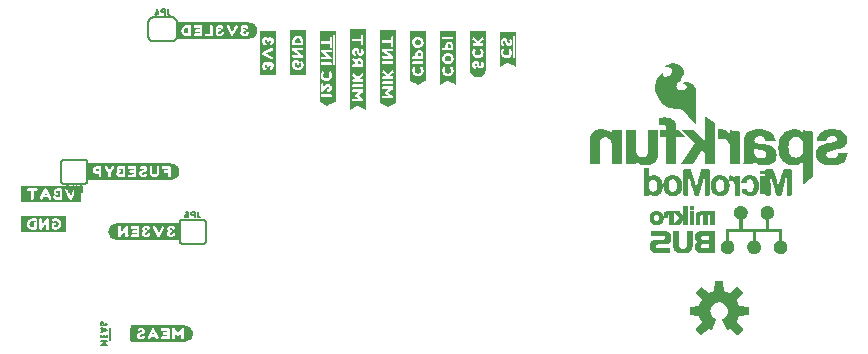
<source format=gbr>
G04 EAGLE Gerber RS-274X export*
G75*
%MOMM*%
%FSLAX34Y34*%
%LPD*%
%INSilkscreen Bottom*%
%IPPOS*%
%AMOC8*
5,1,8,0,0,1.08239X$1,22.5*%
G01*
%ADD10C,0.203200*%
%ADD11C,0.127000*%
%ADD12C,0.152400*%
%ADD13C,0.025000*%

G36*
X626295Y77720D02*
X626295Y77720D01*
X626351Y77720D01*
X626379Y77735D01*
X626411Y77740D01*
X626470Y77780D01*
X626506Y77798D01*
X626515Y77810D01*
X626531Y77821D01*
X630839Y82129D01*
X630856Y82156D01*
X630880Y82177D01*
X630901Y82229D01*
X630930Y82276D01*
X630933Y82308D01*
X630945Y82338D01*
X630942Y82393D01*
X630947Y82449D01*
X630935Y82479D01*
X630933Y82511D01*
X630899Y82574D01*
X630885Y82611D01*
X630874Y82621D01*
X630865Y82638D01*
X625898Y88729D01*
X627087Y91039D01*
X627094Y91065D01*
X627111Y91097D01*
X627903Y93571D01*
X635722Y94365D01*
X635753Y94375D01*
X635785Y94376D01*
X635834Y94403D01*
X635886Y94421D01*
X635909Y94444D01*
X635937Y94459D01*
X635969Y94505D01*
X636008Y94544D01*
X636018Y94575D01*
X636037Y94601D01*
X636050Y94671D01*
X636063Y94709D01*
X636061Y94724D01*
X636064Y94743D01*
X636064Y100837D01*
X636057Y100868D01*
X636059Y100900D01*
X636037Y100951D01*
X636025Y101006D01*
X636004Y101030D01*
X635992Y101060D01*
X635950Y101096D01*
X635915Y101139D01*
X635885Y101152D01*
X635861Y101173D01*
X635792Y101194D01*
X635756Y101210D01*
X635741Y101210D01*
X635722Y101215D01*
X627903Y102009D01*
X627111Y104483D01*
X627098Y104506D01*
X627087Y104541D01*
X625898Y106851D01*
X630865Y112942D01*
X630879Y112970D01*
X630900Y112994D01*
X630916Y113047D01*
X630941Y113097D01*
X630941Y113129D01*
X630950Y113160D01*
X630940Y113215D01*
X630940Y113271D01*
X630925Y113299D01*
X630920Y113331D01*
X630880Y113390D01*
X630862Y113426D01*
X630850Y113435D01*
X630839Y113451D01*
X626531Y117759D01*
X626504Y117776D01*
X626483Y117800D01*
X626431Y117821D01*
X626384Y117850D01*
X626352Y117853D01*
X626322Y117865D01*
X626267Y117862D01*
X626211Y117867D01*
X626181Y117855D01*
X626149Y117853D01*
X626086Y117819D01*
X626049Y117805D01*
X626039Y117794D01*
X626022Y117785D01*
X619931Y112818D01*
X617621Y114007D01*
X617595Y114014D01*
X617563Y114031D01*
X615089Y114823D01*
X614295Y122642D01*
X614287Y122668D01*
X614286Y122680D01*
X614285Y122683D01*
X614284Y122705D01*
X614257Y122754D01*
X614239Y122806D01*
X614216Y122829D01*
X614201Y122857D01*
X614155Y122889D01*
X614116Y122928D01*
X614085Y122938D01*
X614059Y122957D01*
X613989Y122970D01*
X613951Y122983D01*
X613936Y122981D01*
X613917Y122984D01*
X607823Y122984D01*
X607792Y122977D01*
X607760Y122979D01*
X607709Y122957D01*
X607654Y122945D01*
X607630Y122924D01*
X607600Y122912D01*
X607564Y122870D01*
X607521Y122835D01*
X607508Y122805D01*
X607487Y122781D01*
X607466Y122712D01*
X607450Y122676D01*
X607450Y122661D01*
X607448Y122654D01*
X607447Y122652D01*
X607447Y122651D01*
X607445Y122642D01*
X606651Y114823D01*
X604177Y114031D01*
X604154Y114018D01*
X604119Y114007D01*
X601809Y112818D01*
X595718Y117785D01*
X595690Y117799D01*
X595666Y117820D01*
X595613Y117836D01*
X595563Y117861D01*
X595531Y117861D01*
X595500Y117870D01*
X595445Y117860D01*
X595389Y117860D01*
X595361Y117845D01*
X595329Y117840D01*
X595270Y117800D01*
X595235Y117782D01*
X595225Y117770D01*
X595209Y117759D01*
X590901Y113451D01*
X590884Y113424D01*
X590860Y113403D01*
X590839Y113351D01*
X590810Y113304D01*
X590807Y113272D01*
X590795Y113242D01*
X590799Y113187D01*
X590793Y113131D01*
X590805Y113101D01*
X590807Y113069D01*
X590841Y113006D01*
X590855Y112969D01*
X590866Y112959D01*
X590875Y112942D01*
X595842Y106851D01*
X594653Y104541D01*
X594646Y104515D01*
X594629Y104483D01*
X593837Y102009D01*
X586018Y101215D01*
X585987Y101205D01*
X585955Y101204D01*
X585906Y101177D01*
X585854Y101159D01*
X585831Y101136D01*
X585803Y101121D01*
X585771Y101075D01*
X585732Y101036D01*
X585722Y101005D01*
X585703Y100979D01*
X585690Y100909D01*
X585677Y100871D01*
X585679Y100856D01*
X585676Y100837D01*
X585676Y94743D01*
X585683Y94712D01*
X585681Y94680D01*
X585703Y94629D01*
X585715Y94574D01*
X585736Y94550D01*
X585748Y94520D01*
X585790Y94484D01*
X585825Y94441D01*
X585855Y94428D01*
X585879Y94407D01*
X585948Y94386D01*
X585984Y94370D01*
X585999Y94370D01*
X586018Y94365D01*
X593837Y93571D01*
X594629Y91097D01*
X594642Y91074D01*
X594653Y91039D01*
X595842Y88729D01*
X590875Y82638D01*
X590861Y82610D01*
X590840Y82586D01*
X590824Y82533D01*
X590799Y82483D01*
X590799Y82451D01*
X590790Y82420D01*
X590800Y82365D01*
X590800Y82309D01*
X590815Y82281D01*
X590820Y82249D01*
X590860Y82190D01*
X590878Y82155D01*
X590890Y82145D01*
X590901Y82129D01*
X595209Y77821D01*
X595236Y77804D01*
X595257Y77780D01*
X595309Y77759D01*
X595356Y77730D01*
X595388Y77727D01*
X595418Y77715D01*
X595473Y77719D01*
X595529Y77713D01*
X595559Y77725D01*
X595591Y77727D01*
X595654Y77761D01*
X595691Y77775D01*
X595701Y77786D01*
X595718Y77795D01*
X601809Y82762D01*
X604118Y81572D01*
X604182Y81556D01*
X604245Y81533D01*
X604266Y81535D01*
X604286Y81530D01*
X604351Y81544D01*
X604417Y81551D01*
X604435Y81562D01*
X604455Y81567D01*
X604507Y81608D01*
X604563Y81644D01*
X604576Y81663D01*
X604591Y81675D01*
X604607Y81710D01*
X604643Y81764D01*
X608231Y90426D01*
X608236Y90458D01*
X608250Y90486D01*
X608250Y90542D01*
X608259Y90597D01*
X608250Y90628D01*
X608250Y90659D01*
X608225Y90710D01*
X608209Y90763D01*
X608187Y90786D01*
X608173Y90815D01*
X608117Y90861D01*
X608090Y90889D01*
X608076Y90894D01*
X608061Y90907D01*
X606684Y91651D01*
X605518Y92635D01*
X604578Y93837D01*
X603904Y95205D01*
X603523Y96683D01*
X603451Y98207D01*
X603693Y99713D01*
X604237Y101139D01*
X605061Y102423D01*
X606130Y103512D01*
X607398Y104360D01*
X608813Y104930D01*
X610315Y105200D01*
X611840Y105157D01*
X613324Y104804D01*
X614705Y104154D01*
X615924Y103237D01*
X616930Y102090D01*
X617681Y100761D01*
X618144Y99308D01*
X618301Y97789D01*
X618158Y96340D01*
X617735Y94946D01*
X617049Y93662D01*
X616125Y92536D01*
X614999Y91612D01*
X613681Y90907D01*
X613656Y90886D01*
X613627Y90872D01*
X613592Y90829D01*
X613551Y90793D01*
X613538Y90763D01*
X613518Y90738D01*
X613506Y90684D01*
X613485Y90633D01*
X613487Y90600D01*
X613480Y90568D01*
X613494Y90499D01*
X613497Y90460D01*
X613505Y90446D01*
X613509Y90426D01*
X617097Y81764D01*
X617136Y81710D01*
X617168Y81653D01*
X617185Y81641D01*
X617198Y81624D01*
X617256Y81593D01*
X617311Y81555D01*
X617332Y81552D01*
X617351Y81542D01*
X617417Y81541D01*
X617483Y81531D01*
X617506Y81538D01*
X617524Y81537D01*
X617559Y81554D01*
X617622Y81572D01*
X619931Y82762D01*
X626022Y77795D01*
X626050Y77781D01*
X626074Y77760D01*
X626127Y77744D01*
X626177Y77719D01*
X626209Y77719D01*
X626240Y77710D01*
X626295Y77720D01*
G37*
G36*
X147274Y209054D02*
X147274Y209054D01*
X147277Y209051D01*
X147977Y209151D01*
X147978Y209152D01*
X147978Y209151D01*
X148578Y209251D01*
X148581Y209255D01*
X148584Y209253D01*
X149284Y209453D01*
X149288Y209458D01*
X149292Y209456D01*
X150492Y210056D01*
X150495Y210063D01*
X150501Y210062D01*
X151001Y210462D01*
X151002Y210462D01*
X151602Y210962D01*
X151602Y210966D01*
X151605Y210965D01*
X152005Y211365D01*
X152006Y211372D01*
X152011Y211373D01*
X152410Y211971D01*
X152808Y212469D01*
X152809Y212477D01*
X152814Y212478D01*
X153114Y213078D01*
X153114Y213080D01*
X153115Y213081D01*
X153415Y213781D01*
X153413Y213789D01*
X153419Y213792D01*
X153518Y214389D01*
X153551Y214504D01*
X153593Y214652D01*
X153607Y214701D01*
X153649Y214849D01*
X153650Y214849D01*
X153649Y214849D01*
X153692Y214997D01*
X153706Y215046D01*
X153717Y215086D01*
X153715Y215093D01*
X153717Y215095D01*
X153716Y215097D01*
X153719Y215100D01*
X153719Y216400D01*
X153716Y216404D01*
X153719Y216407D01*
X153619Y217107D01*
X153615Y217111D01*
X153617Y217114D01*
X153417Y217814D01*
X153416Y217815D01*
X153417Y217816D01*
X153217Y218416D01*
X153212Y218419D01*
X153214Y218422D01*
X152614Y219622D01*
X152610Y219624D01*
X152611Y219627D01*
X152211Y220227D01*
X152204Y220230D01*
X152205Y220235D01*
X151705Y220735D01*
X151701Y220735D01*
X151701Y220738D01*
X150701Y221538D01*
X150697Y221539D01*
X150697Y221541D01*
X150097Y221941D01*
X150093Y221941D01*
X150092Y221944D01*
X149492Y222244D01*
X149487Y222243D01*
X149486Y222247D01*
X148886Y222447D01*
X148884Y222446D01*
X148884Y222447D01*
X148184Y222647D01*
X148174Y222644D01*
X148170Y222649D01*
X147474Y222649D01*
X146878Y222749D01*
X146873Y222746D01*
X146870Y222749D01*
X75770Y222749D01*
X75723Y222713D01*
X75724Y222711D01*
X75722Y222710D01*
X75622Y222210D01*
X75625Y222203D01*
X75621Y222200D01*
X75621Y209300D01*
X75650Y209262D01*
X75652Y209254D01*
X76152Y209054D01*
X76165Y209058D01*
X76170Y209051D01*
X147270Y209051D01*
X147274Y209054D01*
G37*
G36*
X590754Y256000D02*
X590754Y256000D01*
X590841Y256003D01*
X590841Y256004D01*
X590842Y256004D01*
X590917Y256045D01*
X590993Y256086D01*
X590993Y256087D01*
X590994Y256087D01*
X591045Y256159D01*
X591093Y256228D01*
X591093Y256229D01*
X591094Y256236D01*
X591120Y256370D01*
X591120Y283970D01*
X591116Y283990D01*
X591117Y284017D01*
X590917Y285617D01*
X590906Y285649D01*
X590898Y285698D01*
X590398Y287098D01*
X590390Y287110D01*
X590386Y287127D01*
X589886Y288227D01*
X589868Y288251D01*
X589852Y288288D01*
X589152Y289288D01*
X589133Y289305D01*
X589122Y289324D01*
X589100Y289340D01*
X589073Y289370D01*
X588173Y290070D01*
X588162Y290075D01*
X588151Y290086D01*
X587251Y290686D01*
X587220Y290698D01*
X587181Y290723D01*
X586181Y291123D01*
X586166Y291125D01*
X586149Y291134D01*
X585149Y291434D01*
X585130Y291435D01*
X585108Y291444D01*
X584008Y291644D01*
X583979Y291643D01*
X583940Y291650D01*
X582240Y291650D01*
X582217Y291645D01*
X582186Y291646D01*
X581486Y291546D01*
X581453Y291533D01*
X581399Y291523D01*
X580909Y291327D01*
X580678Y291250D01*
X580540Y291250D01*
X580371Y291211D01*
X580238Y291101D01*
X580167Y290942D01*
X580173Y290769D01*
X580256Y290617D01*
X580398Y290517D01*
X580519Y290494D01*
X580729Y290354D01*
X580760Y290342D01*
X580848Y290301D01*
X581173Y290220D01*
X581512Y289966D01*
X581528Y289959D01*
X581544Y289944D01*
X582504Y289368D01*
X582838Y289034D01*
X583092Y288610D01*
X583260Y288108D01*
X583260Y287532D01*
X583091Y287026D01*
X582726Y286388D01*
X582279Y285851D01*
X581650Y285402D01*
X580812Y285029D01*
X579801Y284753D01*
X578301Y284847D01*
X576887Y285224D01*
X575801Y285858D01*
X575074Y286858D01*
X574626Y287933D01*
X574715Y289184D01*
X575269Y290569D01*
X576518Y292011D01*
X578209Y293701D01*
X578223Y293723D01*
X578248Y293747D01*
X579548Y295547D01*
X579554Y295562D01*
X579568Y295577D01*
X580568Y297277D01*
X580579Y297314D01*
X580611Y297388D01*
X581011Y299188D01*
X581011Y299221D01*
X581020Y299270D01*
X581020Y300970D01*
X581011Y301008D01*
X581003Y301083D01*
X580503Y302683D01*
X580483Y302717D01*
X580453Y302785D01*
X579353Y304385D01*
X579326Y304410D01*
X579292Y304455D01*
X577592Y305955D01*
X577557Y305974D01*
X577504Y306013D01*
X575204Y307113D01*
X575171Y307120D01*
X575124Y307141D01*
X572924Y307641D01*
X572886Y307641D01*
X572821Y307650D01*
X570821Y307550D01*
X570795Y307542D01*
X570758Y307541D01*
X568958Y307141D01*
X568927Y307127D01*
X568879Y307115D01*
X567379Y306415D01*
X567375Y306412D01*
X567370Y306410D01*
X566836Y306143D01*
X566170Y305810D01*
X566148Y305792D01*
X566112Y305774D01*
X565312Y305174D01*
X565297Y305156D01*
X565271Y305139D01*
X565071Y304939D01*
X565058Y304917D01*
X565038Y304901D01*
X565012Y304844D01*
X564980Y304792D01*
X564977Y304766D01*
X564967Y304742D01*
X564969Y304681D01*
X564963Y304619D01*
X564972Y304595D01*
X564973Y304569D01*
X565003Y304515D01*
X565025Y304457D01*
X565044Y304440D01*
X565056Y304417D01*
X565107Y304382D01*
X565152Y304340D01*
X565177Y304332D01*
X565198Y304317D01*
X565282Y304301D01*
X565318Y304290D01*
X565328Y304292D01*
X565340Y304290D01*
X565440Y304290D01*
X565476Y304298D01*
X565532Y304301D01*
X565918Y304398D01*
X566471Y304490D01*
X567116Y304490D01*
X567855Y304397D01*
X568694Y304118D01*
X569428Y303751D01*
X570068Y303202D01*
X570529Y302649D01*
X570792Y302210D01*
X570960Y301708D01*
X570960Y300632D01*
X570791Y300126D01*
X570419Y299476D01*
X569949Y298817D01*
X568794Y297661D01*
X568135Y297191D01*
X567460Y296805D01*
X567124Y296637D01*
X566688Y296419D01*
X565945Y296141D01*
X565313Y296050D01*
X564818Y296050D01*
X564237Y296299D01*
X563843Y296615D01*
X563592Y297116D01*
X563420Y297632D01*
X563420Y298608D01*
X563501Y298850D01*
X563503Y298871D01*
X563509Y298886D01*
X563508Y298909D01*
X563520Y298970D01*
X563520Y299170D01*
X563506Y299233D01*
X563498Y299297D01*
X563486Y299316D01*
X563481Y299339D01*
X563440Y299389D01*
X563405Y299443D01*
X563385Y299455D01*
X563371Y299472D01*
X563312Y299499D01*
X563257Y299532D01*
X563234Y299534D01*
X563212Y299543D01*
X563148Y299541D01*
X563084Y299546D01*
X563059Y299537D01*
X563039Y299537D01*
X563006Y299518D01*
X562947Y299498D01*
X561247Y298498D01*
X561219Y298471D01*
X561163Y298431D01*
X559563Y296731D01*
X559547Y296702D01*
X559515Y296668D01*
X558115Y294368D01*
X558105Y294336D01*
X558081Y294294D01*
X557081Y291394D01*
X557078Y291366D01*
X557064Y291329D01*
X556564Y288129D01*
X556567Y288096D01*
X556560Y288048D01*
X556760Y284548D01*
X556770Y284517D01*
X556773Y284471D01*
X557773Y280771D01*
X557790Y280739D01*
X557808Y280685D01*
X559808Y277085D01*
X559825Y277067D01*
X559840Y277037D01*
X561240Y275237D01*
X561252Y275227D01*
X561263Y275210D01*
X562763Y273610D01*
X562781Y273598D01*
X562798Y273576D01*
X564498Y272176D01*
X564517Y272167D01*
X564537Y272149D01*
X566437Y270949D01*
X566465Y270939D01*
X566499Y270917D01*
X568499Y270117D01*
X568511Y270115D01*
X568525Y270108D01*
X570725Y269408D01*
X570754Y269405D01*
X570793Y269393D01*
X573193Y269093D01*
X573214Y269095D01*
X573240Y269090D01*
X576993Y269090D01*
X578107Y268811D01*
X579052Y268339D01*
X580109Y267666D01*
X581071Y266800D01*
X582059Y265714D01*
X582060Y265713D01*
X582061Y265712D01*
X583255Y264418D01*
X584451Y263023D01*
X584457Y263019D01*
X584461Y263012D01*
X585660Y261713D01*
X587860Y259313D01*
X588748Y258326D01*
X589440Y257437D01*
X589446Y257431D01*
X589451Y257423D01*
X590043Y256732D01*
X590315Y256369D01*
X590399Y256201D01*
X590400Y256200D01*
X590452Y256137D01*
X590509Y256068D01*
X590510Y256067D01*
X590511Y256067D01*
X590586Y256033D01*
X590668Y255997D01*
X590669Y255996D01*
X590754Y256000D01*
G37*
G36*
X213014Y328434D02*
X213014Y328434D01*
X213017Y328431D01*
X214417Y328631D01*
X214422Y328636D01*
X214426Y328633D01*
X215626Y329033D01*
X215627Y329036D01*
X215629Y329035D01*
X216329Y329335D01*
X216334Y329343D01*
X216341Y329342D01*
X216839Y329740D01*
X217437Y330139D01*
X217440Y330146D01*
X217445Y330145D01*
X217845Y330545D01*
X217845Y330549D01*
X217848Y330548D01*
X218348Y331148D01*
X218348Y331149D01*
X218748Y331649D01*
X218749Y331657D01*
X218754Y331658D01*
X219354Y332858D01*
X219353Y332865D01*
X219357Y332866D01*
X219367Y332899D01*
X219381Y332948D01*
X219423Y333096D01*
X219465Y333244D01*
X219479Y333293D01*
X219521Y333441D01*
X219522Y333441D01*
X219521Y333441D01*
X219557Y333566D01*
X219556Y333570D01*
X219559Y333572D01*
X219659Y334172D01*
X219658Y334173D01*
X219659Y334173D01*
X219759Y334873D01*
X219756Y334878D01*
X219759Y334880D01*
X219759Y335580D01*
X219756Y335584D01*
X219759Y335587D01*
X219659Y336287D01*
X219658Y336288D01*
X219659Y336288D01*
X219559Y336888D01*
X219555Y336891D01*
X219557Y336894D01*
X219357Y337594D01*
X219352Y337598D01*
X219354Y337602D01*
X218754Y338802D01*
X218750Y338804D01*
X218751Y338807D01*
X218351Y339407D01*
X218348Y339408D01*
X218348Y339411D01*
X217948Y339911D01*
X217944Y339912D01*
X217945Y339915D01*
X217445Y340415D01*
X217441Y340415D01*
X217441Y340418D01*
X216941Y340818D01*
X216937Y340819D01*
X216937Y340821D01*
X216337Y341221D01*
X216333Y341221D01*
X216332Y341224D01*
X215732Y341524D01*
X215727Y341523D01*
X215726Y341527D01*
X215126Y341727D01*
X215124Y341726D01*
X215124Y341727D01*
X214424Y341927D01*
X214420Y341926D01*
X214418Y341929D01*
X213818Y342029D01*
X213817Y342028D01*
X213817Y342029D01*
X213117Y342129D01*
X213112Y342126D01*
X213110Y342129D01*
X151310Y342129D01*
X151306Y342126D01*
X151303Y342129D01*
X150603Y342029D01*
X150561Y341986D01*
X150565Y341983D01*
X150561Y341980D01*
X150561Y329180D01*
X150564Y329176D01*
X150561Y329173D01*
X150661Y328473D01*
X150704Y328431D01*
X150707Y328435D01*
X150710Y328431D01*
X213010Y328431D01*
X213014Y328434D01*
G37*
G36*
X311482Y267927D02*
X311482Y267927D01*
X311536Y267936D01*
X311533Y267954D01*
X311549Y267962D01*
X311649Y268562D01*
X311646Y268567D01*
X311649Y268570D01*
X311649Y336370D01*
X311646Y336375D01*
X311649Y336378D01*
X311549Y336978D01*
X311505Y337019D01*
X311503Y337016D01*
X311500Y337019D01*
X298600Y337019D01*
X298599Y337019D01*
X298596Y337019D01*
X298594Y337017D01*
X298592Y337019D01*
X297992Y336919D01*
X297965Y336890D01*
X297957Y336884D01*
X297958Y336883D01*
X297951Y336875D01*
X297954Y336873D01*
X297951Y336870D01*
X297951Y268470D01*
X297960Y268457D01*
X297956Y268448D01*
X298156Y268048D01*
X298209Y268022D01*
X298213Y268030D01*
X298222Y268026D01*
X304322Y271026D01*
X304900Y271315D01*
X311477Y267926D01*
X311479Y267926D01*
X311479Y267925D01*
X311482Y267927D01*
G37*
G36*
X682169Y205101D02*
X682169Y205101D01*
X682241Y205103D01*
X682255Y205111D01*
X682270Y205113D01*
X682385Y205182D01*
X682393Y205186D01*
X682393Y205187D01*
X682394Y205187D01*
X683386Y206080D01*
X684378Y206873D01*
X684384Y206881D01*
X684394Y206887D01*
X685394Y207787D01*
X685400Y207795D01*
X685409Y207801D01*
X686294Y208686D01*
X687278Y209473D01*
X687284Y209481D01*
X687294Y209487D01*
X688293Y210386D01*
X689193Y211186D01*
X689193Y211187D01*
X689194Y211187D01*
X690194Y212087D01*
X690245Y212160D01*
X690293Y212228D01*
X690293Y212229D01*
X690293Y212230D01*
X690295Y212238D01*
X690320Y212370D01*
X690320Y249270D01*
X690318Y249279D01*
X690320Y249289D01*
X690298Y249363D01*
X690281Y249439D01*
X690275Y249446D01*
X690272Y249455D01*
X690220Y249513D01*
X690171Y249572D01*
X690162Y249576D01*
X690155Y249583D01*
X690023Y249641D01*
X688223Y250041D01*
X688203Y250041D01*
X688178Y250048D01*
X687200Y250146D01*
X686323Y250341D01*
X686304Y250341D01*
X686282Y250348D01*
X685402Y250446D01*
X684523Y250641D01*
X684519Y250641D01*
X684515Y250643D01*
X683515Y250843D01*
X683500Y250842D01*
X683482Y250848D01*
X682582Y250948D01*
X682511Y250939D01*
X682439Y250937D01*
X682426Y250929D01*
X682410Y250927D01*
X682350Y250888D01*
X682287Y250854D01*
X682278Y250841D01*
X682265Y250833D01*
X682229Y250771D01*
X682187Y250712D01*
X682184Y250695D01*
X682177Y250683D01*
X682174Y250644D01*
X682160Y250570D01*
X682160Y248139D01*
X682048Y248294D01*
X682037Y248303D01*
X682033Y248311D01*
X682023Y248317D01*
X682009Y248339D01*
X681109Y249239D01*
X681100Y249244D01*
X681093Y249254D01*
X680193Y250054D01*
X680166Y250068D01*
X680136Y250096D01*
X679136Y250696D01*
X679107Y250705D01*
X679070Y250727D01*
X677970Y251127D01*
X677965Y251128D01*
X677960Y251131D01*
X676760Y251531D01*
X676724Y251534D01*
X676669Y251549D01*
X675371Y251649D01*
X674172Y251749D01*
X674143Y251745D01*
X674103Y251748D01*
X671003Y251448D01*
X670971Y251437D01*
X670920Y251431D01*
X668220Y250531D01*
X668187Y250510D01*
X668126Y250484D01*
X665926Y248984D01*
X665903Y248960D01*
X665864Y248932D01*
X664064Y247032D01*
X664047Y247003D01*
X664015Y246968D01*
X662615Y244668D01*
X662605Y244638D01*
X662582Y244599D01*
X661682Y242099D01*
X661680Y242077D01*
X661668Y242050D01*
X661068Y239250D01*
X661069Y239226D01*
X661061Y239195D01*
X660861Y236195D01*
X660864Y236173D01*
X660861Y236143D01*
X661061Y233343D01*
X661068Y233320D01*
X661069Y233288D01*
X661669Y230588D01*
X661679Y230567D01*
X661684Y230537D01*
X662584Y228137D01*
X662602Y228109D01*
X662619Y228066D01*
X664019Y225866D01*
X664038Y225847D01*
X664057Y225816D01*
X665757Y223916D01*
X665788Y223894D01*
X665836Y223849D01*
X668036Y222449D01*
X668068Y222438D01*
X668111Y222412D01*
X670611Y221512D01*
X670647Y221508D01*
X670701Y221492D01*
X673601Y221192D01*
X673630Y221195D01*
X673669Y221191D01*
X674969Y221291D01*
X674984Y221295D01*
X675003Y221295D01*
X676203Y221495D01*
X676215Y221500D01*
X676232Y221501D01*
X677432Y221801D01*
X677458Y221815D01*
X677497Y221824D01*
X678597Y222324D01*
X678607Y222331D01*
X678622Y222336D01*
X679722Y222936D01*
X679736Y222949D01*
X679758Y222959D01*
X680758Y223659D01*
X680782Y223685D01*
X680824Y223717D01*
X681624Y224617D01*
X681628Y224625D01*
X681637Y224632D01*
X681760Y224786D01*
X681760Y205470D01*
X681763Y205455D01*
X681761Y205439D01*
X681783Y205371D01*
X681799Y205301D01*
X681809Y205289D01*
X681814Y205274D01*
X681864Y205223D01*
X681909Y205168D01*
X681924Y205161D01*
X681935Y205150D01*
X682002Y205126D01*
X682068Y205097D01*
X682083Y205097D01*
X682098Y205092D01*
X682169Y205101D01*
G37*
G36*
X330210Y270472D02*
X330210Y270472D01*
X330222Y270466D01*
X336822Y273766D01*
X336831Y273785D01*
X336842Y273793D01*
X336847Y273794D01*
X337047Y274394D01*
X337043Y274405D01*
X337049Y274410D01*
X337049Y335510D01*
X337030Y335536D01*
X337030Y335549D01*
X336630Y335849D01*
X336608Y335849D01*
X336600Y335859D01*
X323700Y335859D01*
X323674Y335840D01*
X323661Y335840D01*
X323361Y335440D01*
X323361Y335418D01*
X323351Y335410D01*
X323351Y274510D01*
X323354Y274506D01*
X323351Y274503D01*
X323451Y273803D01*
X323476Y273779D01*
X323478Y273766D01*
X330178Y270466D01*
X330210Y270472D01*
G37*
G36*
X279808Y271931D02*
X279808Y271931D01*
X279815Y271939D01*
X279822Y271936D01*
X285922Y274936D01*
X285931Y274953D01*
X285942Y274955D01*
X286242Y275455D01*
X286242Y275460D01*
X286245Y275462D01*
X286241Y275467D01*
X286240Y275473D01*
X286249Y275480D01*
X286249Y334780D01*
X286233Y334801D01*
X286235Y334815D01*
X285935Y335115D01*
X285908Y335119D01*
X285900Y335129D01*
X273000Y335129D01*
X272984Y335117D01*
X272982Y335116D01*
X272970Y335119D01*
X272570Y334819D01*
X272563Y334793D01*
X272553Y334786D01*
X272555Y334783D01*
X272551Y334780D01*
X272551Y275280D01*
X272572Y275252D01*
X272573Y275239D01*
X273173Y274839D01*
X273177Y274839D01*
X273178Y274836D01*
X279178Y271836D01*
X279199Y271840D01*
X279208Y271831D01*
X279808Y271931D01*
G37*
G36*
X153806Y158270D02*
X153806Y158270D01*
X153819Y158270D01*
X154119Y158670D01*
X154119Y158678D01*
X154123Y158681D01*
X154119Y158685D01*
X154119Y158692D01*
X154129Y158700D01*
X154129Y171600D01*
X154110Y171626D01*
X154110Y171639D01*
X153710Y171939D01*
X153692Y171939D01*
X153689Y171942D01*
X153685Y171942D01*
X153680Y171949D01*
X100580Y171949D01*
X100576Y171946D01*
X100573Y171949D01*
X99173Y171749D01*
X99172Y171748D01*
X99172Y171749D01*
X98572Y171649D01*
X98566Y171642D01*
X98561Y171645D01*
X97862Y171346D01*
X97264Y171147D01*
X97259Y171139D01*
X97253Y171141D01*
X96653Y170741D01*
X96652Y170738D01*
X96649Y170738D01*
X96149Y170338D01*
X96148Y170334D01*
X96145Y170335D01*
X95145Y169335D01*
X95145Y169331D01*
X95142Y169331D01*
X94742Y168831D01*
X94741Y168823D01*
X94736Y168822D01*
X94136Y167622D01*
X94137Y167615D01*
X94133Y167614D01*
X94107Y167523D01*
X94093Y167474D01*
X94051Y167326D01*
X94008Y167178D01*
X93994Y167129D01*
X93952Y166981D01*
X93933Y166914D01*
X93934Y166910D01*
X93931Y166908D01*
X93831Y166308D01*
X93832Y166307D01*
X93831Y166307D01*
X93731Y165607D01*
X93733Y165603D01*
X93733Y165602D01*
X93731Y165600D01*
X93731Y164200D01*
X93734Y164195D01*
X93731Y164192D01*
X93831Y163592D01*
X93835Y163589D01*
X93833Y163586D01*
X94033Y162886D01*
X94038Y162882D01*
X94036Y162878D01*
X94636Y161678D01*
X94640Y161676D01*
X94639Y161673D01*
X95039Y161073D01*
X95042Y161072D01*
X95042Y161069D01*
X95442Y160569D01*
X95446Y160568D01*
X95445Y160565D01*
X95945Y160065D01*
X95949Y160065D01*
X95949Y160062D01*
X96949Y159262D01*
X96957Y159261D01*
X96958Y159256D01*
X97558Y158956D01*
X97560Y158956D01*
X97561Y158955D01*
X98261Y158655D01*
X98264Y158656D01*
X98264Y158653D01*
X98864Y158453D01*
X98871Y158455D01*
X98873Y158451D01*
X99572Y158351D01*
X100172Y158251D01*
X100177Y158254D01*
X100180Y158251D01*
X153780Y158251D01*
X153806Y158270D01*
G37*
G36*
X158405Y71894D02*
X158405Y71894D01*
X158408Y71891D01*
X159008Y71991D01*
X159707Y72091D01*
X160407Y72191D01*
X160415Y72199D01*
X160422Y72196D01*
X162222Y73096D01*
X162225Y73103D01*
X162231Y73102D01*
X162731Y73502D01*
X162732Y73506D01*
X162735Y73505D01*
X163735Y74505D01*
X163736Y74517D01*
X163744Y74518D01*
X164043Y75115D01*
X164441Y75713D01*
X164441Y75717D01*
X164444Y75718D01*
X164744Y76318D01*
X164743Y76323D01*
X164747Y76324D01*
X164947Y76924D01*
X164945Y76931D01*
X164949Y76933D01*
X165149Y78333D01*
X165146Y78338D01*
X165149Y78340D01*
X165149Y78940D01*
X165146Y78944D01*
X165149Y78947D01*
X164949Y80347D01*
X164944Y80352D01*
X164947Y80356D01*
X164547Y81556D01*
X164542Y81559D01*
X164544Y81562D01*
X164244Y82162D01*
X164240Y82164D01*
X164241Y82167D01*
X163841Y82767D01*
X163838Y82768D01*
X163838Y82771D01*
X163438Y83271D01*
X163434Y83272D01*
X163435Y83275D01*
X162935Y83775D01*
X162931Y83775D01*
X162931Y83778D01*
X162431Y84178D01*
X162427Y84179D01*
X162427Y84181D01*
X161827Y84581D01*
X161823Y84581D01*
X161822Y84584D01*
X160622Y85184D01*
X160615Y85183D01*
X160614Y85187D01*
X159914Y85387D01*
X159910Y85386D01*
X159908Y85389D01*
X159308Y85489D01*
X159307Y85488D01*
X159307Y85489D01*
X158607Y85589D01*
X158602Y85586D01*
X158600Y85589D01*
X113000Y85589D01*
X112974Y85570D01*
X112961Y85570D01*
X112661Y85170D01*
X112661Y85158D01*
X112653Y85152D01*
X112658Y85145D01*
X112651Y85140D01*
X112651Y72340D01*
X112664Y72322D01*
X112661Y72310D01*
X112961Y71910D01*
X112992Y71902D01*
X113000Y71891D01*
X158400Y71891D01*
X158405Y71894D01*
G37*
G36*
X70307Y190037D02*
X70307Y190037D01*
X70302Y190044D01*
X70309Y190050D01*
X70309Y203550D01*
X70273Y203597D01*
X70270Y203595D01*
X70268Y203599D01*
X69668Y203699D01*
X69663Y203696D01*
X69660Y203699D01*
X19460Y203699D01*
X19413Y203663D01*
X19416Y203659D01*
X19413Y203656D01*
X19415Y203653D01*
X19411Y203650D01*
X19411Y190050D01*
X19447Y190003D01*
X19454Y190008D01*
X19460Y190001D01*
X70260Y190001D01*
X70307Y190037D01*
G37*
G36*
X650356Y221094D02*
X650356Y221094D01*
X650378Y221092D01*
X651378Y221192D01*
X651397Y221198D01*
X651423Y221199D01*
X653223Y221599D01*
X653238Y221606D01*
X653260Y221609D01*
X654160Y221909D01*
X654180Y221922D01*
X654210Y221930D01*
X654890Y222270D01*
X655010Y222330D01*
X655017Y222336D01*
X655029Y222340D01*
X655729Y222740D01*
X655741Y222752D01*
X655761Y222761D01*
X656461Y223261D01*
X656470Y223270D01*
X656483Y223278D01*
X657083Y223778D01*
X657106Y223808D01*
X657149Y223849D01*
X657641Y224538D01*
X658132Y225127D01*
X658148Y225158D01*
X658180Y225200D01*
X658580Y226000D01*
X658584Y226017D01*
X658596Y226037D01*
X658896Y226837D01*
X658898Y226848D01*
X658904Y226861D01*
X659204Y227861D01*
X659206Y227890D01*
X659218Y227928D01*
X659318Y228828D01*
X659318Y228832D01*
X659319Y228836D01*
X659419Y229936D01*
X659414Y229970D01*
X659417Y230021D01*
X659117Y232221D01*
X659105Y232251D01*
X659099Y232297D01*
X658499Y233997D01*
X658480Y234026D01*
X658460Y234076D01*
X657560Y235476D01*
X657532Y235503D01*
X657486Y235560D01*
X656186Y236660D01*
X656166Y236670D01*
X656146Y236690D01*
X654746Y237590D01*
X654714Y237601D01*
X654674Y237626D01*
X653074Y238226D01*
X653052Y238229D01*
X653027Y238240D01*
X651327Y238640D01*
X651316Y238640D01*
X651303Y238645D01*
X649503Y238945D01*
X649493Y238944D01*
X649482Y238948D01*
X647683Y239148D01*
X645984Y239348D01*
X644420Y239543D01*
X643157Y239932D01*
X641994Y240320D01*
X641196Y240763D01*
X640708Y241413D01*
X640620Y242289D01*
X640620Y242839D01*
X640713Y243392D01*
X640799Y243737D01*
X641170Y244479D01*
X641336Y244728D01*
X641582Y244975D01*
X641831Y245141D01*
X642173Y245311D01*
X642532Y245401D01*
X642562Y245417D01*
X642610Y245430D01*
X642681Y245465D01*
X642930Y245590D01*
X643240Y245590D01*
X643270Y245597D01*
X643315Y245597D01*
X644278Y245790D01*
X645709Y245790D01*
X646271Y245696D01*
X646757Y245599D01*
X647148Y245501D01*
X647156Y245501D01*
X647165Y245497D01*
X647616Y245407D01*
X647949Y245241D01*
X648229Y245054D01*
X648249Y245046D01*
X648270Y245030D01*
X648615Y244858D01*
X649128Y244345D01*
X649677Y243246D01*
X649767Y242795D01*
X649779Y242769D01*
X649787Y242729D01*
X649960Y242297D01*
X649960Y241870D01*
X649971Y241820D01*
X649973Y241769D01*
X649991Y241737D01*
X649999Y241701D01*
X650032Y241662D01*
X650056Y241617D01*
X650086Y241596D01*
X650109Y241568D01*
X650156Y241547D01*
X650198Y241517D01*
X650240Y241509D01*
X650268Y241497D01*
X650298Y241498D01*
X650340Y241490D01*
X658140Y241490D01*
X658217Y241508D01*
X658295Y241523D01*
X658301Y241527D01*
X658309Y241529D01*
X658370Y241580D01*
X658433Y241628D01*
X658437Y241635D01*
X658442Y241639D01*
X658475Y241712D01*
X658510Y241783D01*
X658510Y241791D01*
X658513Y241798D01*
X658512Y241831D01*
X658516Y241928D01*
X658316Y243228D01*
X658311Y243240D01*
X658311Y243245D01*
X658310Y243247D01*
X658309Y243262D01*
X658009Y244462D01*
X657999Y244482D01*
X657993Y244511D01*
X657593Y245511D01*
X657585Y245523D01*
X657580Y245540D01*
X657080Y246540D01*
X657067Y246556D01*
X657056Y246581D01*
X656456Y247481D01*
X656440Y247496D01*
X656426Y247520D01*
X655726Y248320D01*
X655695Y248343D01*
X655651Y248386D01*
X653851Y249586D01*
X653838Y249591D01*
X653825Y249602D01*
X652925Y250102D01*
X652917Y250104D01*
X652910Y250110D01*
X651910Y250610D01*
X651880Y250617D01*
X651840Y250637D01*
X649640Y251237D01*
X649623Y251237D01*
X649603Y251245D01*
X648403Y251445D01*
X648390Y251444D01*
X648374Y251449D01*
X647274Y251549D01*
X647273Y251549D01*
X647272Y251549D01*
X646072Y251649D01*
X646057Y251647D01*
X646040Y251650D01*
X642640Y251650D01*
X642624Y251646D01*
X642602Y251648D01*
X641602Y251548D01*
X641589Y251544D01*
X641572Y251544D01*
X639372Y251144D01*
X639369Y251143D01*
X639365Y251143D01*
X638365Y250943D01*
X638351Y250936D01*
X638331Y250934D01*
X637331Y250634D01*
X637312Y250624D01*
X637286Y250617D01*
X636386Y250217D01*
X636374Y250208D01*
X636355Y250202D01*
X635455Y249702D01*
X635439Y249687D01*
X635412Y249674D01*
X634612Y249074D01*
X634605Y249066D01*
X634593Y249059D01*
X633893Y248459D01*
X633872Y248431D01*
X633836Y248398D01*
X633236Y247598D01*
X633230Y247585D01*
X633218Y247572D01*
X632718Y246772D01*
X632705Y246735D01*
X632676Y246679D01*
X632376Y245679D01*
X632376Y245675D01*
X632373Y245670D01*
X632073Y244570D01*
X632072Y244532D01*
X632060Y244470D01*
X632060Y227608D01*
X631967Y227145D01*
X631968Y227113D01*
X631960Y227070D01*
X631960Y225808D01*
X631867Y225345D01*
X631868Y225313D01*
X631860Y225270D01*
X631860Y224917D01*
X631571Y223762D01*
X631571Y223726D01*
X631560Y223670D01*
X631560Y223432D01*
X631495Y223239D01*
X631324Y222981D01*
X631310Y222945D01*
X631279Y222890D01*
X631188Y222616D01*
X631100Y222440D01*
X631088Y222390D01*
X631067Y222342D01*
X631068Y222307D01*
X631060Y222272D01*
X631071Y222221D01*
X631073Y222169D01*
X631091Y222138D01*
X631099Y222103D01*
X631131Y222063D01*
X631156Y222017D01*
X631185Y221996D01*
X631208Y221969D01*
X631255Y221947D01*
X631298Y221917D01*
X631339Y221909D01*
X631366Y221897D01*
X631397Y221898D01*
X631440Y221890D01*
X639340Y221890D01*
X639390Y221901D01*
X639441Y221903D01*
X639473Y221921D01*
X639509Y221929D01*
X639548Y221962D01*
X639593Y221986D01*
X639614Y222016D01*
X639642Y222039D01*
X639663Y222086D01*
X639693Y222128D01*
X639701Y222170D01*
X639713Y222198D01*
X639712Y222228D01*
X639720Y222270D01*
X639720Y222319D01*
X639749Y222366D01*
X639793Y222428D01*
X639795Y222440D01*
X639800Y222448D01*
X639804Y222485D01*
X639820Y222570D01*
X639820Y222680D01*
X639853Y222745D01*
X639909Y222801D01*
X639949Y222866D01*
X639993Y222928D01*
X639995Y222940D01*
X640000Y222948D01*
X640004Y222985D01*
X640020Y223070D01*
X640020Y223319D01*
X640049Y223366D01*
X640093Y223428D01*
X640095Y223440D01*
X640100Y223448D01*
X640104Y223485D01*
X640120Y223570D01*
X640120Y223880D01*
X640180Y224000D01*
X640184Y224015D01*
X640193Y224028D01*
X640217Y224155D01*
X640571Y223801D01*
X640587Y223791D01*
X640602Y223773D01*
X641102Y223373D01*
X641123Y223363D01*
X641144Y223344D01*
X641644Y223044D01*
X641657Y223040D01*
X641670Y223030D01*
X643470Y222130D01*
X643493Y222124D01*
X643520Y222109D01*
X644720Y221709D01*
X644745Y221707D01*
X644778Y221695D01*
X645356Y221599D01*
X646036Y221404D01*
X646055Y221403D01*
X646078Y221395D01*
X646678Y221295D01*
X646682Y221295D01*
X646686Y221294D01*
X647386Y221194D01*
X647410Y221196D01*
X647440Y221190D01*
X648013Y221190D01*
X648686Y221094D01*
X648710Y221096D01*
X648740Y221090D01*
X650340Y221090D01*
X650356Y221094D01*
G37*
G36*
X588272Y221997D02*
X588272Y221997D01*
X588306Y221995D01*
X588356Y222017D01*
X588409Y222029D01*
X588434Y222050D01*
X588465Y222063D01*
X588512Y222115D01*
X588542Y222139D01*
X588549Y222155D01*
X588563Y222170D01*
X596115Y234369D01*
X598660Y231909D01*
X598660Y222370D01*
X598671Y222320D01*
X598673Y222269D01*
X598691Y222237D01*
X598699Y222201D01*
X598732Y222162D01*
X598756Y222117D01*
X598786Y222096D01*
X598809Y222068D01*
X598856Y222047D01*
X598898Y222017D01*
X598940Y222009D01*
X598968Y221997D01*
X598998Y221998D01*
X599040Y221990D01*
X606840Y221990D01*
X606890Y222001D01*
X606941Y222003D01*
X606973Y222021D01*
X607009Y222029D01*
X607048Y222062D01*
X607093Y222086D01*
X607114Y222116D01*
X607142Y222139D01*
X607163Y222186D01*
X607193Y222228D01*
X607201Y222270D01*
X607213Y222298D01*
X607212Y222328D01*
X607220Y222370D01*
X607220Y257070D01*
X607211Y257112D01*
X607211Y257154D01*
X607191Y257195D01*
X607181Y257239D01*
X607154Y257272D01*
X607135Y257310D01*
X607093Y257345D01*
X607071Y257372D01*
X607048Y257382D01*
X607024Y257403D01*
X599224Y261703D01*
X599167Y261719D01*
X599112Y261743D01*
X599084Y261742D01*
X599057Y261750D01*
X598999Y261739D01*
X598939Y261737D01*
X598914Y261723D01*
X598887Y261718D01*
X598839Y261682D01*
X598787Y261654D01*
X598771Y261631D01*
X598748Y261614D01*
X598721Y261561D01*
X598687Y261512D01*
X598681Y261481D01*
X598670Y261459D01*
X598670Y261423D01*
X598660Y261370D01*
X598660Y241408D01*
X589513Y250835D01*
X589447Y250877D01*
X589382Y250923D01*
X589373Y250924D01*
X589367Y250928D01*
X589333Y250932D01*
X589240Y250950D01*
X580040Y250950D01*
X580012Y250944D01*
X579984Y250946D01*
X579929Y250924D01*
X579871Y250911D01*
X579849Y250893D01*
X579823Y250882D01*
X579783Y250838D01*
X579738Y250801D01*
X579726Y250775D01*
X579707Y250753D01*
X579691Y250696D01*
X579667Y250642D01*
X579668Y250614D01*
X579660Y250587D01*
X579671Y250529D01*
X579673Y250469D01*
X579687Y250444D01*
X579692Y250416D01*
X579738Y250351D01*
X579756Y250317D01*
X579766Y250310D01*
X579775Y250297D01*
X590248Y240118D01*
X578524Y222581D01*
X578497Y222511D01*
X578467Y222442D01*
X578467Y222430D01*
X578463Y222419D01*
X578470Y222344D01*
X578473Y222269D01*
X578479Y222259D01*
X578480Y222247D01*
X578520Y222183D01*
X578556Y222117D01*
X578566Y222110D01*
X578572Y222100D01*
X578636Y222061D01*
X578698Y222017D01*
X578711Y222015D01*
X578720Y222009D01*
X578758Y222006D01*
X578840Y221990D01*
X588240Y221990D01*
X588272Y221997D01*
G37*
G36*
X387790Y289615D02*
X387790Y289615D01*
X387841Y289632D01*
X387835Y289649D01*
X387849Y289660D01*
X387849Y334960D01*
X387820Y334998D01*
X387818Y335006D01*
X387318Y335206D01*
X387305Y335202D01*
X387300Y335209D01*
X374400Y335209D01*
X374362Y335180D01*
X374354Y335178D01*
X374154Y334678D01*
X374158Y334665D01*
X374151Y334660D01*
X374151Y289960D01*
X374167Y289939D01*
X374165Y289925D01*
X374465Y289625D01*
X374519Y289618D01*
X374522Y289616D01*
X380616Y292713D01*
X381192Y292809D01*
X387178Y289816D01*
X387183Y289817D01*
X387184Y289813D01*
X387784Y289613D01*
X387786Y289614D01*
X387787Y289613D01*
X387790Y289615D01*
G37*
G36*
X355811Y289621D02*
X355811Y289621D01*
X355822Y289616D01*
X361822Y292616D01*
X361824Y292620D01*
X361827Y292619D01*
X362427Y293019D01*
X362433Y293036D01*
X362445Y293045D01*
X362439Y293052D01*
X362449Y293060D01*
X362449Y334960D01*
X362420Y334998D01*
X362418Y335006D01*
X361918Y335206D01*
X361905Y335202D01*
X361900Y335209D01*
X349000Y335209D01*
X348962Y335180D01*
X348954Y335178D01*
X348754Y334678D01*
X348758Y334665D01*
X348751Y334660D01*
X348751Y293260D01*
X348762Y293245D01*
X348758Y293235D01*
X349058Y292735D01*
X349076Y292727D01*
X349078Y292716D01*
X355178Y289716D01*
X355189Y289718D01*
X355192Y289711D01*
X355792Y289611D01*
X355811Y289621D01*
G37*
G36*
X509390Y222001D02*
X509390Y222001D01*
X509441Y222003D01*
X509473Y222021D01*
X509509Y222029D01*
X509548Y222062D01*
X509593Y222086D01*
X509614Y222116D01*
X509642Y222139D01*
X509663Y222186D01*
X509693Y222228D01*
X509701Y222270D01*
X509713Y222298D01*
X509712Y222328D01*
X509720Y222370D01*
X509720Y238259D01*
X509819Y239932D01*
X510014Y241297D01*
X510299Y242437D01*
X510753Y243345D01*
X511371Y243963D01*
X512204Y244426D01*
X513127Y244795D01*
X514341Y244889D01*
X515670Y244794D01*
X516884Y244420D01*
X517814Y243862D01*
X518638Y243130D01*
X519186Y242125D01*
X519569Y240785D01*
X519861Y239127D01*
X519960Y237160D01*
X519960Y222370D01*
X519971Y222320D01*
X519973Y222269D01*
X519991Y222237D01*
X519999Y222201D01*
X520032Y222162D01*
X520056Y222117D01*
X520086Y222096D01*
X520109Y222068D01*
X520156Y222047D01*
X520198Y222017D01*
X520240Y222009D01*
X520268Y221997D01*
X520298Y221998D01*
X520340Y221990D01*
X528140Y221990D01*
X528190Y222001D01*
X528241Y222003D01*
X528273Y222021D01*
X528309Y222029D01*
X528348Y222062D01*
X528393Y222086D01*
X528414Y222116D01*
X528442Y222139D01*
X528463Y222186D01*
X528493Y222228D01*
X528501Y222270D01*
X528513Y222298D01*
X528512Y222328D01*
X528520Y222370D01*
X528520Y247070D01*
X528519Y247075D01*
X528520Y247081D01*
X528420Y250581D01*
X528408Y250625D01*
X528407Y250671D01*
X528387Y250708D01*
X528376Y250748D01*
X528346Y250783D01*
X528324Y250823D01*
X528290Y250847D01*
X528262Y250879D01*
X528220Y250896D01*
X528182Y250923D01*
X528133Y250932D01*
X528102Y250945D01*
X528075Y250943D01*
X528040Y250950D01*
X520640Y250950D01*
X520590Y250939D01*
X520539Y250937D01*
X520507Y250919D01*
X520471Y250911D01*
X520432Y250878D01*
X520387Y250854D01*
X520366Y250824D01*
X520338Y250801D01*
X520317Y250754D01*
X520287Y250712D01*
X520279Y250670D01*
X520267Y250642D01*
X520268Y250612D01*
X520260Y250570D01*
X520260Y247702D01*
X520048Y247994D01*
X520034Y248005D01*
X520023Y248024D01*
X519123Y249024D01*
X519101Y249040D01*
X519078Y249067D01*
X518078Y249867D01*
X518061Y249875D01*
X518044Y249891D01*
X516944Y250591D01*
X516918Y250600D01*
X516886Y250621D01*
X515686Y251121D01*
X515662Y251125D01*
X515632Y251139D01*
X514432Y251439D01*
X514418Y251439D01*
X514403Y251445D01*
X513203Y251645D01*
X513189Y251644D01*
X513172Y251649D01*
X511972Y251749D01*
X511946Y251745D01*
X511913Y251749D01*
X509113Y251549D01*
X509085Y251541D01*
X509044Y251538D01*
X506744Y250938D01*
X506711Y250921D01*
X506655Y250902D01*
X504855Y249902D01*
X504827Y249876D01*
X504771Y249839D01*
X503371Y248439D01*
X503351Y248407D01*
X503312Y248363D01*
X502312Y246663D01*
X502302Y246628D01*
X502276Y246579D01*
X501676Y244579D01*
X501675Y244560D01*
X501666Y244538D01*
X501266Y242338D01*
X501267Y242315D01*
X501260Y242285D01*
X501160Y239785D01*
X501161Y239778D01*
X501160Y239770D01*
X501160Y222370D01*
X501171Y222320D01*
X501173Y222269D01*
X501191Y222237D01*
X501199Y222201D01*
X501232Y222162D01*
X501256Y222117D01*
X501286Y222096D01*
X501309Y222068D01*
X501356Y222047D01*
X501398Y222017D01*
X501440Y222009D01*
X501468Y221997D01*
X501498Y221998D01*
X501540Y221990D01*
X509340Y221990D01*
X509390Y222001D01*
G37*
G36*
X551267Y221391D02*
X551267Y221391D01*
X551295Y221399D01*
X551336Y221402D01*
X553636Y222002D01*
X553669Y222019D01*
X553725Y222038D01*
X555525Y223038D01*
X555553Y223064D01*
X555609Y223101D01*
X557009Y224501D01*
X557030Y224534D01*
X557076Y224592D01*
X557976Y226292D01*
X557982Y226316D01*
X557999Y226344D01*
X558699Y228344D01*
X558702Y228376D01*
X558717Y228419D01*
X559017Y230619D01*
X559015Y230635D01*
X559020Y230655D01*
X559120Y233155D01*
X559119Y233162D01*
X559120Y233170D01*
X559120Y250570D01*
X559109Y250620D01*
X559107Y250671D01*
X559089Y250703D01*
X559081Y250739D01*
X559048Y250778D01*
X559024Y250823D01*
X558994Y250844D01*
X558971Y250872D01*
X558924Y250893D01*
X558882Y250923D01*
X558840Y250931D01*
X558812Y250943D01*
X558782Y250942D01*
X558740Y250950D01*
X551040Y250950D01*
X550990Y250939D01*
X550939Y250937D01*
X550907Y250919D01*
X550871Y250911D01*
X550832Y250878D01*
X550787Y250854D01*
X550766Y250824D01*
X550738Y250801D01*
X550717Y250754D01*
X550687Y250712D01*
X550679Y250670D01*
X550667Y250642D01*
X550668Y250612D01*
X550660Y250570D01*
X550660Y234681D01*
X550561Y233008D01*
X550368Y231658D01*
X549988Y230516D01*
X549521Y229582D01*
X548985Y228957D01*
X548180Y228421D01*
X547174Y228146D01*
X546037Y228051D01*
X544614Y228146D01*
X543492Y228520D01*
X542470Y229078D01*
X541748Y229800D01*
X541188Y230826D01*
X540709Y232168D01*
X540420Y233803D01*
X540420Y250570D01*
X540409Y250620D01*
X540407Y250671D01*
X540389Y250703D01*
X540381Y250739D01*
X540348Y250778D01*
X540324Y250823D01*
X540294Y250844D01*
X540271Y250872D01*
X540224Y250893D01*
X540182Y250923D01*
X540140Y250931D01*
X540112Y250943D01*
X540082Y250942D01*
X540040Y250950D01*
X532240Y250950D01*
X532190Y250939D01*
X532139Y250937D01*
X532107Y250919D01*
X532071Y250911D01*
X532032Y250878D01*
X531987Y250854D01*
X531966Y250824D01*
X531938Y250801D01*
X531917Y250754D01*
X531887Y250712D01*
X531879Y250670D01*
X531867Y250642D01*
X531868Y250612D01*
X531860Y250570D01*
X531860Y225870D01*
X531861Y225865D01*
X531860Y225859D01*
X531960Y222359D01*
X531972Y222315D01*
X531973Y222269D01*
X531993Y222232D01*
X532004Y222192D01*
X532034Y222157D01*
X532056Y222117D01*
X532090Y222093D01*
X532118Y222061D01*
X532160Y222044D01*
X532198Y222017D01*
X532247Y222008D01*
X532278Y221995D01*
X532305Y221997D01*
X532340Y221990D01*
X539740Y221990D01*
X539790Y222001D01*
X539841Y222003D01*
X539873Y222021D01*
X539909Y222029D01*
X539948Y222062D01*
X539993Y222086D01*
X540014Y222116D01*
X540042Y222139D01*
X540063Y222186D01*
X540093Y222228D01*
X540101Y222270D01*
X540113Y222298D01*
X540112Y222328D01*
X540120Y222370D01*
X540120Y225101D01*
X540232Y224946D01*
X540252Y224930D01*
X540271Y224901D01*
X541271Y223901D01*
X541287Y223891D01*
X541302Y223873D01*
X542302Y223073D01*
X542319Y223065D01*
X542336Y223049D01*
X543436Y222349D01*
X543458Y222341D01*
X543483Y222324D01*
X544583Y221824D01*
X544611Y221818D01*
X544648Y221801D01*
X545848Y221501D01*
X545864Y221501D01*
X545882Y221494D01*
X547182Y221294D01*
X547194Y221295D01*
X547208Y221291D01*
X548408Y221191D01*
X548434Y221195D01*
X548467Y221191D01*
X551267Y221391D01*
G37*
G36*
X708456Y221290D02*
X708456Y221290D01*
X708476Y221296D01*
X708503Y221295D01*
X710903Y221695D01*
X710924Y221704D01*
X710955Y221708D01*
X713155Y222408D01*
X713177Y222421D01*
X713210Y222430D01*
X713851Y222750D01*
X714611Y223130D01*
X714611Y223131D01*
X715210Y223430D01*
X715233Y223449D01*
X715271Y223468D01*
X716971Y224768D01*
X716995Y224797D01*
X717042Y224839D01*
X718342Y226539D01*
X718358Y226574D01*
X718392Y226626D01*
X719292Y228826D01*
X719297Y228861D01*
X719315Y228910D01*
X719715Y231410D01*
X719710Y231490D01*
X719707Y231571D01*
X719704Y231576D01*
X719703Y231583D01*
X719662Y231652D01*
X719624Y231723D01*
X719619Y231727D01*
X719615Y231732D01*
X719548Y231777D01*
X719482Y231823D01*
X719475Y231824D01*
X719471Y231827D01*
X719440Y231831D01*
X719340Y231850D01*
X711940Y231850D01*
X711907Y231843D01*
X711873Y231844D01*
X711824Y231823D01*
X711771Y231811D01*
X711745Y231789D01*
X711714Y231776D01*
X711679Y231735D01*
X711638Y231701D01*
X711624Y231670D01*
X711602Y231644D01*
X711583Y231578D01*
X711567Y231542D01*
X711567Y231533D01*
X711566Y231529D01*
X711566Y231520D01*
X711561Y231504D01*
X711466Y230460D01*
X711106Y229558D01*
X710560Y228830D01*
X709820Y228183D01*
X708991Y227722D01*
X708048Y227439D01*
X707087Y227247D01*
X705924Y227150D01*
X705182Y227150D01*
X704328Y227340D01*
X703573Y227529D01*
X702820Y227905D01*
X702186Y228267D01*
X701672Y228867D01*
X701405Y229578D01*
X701231Y230365D01*
X701396Y231027D01*
X701731Y231613D01*
X702441Y232145D01*
X702663Y232256D01*
X702663Y232257D01*
X703398Y232624D01*
X704563Y233109D01*
X706030Y233501D01*
X707823Y233899D01*
X707827Y233901D01*
X707832Y233901D01*
X711432Y234801D01*
X711439Y234804D01*
X711447Y234805D01*
X713147Y235305D01*
X713161Y235313D01*
X713181Y235317D01*
X714681Y235917D01*
X714697Y235928D01*
X714720Y235935D01*
X716020Y236635D01*
X716044Y236656D01*
X716083Y236678D01*
X717283Y237678D01*
X717305Y237706D01*
X717344Y237742D01*
X718244Y238942D01*
X718260Y238978D01*
X718298Y239042D01*
X718798Y240442D01*
X718802Y240477D01*
X718808Y240494D01*
X718815Y240510D01*
X718815Y240516D01*
X718818Y240526D01*
X719018Y242226D01*
X719014Y242261D01*
X719018Y242315D01*
X718718Y244815D01*
X718708Y244841D01*
X718707Y244866D01*
X718702Y244876D01*
X718699Y244896D01*
X717999Y246896D01*
X717981Y246923D01*
X717935Y247010D01*
X716635Y248610D01*
X716606Y248632D01*
X716568Y248674D01*
X714968Y249874D01*
X714936Y249888D01*
X714894Y249917D01*
X713094Y250717D01*
X713072Y250722D01*
X713044Y250736D01*
X710944Y251336D01*
X710921Y251337D01*
X710891Y251347D01*
X708691Y251647D01*
X708676Y251645D01*
X708657Y251650D01*
X706357Y251750D01*
X706342Y251747D01*
X706323Y251750D01*
X704023Y251650D01*
X704007Y251645D01*
X703986Y251646D01*
X701886Y251346D01*
X701865Y251338D01*
X701836Y251336D01*
X699736Y250736D01*
X699710Y250721D01*
X699670Y250710D01*
X699109Y250430D01*
X698348Y250049D01*
X697870Y249810D01*
X697848Y249792D01*
X697812Y249774D01*
X696212Y248574D01*
X696187Y248544D01*
X696136Y248498D01*
X694936Y246898D01*
X694923Y246869D01*
X694896Y246833D01*
X693996Y244933D01*
X693989Y244898D01*
X693968Y244848D01*
X693468Y242448D01*
X693468Y242445D01*
X693467Y242442D01*
X693470Y242358D01*
X693472Y242274D01*
X693473Y242272D01*
X693473Y242269D01*
X693513Y242195D01*
X693553Y242121D01*
X693555Y242119D01*
X693556Y242117D01*
X693624Y242069D01*
X693693Y242019D01*
X693696Y242019D01*
X693698Y242017D01*
X693840Y241990D01*
X701240Y241990D01*
X701253Y241993D01*
X701267Y241991D01*
X701337Y242012D01*
X701409Y242029D01*
X701419Y242038D01*
X701432Y242042D01*
X701486Y242093D01*
X701542Y242139D01*
X701548Y242152D01*
X701558Y242161D01*
X701613Y242295D01*
X701803Y243246D01*
X702167Y243973D01*
X702621Y244609D01*
X703150Y245050D01*
X703420Y245185D01*
X703868Y245409D01*
X705582Y245790D01*
X707216Y245790D01*
X707989Y245693D01*
X708661Y245597D01*
X709279Y245421D01*
X709798Y245075D01*
X710128Y244745D01*
X710381Y244237D01*
X710550Y243561D01*
X710387Y242742D01*
X709885Y242157D01*
X709055Y241603D01*
X708005Y241126D01*
X706747Y240739D01*
X705265Y240443D01*
X705258Y240439D01*
X705248Y240439D01*
X703661Y240042D01*
X701974Y239744D01*
X701954Y239736D01*
X701927Y239733D01*
X700331Y239234D01*
X698633Y238735D01*
X698619Y238727D01*
X698599Y238723D01*
X697099Y238123D01*
X697076Y238107D01*
X697041Y238094D01*
X695741Y237294D01*
X695724Y237277D01*
X695697Y237262D01*
X694497Y236262D01*
X694473Y236231D01*
X694427Y236186D01*
X693527Y234886D01*
X693513Y234850D01*
X693479Y234790D01*
X692979Y233290D01*
X692976Y233257D01*
X692962Y233212D01*
X692762Y231412D01*
X692766Y231377D01*
X692762Y231325D01*
X693062Y228825D01*
X693075Y228790D01*
X693085Y228735D01*
X693885Y226635D01*
X693907Y226602D01*
X693938Y226539D01*
X695238Y224839D01*
X695262Y224819D01*
X695290Y224784D01*
X696890Y223384D01*
X696923Y223366D01*
X696970Y223330D01*
X698970Y222330D01*
X699000Y222323D01*
X699040Y222303D01*
X701240Y221703D01*
X701256Y221703D01*
X701275Y221695D01*
X703575Y221295D01*
X703597Y221297D01*
X703624Y221290D01*
X706024Y221190D01*
X706038Y221193D01*
X706056Y221190D01*
X708456Y221290D01*
G37*
G36*
X56965Y164604D02*
X56965Y164604D01*
X56968Y164601D01*
X57568Y164701D01*
X57609Y164745D01*
X57606Y164748D01*
X57609Y164750D01*
X57609Y178250D01*
X57573Y178297D01*
X57566Y178292D01*
X57560Y178299D01*
X20360Y178299D01*
X20355Y178296D01*
X20352Y178299D01*
X19752Y178199D01*
X19715Y178160D01*
X19713Y178158D01*
X19713Y178157D01*
X19711Y178155D01*
X19714Y178153D01*
X19711Y178150D01*
X19711Y164650D01*
X19747Y164603D01*
X19754Y164608D01*
X19760Y164601D01*
X56960Y164601D01*
X56965Y164604D01*
G37*
G36*
X260847Y298027D02*
X260847Y298027D01*
X260842Y298034D01*
X260849Y298040D01*
X260849Y335240D01*
X260846Y335245D01*
X260849Y335248D01*
X260749Y335848D01*
X260705Y335889D01*
X260703Y335886D01*
X260700Y335889D01*
X247200Y335889D01*
X247153Y335853D01*
X247158Y335846D01*
X247151Y335840D01*
X247151Y298640D01*
X247154Y298635D01*
X247151Y298632D01*
X247251Y298032D01*
X247295Y297991D01*
X247298Y297994D01*
X247300Y297991D01*
X260800Y297991D01*
X260847Y298027D01*
G37*
G36*
X407105Y295864D02*
X407105Y295864D01*
X407108Y295861D01*
X407708Y295961D01*
X407711Y295965D01*
X407714Y295963D01*
X408414Y296163D01*
X408415Y296164D01*
X408416Y296163D01*
X409016Y296363D01*
X409019Y296368D01*
X409022Y296366D01*
X409622Y296666D01*
X409624Y296670D01*
X409627Y296669D01*
X410827Y297469D01*
X410830Y297476D01*
X410835Y297475D01*
X411335Y297975D01*
X411335Y297979D01*
X411338Y297979D01*
X412138Y298979D01*
X412139Y298987D01*
X412144Y298988D01*
X412744Y300188D01*
X412743Y300195D01*
X412747Y300196D01*
X412771Y300280D01*
X412785Y300329D01*
X412827Y300477D01*
X412828Y300477D01*
X412827Y300477D01*
X412870Y300625D01*
X412884Y300674D01*
X412926Y300822D01*
X412947Y300895D01*
X413147Y301494D01*
X413145Y301501D01*
X413149Y301503D01*
X413249Y302203D01*
X413246Y302208D01*
X413249Y302210D01*
X413249Y334510D01*
X413213Y334557D01*
X413210Y334555D01*
X413208Y334559D01*
X412608Y334659D01*
X412603Y334656D01*
X412600Y334659D01*
X399700Y334659D01*
X399653Y334623D01*
X399655Y334620D01*
X399651Y334618D01*
X399551Y334018D01*
X399554Y334013D01*
X399551Y334010D01*
X399551Y302210D01*
X399554Y302206D01*
X399551Y302203D01*
X399651Y301503D01*
X399656Y301498D01*
X399653Y301494D01*
X399853Y300895D01*
X400053Y300196D01*
X400058Y300192D01*
X400056Y300188D01*
X400656Y298988D01*
X400663Y298985D01*
X400662Y298979D01*
X401462Y297979D01*
X401466Y297978D01*
X401465Y297975D01*
X401965Y297475D01*
X401972Y297474D01*
X401973Y297469D01*
X403173Y296669D01*
X403177Y296669D01*
X403178Y296666D01*
X403778Y296366D01*
X403783Y296367D01*
X403784Y296363D01*
X404384Y296163D01*
X404386Y296164D01*
X404386Y296163D01*
X405086Y295963D01*
X405090Y295964D01*
X405092Y295961D01*
X405692Y295861D01*
X405697Y295864D01*
X405700Y295861D01*
X407100Y295861D01*
X407105Y295864D01*
G37*
G36*
X234911Y297999D02*
X234911Y297999D01*
X234918Y297994D01*
X235418Y298194D01*
X235433Y298218D01*
X235440Y298224D01*
X235438Y298227D01*
X235443Y298235D01*
X235449Y298240D01*
X235449Y334540D01*
X235446Y334545D01*
X235449Y334548D01*
X235349Y335148D01*
X235305Y335189D01*
X235303Y335186D01*
X235300Y335189D01*
X222400Y335189D01*
X222395Y335186D01*
X222392Y335189D01*
X221792Y335089D01*
X221751Y335045D01*
X221754Y335043D01*
X221751Y335040D01*
X221751Y298540D01*
X221759Y298529D01*
X221754Y298522D01*
X221954Y298022D01*
X221995Y297997D01*
X222000Y297991D01*
X234900Y297991D01*
X234911Y297999D01*
G37*
G36*
X574190Y222001D02*
X574190Y222001D01*
X574241Y222003D01*
X574273Y222021D01*
X574309Y222029D01*
X574348Y222062D01*
X574393Y222086D01*
X574414Y222116D01*
X574442Y222139D01*
X574463Y222186D01*
X574493Y222228D01*
X574501Y222270D01*
X574513Y222298D01*
X574512Y222328D01*
X574520Y222370D01*
X574520Y244990D01*
X581840Y244990D01*
X581865Y244996D01*
X581891Y244993D01*
X581949Y245015D01*
X582009Y245029D01*
X582029Y245046D01*
X582053Y245055D01*
X582095Y245100D01*
X582142Y245139D01*
X582153Y245163D01*
X582170Y245182D01*
X582188Y245241D01*
X582213Y245298D01*
X582212Y245323D01*
X582220Y245348D01*
X582209Y245409D01*
X582207Y245471D01*
X582194Y245493D01*
X582190Y245519D01*
X582142Y245590D01*
X582124Y245623D01*
X582116Y245629D01*
X582109Y245639D01*
X581409Y246339D01*
X581398Y246346D01*
X581387Y246359D01*
X580710Y246940D01*
X580129Y247617D01*
X580108Y247632D01*
X580087Y247659D01*
X579410Y248240D01*
X578829Y248917D01*
X578808Y248932D01*
X578787Y248959D01*
X578098Y249549D01*
X576809Y250839D01*
X576744Y250879D01*
X576682Y250923D01*
X576670Y250925D01*
X576662Y250930D01*
X576625Y250934D01*
X576540Y250950D01*
X574520Y250950D01*
X574520Y252770D01*
X574518Y252779D01*
X574520Y252791D01*
X574420Y254591D01*
X574410Y254625D01*
X574405Y254677D01*
X573905Y256377D01*
X573891Y256402D01*
X573880Y256440D01*
X573180Y257840D01*
X573161Y257864D01*
X573141Y257902D01*
X572141Y259202D01*
X572111Y259227D01*
X572061Y259279D01*
X570661Y260279D01*
X570637Y260289D01*
X570610Y260310D01*
X569010Y261110D01*
X568974Y261119D01*
X568965Y261122D01*
X568957Y261128D01*
X568948Y261130D01*
X568918Y261142D01*
X567018Y261542D01*
X566998Y261542D01*
X566973Y261549D01*
X564673Y261749D01*
X564658Y261747D01*
X564640Y261750D01*
X563140Y261750D01*
X563110Y261743D01*
X563065Y261743D01*
X562602Y261650D01*
X561540Y261650D01*
X561510Y261643D01*
X561465Y261643D01*
X561002Y261550D01*
X560540Y261550D01*
X560490Y261539D01*
X560439Y261537D01*
X560407Y261519D01*
X560371Y261511D01*
X560332Y261478D01*
X560287Y261454D01*
X560266Y261424D01*
X560238Y261401D01*
X560217Y261354D01*
X560187Y261312D01*
X560179Y261270D01*
X560167Y261242D01*
X560167Y261229D01*
X560167Y261228D01*
X560167Y261210D01*
X560160Y261170D01*
X560160Y255370D01*
X560162Y255360D01*
X560160Y255350D01*
X560182Y255276D01*
X560199Y255201D01*
X560206Y255193D01*
X560209Y255183D01*
X560260Y255127D01*
X560309Y255068D01*
X560319Y255063D01*
X560326Y255056D01*
X560397Y255028D01*
X560468Y254997D01*
X560478Y254997D01*
X560488Y254993D01*
X560632Y255001D01*
X560987Y255090D01*
X562740Y255090D01*
X562777Y255098D01*
X562860Y255109D01*
X563102Y255190D01*
X563413Y255190D01*
X564083Y255094D01*
X564648Y255000D01*
X565135Y254838D01*
X565452Y254520D01*
X565699Y254191D01*
X565868Y253682D01*
X565960Y253043D01*
X565960Y250950D01*
X561040Y250950D01*
X560990Y250939D01*
X560939Y250937D01*
X560907Y250919D01*
X560871Y250911D01*
X560832Y250878D01*
X560787Y250854D01*
X560766Y250824D01*
X560738Y250801D01*
X560717Y250754D01*
X560687Y250712D01*
X560679Y250670D01*
X560667Y250642D01*
X560668Y250612D01*
X560660Y250570D01*
X560660Y245370D01*
X560671Y245320D01*
X560673Y245269D01*
X560691Y245237D01*
X560699Y245201D01*
X560732Y245162D01*
X560756Y245117D01*
X560786Y245096D01*
X560809Y245068D01*
X560856Y245047D01*
X560898Y245017D01*
X560940Y245009D01*
X560968Y244997D01*
X560998Y244998D01*
X561040Y244990D01*
X565960Y244990D01*
X565960Y222370D01*
X565971Y222320D01*
X565973Y222269D01*
X565991Y222237D01*
X565999Y222201D01*
X566032Y222162D01*
X566056Y222117D01*
X566086Y222096D01*
X566109Y222068D01*
X566156Y222047D01*
X566198Y222017D01*
X566240Y222009D01*
X566268Y221997D01*
X566298Y221998D01*
X566340Y221990D01*
X574140Y221990D01*
X574190Y222001D01*
G37*
G36*
X653459Y195604D02*
X653459Y195604D01*
X653465Y195599D01*
X653958Y195755D01*
X653972Y195776D01*
X653985Y195777D01*
X654248Y196220D01*
X654248Y196224D01*
X654247Y196225D01*
X654246Y196238D01*
X654255Y196244D01*
X654267Y196771D01*
X654266Y196772D01*
X654267Y196772D01*
X654266Y204684D01*
X654266Y204685D01*
X654249Y207849D01*
X654247Y207852D01*
X654209Y211576D01*
X654208Y211577D01*
X654209Y211577D01*
X654121Y214589D01*
X654264Y214404D01*
X654861Y211847D01*
X654862Y211846D01*
X654861Y211845D01*
X655773Y208283D01*
X655770Y208279D01*
X655942Y207633D01*
X657064Y203544D01*
X657064Y203543D01*
X658087Y199977D01*
X658088Y199976D01*
X659148Y196421D01*
X659150Y196419D01*
X659149Y196417D01*
X659341Y195926D01*
X659359Y195915D01*
X659360Y195902D01*
X659794Y195620D01*
X659814Y195621D01*
X659821Y195612D01*
X662470Y195598D01*
X662471Y195599D01*
X662473Y195598D01*
X663000Y195625D01*
X663015Y195638D01*
X663027Y195635D01*
X663442Y195944D01*
X663448Y195964D01*
X663460Y195968D01*
X663626Y196469D01*
X663625Y196470D01*
X663627Y196471D01*
X663626Y196471D01*
X663627Y196472D01*
X663678Y196668D01*
X663819Y197210D01*
X663960Y197752D01*
X664435Y199574D01*
X664577Y200116D01*
X664696Y200575D01*
X665729Y204688D01*
X666576Y208180D01*
X666573Y208187D01*
X666582Y208194D01*
X666584Y208195D01*
X667424Y211795D01*
X667424Y211796D01*
X667986Y214371D01*
X668093Y214636D01*
X668132Y214386D01*
X668027Y212281D01*
X668027Y212280D01*
X667945Y209641D01*
X667946Y209641D01*
X667945Y209641D01*
X667921Y208585D01*
X667909Y208035D01*
X667908Y208034D01*
X667909Y208032D01*
X667909Y208031D01*
X667908Y208030D01*
X667872Y204876D01*
X667872Y204875D01*
X667869Y196463D01*
X667874Y196456D01*
X667870Y196451D01*
X667996Y195951D01*
X668015Y195935D01*
X668016Y195922D01*
X668439Y195629D01*
X668458Y195630D01*
X668464Y195621D01*
X668988Y195598D01*
X668990Y195599D01*
X668990Y195598D01*
X671093Y195598D01*
X671096Y195600D01*
X671098Y195598D01*
X671618Y195645D01*
X671634Y195659D01*
X671646Y195657D01*
X672033Y195995D01*
X672037Y196018D01*
X672049Y196024D01*
X672132Y196536D01*
X672129Y196541D01*
X672132Y196544D01*
X672132Y208110D01*
X672125Y208120D01*
X672126Y208122D01*
X672121Y208127D01*
X672127Y208132D01*
X672129Y217245D01*
X672119Y217258D01*
X672123Y217267D01*
X671891Y217728D01*
X671869Y217739D01*
X671865Y217751D01*
X671384Y217938D01*
X671372Y217934D01*
X671367Y217941D01*
X666086Y217941D01*
X666082Y217938D01*
X666081Y217940D01*
X665560Y217888D01*
X665543Y217872D01*
X665531Y217874D01*
X665158Y217517D01*
X665156Y217500D01*
X665145Y217496D01*
X664685Y215980D01*
X664686Y215980D01*
X664685Y215980D01*
X664580Y215610D01*
X664398Y214970D01*
X664160Y214132D01*
X663978Y213492D01*
X663963Y213440D01*
X663963Y213439D01*
X663389Y211325D01*
X663271Y210891D01*
X663272Y210890D01*
X663271Y210890D01*
X663066Y210094D01*
X662559Y208128D01*
X662553Y208124D01*
X662410Y207613D01*
X662411Y207612D01*
X662410Y207611D01*
X661785Y205036D01*
X661786Y205035D01*
X661785Y205035D01*
X661319Y202967D01*
X661320Y202966D01*
X661319Y202966D01*
X661110Y201935D01*
X661062Y201854D01*
X660873Y202767D01*
X660872Y202768D01*
X660872Y202769D01*
X660491Y204313D01*
X660491Y204314D01*
X659935Y206360D01*
X659934Y206360D01*
X659935Y206361D01*
X659426Y208117D01*
X659431Y208124D01*
X658531Y211158D01*
X657287Y215189D01*
X657287Y215190D01*
X656653Y217202D01*
X656649Y217205D01*
X656651Y217208D01*
X656431Y217681D01*
X656411Y217692D01*
X656408Y217704D01*
X655948Y217935D01*
X655932Y217933D01*
X655926Y217941D01*
X650653Y217943D01*
X650644Y217937D01*
X650639Y217941D01*
X650143Y217798D01*
X650128Y217778D01*
X650115Y217776D01*
X649842Y217339D01*
X649843Y217328D01*
X649836Y217324D01*
X649725Y216850D01*
X649276Y216711D01*
X646647Y216710D01*
X646643Y216708D01*
X646641Y216710D01*
X646121Y216653D01*
X646107Y216641D01*
X646097Y216644D01*
X645676Y216338D01*
X645671Y216322D01*
X645667Y216319D01*
X645659Y216317D01*
X645464Y215834D01*
X645466Y215827D01*
X645463Y215824D01*
X645466Y215820D01*
X645461Y215816D01*
X645456Y214762D01*
X645457Y214760D01*
X645456Y214759D01*
X645481Y214234D01*
X645491Y214221D01*
X645487Y214212D01*
X645738Y213757D01*
X645756Y213749D01*
X645758Y213737D01*
X646214Y213487D01*
X646229Y213489D01*
X646235Y213481D01*
X646760Y213455D01*
X646762Y213456D01*
X646763Y213455D01*
X649386Y213455D01*
X649782Y213226D01*
X649820Y212744D01*
X649618Y212333D01*
X649133Y212276D01*
X646499Y212276D01*
X646492Y212271D01*
X646487Y212275D01*
X645980Y212156D01*
X645968Y212141D01*
X645956Y212143D01*
X645588Y211775D01*
X645586Y211756D01*
X645575Y211751D01*
X645458Y211243D01*
X645461Y211236D01*
X645456Y211232D01*
X645456Y208671D01*
X645452Y208668D01*
X645454Y208664D01*
X645451Y208662D01*
X645455Y208656D01*
X645449Y208652D01*
X645444Y198088D01*
X645448Y198083D01*
X645445Y198079D01*
X645545Y197567D01*
X645560Y197555D01*
X645558Y197543D01*
X645911Y197161D01*
X645929Y197158D01*
X645934Y197147D01*
X646435Y197008D01*
X646445Y197012D01*
X646449Y197006D01*
X649084Y197006D01*
X649577Y196966D01*
X649810Y196568D01*
X649876Y196060D01*
X649892Y196044D01*
X649891Y196032D01*
X650259Y195671D01*
X650281Y195668D01*
X650288Y195657D01*
X650807Y195597D01*
X650811Y195600D01*
X650813Y195597D01*
X653450Y195597D01*
X653459Y195604D01*
G37*
G36*
X438595Y304759D02*
X438595Y304759D01*
X438636Y304767D01*
X438633Y304787D01*
X438649Y304800D01*
X438649Y333900D01*
X438620Y333938D01*
X438618Y333946D01*
X438118Y334146D01*
X438105Y334142D01*
X438100Y334149D01*
X425200Y334149D01*
X425167Y334124D01*
X425156Y334122D01*
X424956Y333722D01*
X424959Y333706D01*
X424951Y333700D01*
X424951Y305200D01*
X424967Y305179D01*
X424965Y305165D01*
X425265Y304865D01*
X425318Y304858D01*
X425322Y304856D01*
X431319Y307854D01*
X431896Y308047D01*
X437978Y305056D01*
X438578Y304756D01*
X438583Y304757D01*
X438587Y304753D01*
X438595Y304759D01*
G37*
G36*
X583964Y195603D02*
X583964Y195603D01*
X583969Y195599D01*
X584468Y195735D01*
X584483Y195755D01*
X584496Y195756D01*
X584779Y196187D01*
X584777Y196205D01*
X584787Y196212D01*
X584804Y196738D01*
X584804Y196739D01*
X584797Y207251D01*
X584805Y207256D01*
X584802Y207261D01*
X584806Y207267D01*
X584807Y207267D01*
X584760Y210989D01*
X584760Y210990D01*
X584660Y214578D01*
X584797Y214429D01*
X585149Y212886D01*
X585150Y212886D01*
X585149Y212885D01*
X585656Y210820D01*
X585656Y210819D01*
X586577Y207291D01*
X586571Y207287D01*
X586573Y207285D01*
X586571Y207283D01*
X586580Y207272D01*
X586571Y207259D01*
X587301Y204584D01*
X588307Y201035D01*
X589350Y197496D01*
X589655Y196487D01*
X589656Y196486D01*
X589828Y195989D01*
X589844Y195978D01*
X589843Y195966D01*
X590244Y195642D01*
X590265Y195642D01*
X590272Y195631D01*
X590795Y195598D01*
X590797Y195599D01*
X590798Y195598D01*
X593433Y195604D01*
X593446Y195615D01*
X593456Y195611D01*
X593907Y195862D01*
X593916Y195883D01*
X593928Y195886D01*
X594126Y196368D01*
X594125Y196371D01*
X594127Y196372D01*
X594126Y196374D01*
X594128Y196375D01*
X594666Y198413D01*
X595582Y201986D01*
X596846Y207102D01*
X596841Y207112D01*
X596863Y207129D01*
X596862Y207130D01*
X596863Y207131D01*
X597841Y211263D01*
X597840Y211263D01*
X597841Y211263D01*
X598524Y214370D01*
X598632Y214633D01*
X598670Y214378D01*
X598544Y211732D01*
X598545Y211732D01*
X598544Y211731D01*
X598429Y207123D01*
X598433Y207118D01*
X598409Y204498D01*
X598407Y196565D01*
X598410Y196561D01*
X598407Y196558D01*
X598482Y196041D01*
X598498Y196025D01*
X598497Y196012D01*
X598878Y195662D01*
X598899Y195660D01*
X598906Y195650D01*
X599428Y195598D01*
X599431Y195600D01*
X599433Y195597D01*
X601549Y195597D01*
X601550Y195598D01*
X601551Y195597D01*
X602078Y195621D01*
X602093Y195633D01*
X602104Y195630D01*
X602526Y195927D01*
X602534Y195951D01*
X602546Y195956D01*
X602669Y196461D01*
X602665Y196468D01*
X602668Y196470D01*
X602668Y196471D01*
X602670Y196472D01*
X602670Y207050D01*
X602655Y207070D01*
X602657Y207072D01*
X602673Y216990D01*
X602670Y216995D01*
X602673Y216998D01*
X602588Y217515D01*
X602571Y217531D01*
X602572Y217544D01*
X602181Y217885D01*
X602159Y217886D01*
X602153Y217897D01*
X601627Y217939D01*
X601624Y217938D01*
X601623Y217939D01*
X596315Y217938D01*
X596310Y217934D01*
X596307Y217934D01*
X596301Y217930D01*
X596294Y217933D01*
X595827Y217708D01*
X595816Y217687D01*
X595804Y217685D01*
X595584Y217208D01*
X595586Y217203D01*
X595582Y217201D01*
X595555Y217110D01*
X595527Y217012D01*
X595512Y216962D01*
X595498Y216913D01*
X595484Y216864D01*
X595455Y216765D01*
X595427Y216667D01*
X595412Y216618D01*
X595398Y216568D01*
X595384Y216519D01*
X595355Y216421D01*
X595327Y216322D01*
X595312Y216273D01*
X595298Y216224D01*
X595284Y216174D01*
X595255Y216076D01*
X595226Y215977D01*
X595212Y215928D01*
X595198Y215879D01*
X595184Y215830D01*
X595155Y215731D01*
X595141Y215682D01*
X595126Y215633D01*
X595112Y215583D01*
X595083Y215485D01*
X595055Y215386D01*
X595041Y215337D01*
X595026Y215288D01*
X595012Y215239D01*
X594983Y215140D01*
X594955Y215042D01*
X594940Y214992D01*
X594926Y214943D01*
X594912Y214894D01*
X594883Y214795D01*
X594855Y214697D01*
X594840Y214648D01*
X594826Y214598D01*
X594812Y214549D01*
X594783Y214451D01*
X594755Y214352D01*
X594740Y214303D01*
X594726Y214254D01*
X594712Y214204D01*
X594694Y214143D01*
X594694Y214142D01*
X594643Y213958D01*
X594630Y213909D01*
X594616Y213860D01*
X594509Y213466D01*
X594495Y213416D01*
X594482Y213367D01*
X594374Y212973D01*
X594361Y212924D01*
X594360Y212924D01*
X594239Y212481D01*
X594226Y212431D01*
X594105Y211988D01*
X594091Y211939D01*
X593970Y211496D01*
X593957Y211446D01*
X593854Y211070D01*
X592780Y206914D01*
X592786Y206902D01*
X592785Y206899D01*
X592773Y206894D01*
X592046Y203817D01*
X592047Y203816D01*
X592046Y203816D01*
X591637Y201856D01*
X591594Y201912D01*
X591376Y202932D01*
X591375Y202932D01*
X591376Y202933D01*
X591124Y203957D01*
X591123Y203957D01*
X591124Y203957D01*
X590719Y205486D01*
X590719Y205487D01*
X590222Y207228D01*
X590225Y207232D01*
X590219Y207238D01*
X590218Y207242D01*
X590223Y207249D01*
X588859Y211836D01*
X588858Y211836D01*
X588859Y211836D01*
X587118Y217420D01*
X587106Y217428D01*
X587108Y217436D01*
X586775Y217835D01*
X586752Y217841D01*
X586746Y217852D01*
X586230Y217940D01*
X586224Y217937D01*
X586221Y217941D01*
X581436Y217942D01*
X581434Y217940D01*
X581433Y217942D01*
X580905Y217910D01*
X580889Y217896D01*
X580877Y217899D01*
X580472Y217574D01*
X580466Y217551D01*
X580454Y217545D01*
X580357Y217031D01*
X580360Y217024D01*
X580357Y217022D01*
X580339Y207122D01*
X580341Y207119D01*
X580338Y196602D01*
X580340Y196599D01*
X580338Y196597D01*
X580395Y196077D01*
X580411Y196061D01*
X580409Y196048D01*
X580769Y195680D01*
X580791Y195677D01*
X580797Y195665D01*
X581315Y195598D01*
X581319Y195600D01*
X581321Y195597D01*
X583956Y195597D01*
X583964Y195603D01*
G37*
G36*
X628190Y221901D02*
X628190Y221901D01*
X628241Y221903D01*
X628273Y221921D01*
X628309Y221929D01*
X628348Y221962D01*
X628393Y221986D01*
X628414Y222016D01*
X628442Y222039D01*
X628463Y222086D01*
X628493Y222128D01*
X628501Y222170D01*
X628513Y222198D01*
X628512Y222228D01*
X628520Y222270D01*
X628520Y245870D01*
X628519Y245875D01*
X628520Y245881D01*
X628420Y249281D01*
X628419Y249285D01*
X628420Y249289D01*
X628408Y249329D01*
X628407Y249368D01*
X628388Y249404D01*
X628376Y249449D01*
X628373Y249452D01*
X628372Y249455D01*
X628341Y249489D01*
X628324Y249521D01*
X628294Y249542D01*
X628262Y249579D01*
X628258Y249581D01*
X628255Y249583D01*
X628202Y249607D01*
X628182Y249620D01*
X628161Y249625D01*
X628123Y249641D01*
X627223Y249841D01*
X627203Y249841D01*
X627178Y249848D01*
X626200Y249946D01*
X624423Y250341D01*
X624404Y250341D01*
X624382Y250348D01*
X623502Y250446D01*
X622623Y250641D01*
X622619Y250641D01*
X622615Y250643D01*
X621615Y250843D01*
X621600Y250842D01*
X621582Y250848D01*
X620682Y250948D01*
X620611Y250939D01*
X620539Y250937D01*
X620526Y250929D01*
X620510Y250927D01*
X620450Y250888D01*
X620387Y250854D01*
X620378Y250841D01*
X620365Y250833D01*
X620329Y250771D01*
X620287Y250712D01*
X620284Y250695D01*
X620277Y250683D01*
X620274Y250644D01*
X620260Y250570D01*
X620260Y246868D01*
X620248Y246894D01*
X619448Y247994D01*
X619441Y247999D01*
X619441Y248000D01*
X619439Y248001D01*
X619428Y248011D01*
X619409Y248039D01*
X618409Y249039D01*
X618389Y249051D01*
X618368Y249074D01*
X617168Y249974D01*
X617150Y249982D01*
X617132Y249998D01*
X615932Y250698D01*
X615916Y250703D01*
X615899Y250715D01*
X614599Y251315D01*
X614566Y251322D01*
X614520Y251342D01*
X613120Y251642D01*
X613096Y251641D01*
X613065Y251649D01*
X611565Y251749D01*
X611554Y251748D01*
X611540Y251750D01*
X610940Y251750D01*
X610925Y251747D01*
X610910Y251749D01*
X610778Y251712D01*
X610771Y251711D01*
X610771Y251710D01*
X610770Y251710D01*
X610650Y251650D01*
X610540Y251650D01*
X610503Y251642D01*
X610420Y251631D01*
X610178Y251550D01*
X610040Y251550D01*
X610025Y251547D01*
X610010Y251549D01*
X609878Y251512D01*
X609871Y251511D01*
X609871Y251510D01*
X609870Y251510D01*
X609869Y251510D01*
X609670Y251410D01*
X609631Y251378D01*
X609587Y251354D01*
X609566Y251323D01*
X609537Y251299D01*
X609516Y251253D01*
X609487Y251212D01*
X609479Y251169D01*
X609466Y251141D01*
X609468Y251111D01*
X609460Y251070D01*
X609460Y243870D01*
X609465Y243846D01*
X609463Y243821D01*
X609485Y243762D01*
X609499Y243701D01*
X609515Y243682D01*
X609524Y243659D01*
X609570Y243616D01*
X609609Y243568D01*
X609632Y243557D01*
X609651Y243540D01*
X609710Y243522D01*
X609768Y243497D01*
X609793Y243498D01*
X609817Y243490D01*
X609904Y243502D01*
X609941Y243503D01*
X609949Y243508D01*
X609960Y243509D01*
X610202Y243590D01*
X610440Y243590D01*
X610476Y243598D01*
X610532Y243601D01*
X610887Y243690D01*
X611540Y243690D01*
X611576Y243698D01*
X611632Y243701D01*
X611987Y243790D01*
X612621Y243790D01*
X614564Y243595D01*
X616078Y243122D01*
X617392Y242277D01*
X618335Y241240D01*
X619091Y240011D01*
X619570Y238480D01*
X619862Y236826D01*
X619960Y235060D01*
X619960Y222270D01*
X619971Y222220D01*
X619973Y222169D01*
X619991Y222137D01*
X619999Y222101D01*
X620032Y222062D01*
X620056Y222017D01*
X620086Y221996D01*
X620109Y221968D01*
X620156Y221947D01*
X620198Y221917D01*
X620240Y221909D01*
X620268Y221897D01*
X620298Y221898D01*
X620340Y221890D01*
X628140Y221890D01*
X628190Y221901D01*
G37*
G36*
X556744Y195297D02*
X556744Y195297D01*
X556745Y195298D01*
X556746Y195297D01*
X557274Y195338D01*
X557276Y195340D01*
X557278Y195338D01*
X557801Y195425D01*
X557804Y195427D01*
X557806Y195426D01*
X558317Y195562D01*
X558319Y195565D01*
X558321Y195563D01*
X558820Y195741D01*
X558822Y195743D01*
X558824Y195742D01*
X559305Y195962D01*
X559307Y195966D01*
X559310Y195965D01*
X559766Y196233D01*
X559768Y196237D01*
X559771Y196237D01*
X560194Y196556D01*
X560195Y196559D01*
X560197Y196559D01*
X560590Y196914D01*
X560590Y196917D01*
X560593Y196917D01*
X560953Y197304D01*
X560953Y197307D01*
X560956Y197307D01*
X561285Y197722D01*
X561285Y197726D01*
X561288Y197726D01*
X561572Y198173D01*
X561572Y198176D01*
X561574Y198176D01*
X561826Y198642D01*
X561825Y198644D01*
X561827Y198645D01*
X562051Y199125D01*
X562051Y199127D01*
X562053Y199127D01*
X562247Y199620D01*
X562247Y199623D01*
X562248Y199624D01*
X562407Y200129D01*
X562406Y200131D01*
X562407Y200131D01*
X562546Y200642D01*
X562546Y200644D01*
X562547Y200644D01*
X562661Y201162D01*
X562660Y201164D01*
X562662Y201165D01*
X562822Y202213D01*
X562821Y202215D01*
X562822Y202216D01*
X562900Y203273D01*
X562899Y203275D01*
X562900Y203276D01*
X562917Y204201D01*
X562916Y204203D01*
X562917Y204204D01*
X562913Y204208D01*
X562910Y204211D01*
X562918Y204220D01*
X562915Y204222D01*
X562918Y204225D01*
X562900Y204754D01*
X562899Y204755D01*
X562900Y204756D01*
X562859Y205283D01*
X562858Y205284D01*
X562859Y205284D01*
X562804Y205810D01*
X562802Y205812D01*
X562803Y205814D01*
X562712Y206335D01*
X562712Y206336D01*
X562607Y206855D01*
X562606Y206856D01*
X562607Y206857D01*
X562473Y207369D01*
X562470Y207371D01*
X562472Y207373D01*
X562127Y208372D01*
X562124Y208374D01*
X562125Y208377D01*
X561905Y208858D01*
X561903Y208859D01*
X561904Y208861D01*
X561656Y209328D01*
X561654Y209328D01*
X561655Y209330D01*
X561383Y209783D01*
X561380Y209785D01*
X561381Y209787D01*
X561073Y210217D01*
X561070Y210218D01*
X561071Y210220D01*
X560730Y210624D01*
X560727Y210624D01*
X560727Y210626D01*
X560361Y211007D01*
X560359Y211008D01*
X560359Y211010D01*
X559966Y211365D01*
X559962Y211365D01*
X559962Y211368D01*
X559533Y211677D01*
X559530Y211677D01*
X559530Y211679D01*
X559080Y211956D01*
X559077Y211956D01*
X559077Y211958D01*
X558608Y212202D01*
X558605Y212202D01*
X558604Y212204D01*
X558114Y212404D01*
X558111Y212403D01*
X558110Y212405D01*
X557604Y212560D01*
X557602Y212559D01*
X557601Y212561D01*
X557088Y212683D01*
X557085Y212682D01*
X557084Y212684D01*
X556562Y212768D01*
X556558Y212766D01*
X556556Y212769D01*
X555500Y212821D01*
X555497Y212819D01*
X555496Y212821D01*
X554967Y212800D01*
X554965Y212798D01*
X554964Y212799D01*
X554438Y212748D01*
X554436Y212746D01*
X554434Y212747D01*
X553913Y212656D01*
X553911Y212654D01*
X553909Y212655D01*
X553398Y212522D01*
X553395Y212518D01*
X553392Y212520D01*
X552899Y212329D01*
X552896Y212325D01*
X552893Y212327D01*
X552429Y212073D01*
X552426Y212067D01*
X552422Y212068D01*
X552011Y211737D01*
X552009Y211729D01*
X552003Y211729D01*
X551756Y211417D01*
X551739Y211728D01*
X551734Y218605D01*
X551724Y218618D01*
X551729Y218627D01*
X551498Y219090D01*
X551475Y219101D01*
X551471Y219113D01*
X550990Y219303D01*
X550982Y219301D01*
X550981Y219302D01*
X550974Y219302D01*
X550972Y219306D01*
X548326Y219307D01*
X548324Y219306D01*
X548323Y219307D01*
X547797Y219277D01*
X547781Y219264D01*
X547770Y219267D01*
X547359Y218954D01*
X547352Y218931D01*
X547351Y218930D01*
X547340Y218925D01*
X547231Y218417D01*
X547234Y218410D01*
X547230Y218406D01*
X547230Y204649D01*
X547230Y204648D01*
X547242Y204158D01*
X547229Y204147D01*
X547234Y204140D01*
X547227Y204134D01*
X547232Y199895D01*
X547199Y196716D01*
X547199Y196715D01*
X547199Y196714D01*
X547211Y196186D01*
X547224Y196170D01*
X547220Y196159D01*
X547519Y195737D01*
X547543Y195729D01*
X547548Y195717D01*
X548055Y195599D01*
X548063Y195603D01*
X548066Y195598D01*
X550716Y195598D01*
X550722Y195602D01*
X550726Y195599D01*
X551238Y195697D01*
X551254Y195715D01*
X551267Y195714D01*
X551592Y196118D01*
X551592Y196137D01*
X551602Y196143D01*
X551662Y196669D01*
X551661Y196670D01*
X551662Y196671D01*
X551694Y197197D01*
X551732Y197413D01*
X551947Y197072D01*
X551952Y197070D01*
X551951Y197067D01*
X552286Y196657D01*
X552291Y196655D01*
X552290Y196652D01*
X552678Y196292D01*
X552684Y196291D01*
X552684Y196287D01*
X553119Y195986D01*
X553124Y195986D01*
X553125Y195983D01*
X553597Y195742D01*
X553601Y195743D01*
X553602Y195740D01*
X554102Y195563D01*
X554105Y195564D01*
X554106Y195562D01*
X554620Y195432D01*
X554623Y195434D01*
X554624Y195432D01*
X555148Y195351D01*
X555150Y195352D01*
X555151Y195350D01*
X555679Y195302D01*
X555681Y195303D01*
X555681Y195302D01*
X556211Y195281D01*
X556213Y195283D01*
X556214Y195281D01*
X556744Y195297D01*
G37*
G36*
X572690Y195329D02*
X572690Y195329D01*
X572692Y195330D01*
X572695Y195330D01*
X572696Y195329D01*
X573740Y195489D01*
X573743Y195492D01*
X573745Y195490D01*
X574256Y195625D01*
X574257Y195627D01*
X574258Y195626D01*
X574762Y195783D01*
X574764Y195785D01*
X574765Y195784D01*
X575257Y195979D01*
X575259Y195982D01*
X575261Y195981D01*
X575732Y196218D01*
X575733Y196220D01*
X575734Y196219D01*
X576192Y196482D01*
X576194Y196486D01*
X576197Y196485D01*
X576625Y196794D01*
X576626Y196797D01*
X576629Y196796D01*
X577030Y197139D01*
X577030Y197141D01*
X577032Y197141D01*
X577410Y197509D01*
X577411Y197513D01*
X577414Y197513D01*
X577756Y197915D01*
X577756Y197918D01*
X577758Y197918D01*
X578066Y198347D01*
X578066Y198350D01*
X578067Y198350D01*
X578350Y198796D01*
X578349Y198799D01*
X578351Y198799D01*
X578599Y199266D01*
X578599Y199269D01*
X578601Y199269D01*
X578813Y199753D01*
X578813Y199755D01*
X578814Y199755D01*
X579004Y200248D01*
X579003Y200250D01*
X579005Y200251D01*
X579164Y200755D01*
X579163Y200757D01*
X579165Y200757D01*
X579293Y201270D01*
X579292Y201271D01*
X579293Y201272D01*
X579404Y201788D01*
X579403Y201790D01*
X579404Y201791D01*
X579486Y202313D01*
X579485Y202315D01*
X579486Y202316D01*
X579591Y203367D01*
X579589Y203369D01*
X579591Y203371D01*
X579606Y203899D01*
X579604Y203901D01*
X579606Y203902D01*
X579578Y204752D01*
X579588Y204794D01*
X579583Y204804D01*
X579589Y204810D01*
X579480Y205862D01*
X579478Y205864D01*
X579480Y205866D01*
X579384Y206386D01*
X579382Y206388D01*
X579383Y206389D01*
X579259Y206903D01*
X579257Y206904D01*
X579258Y206905D01*
X579113Y207413D01*
X579111Y207415D01*
X579112Y207417D01*
X578932Y207915D01*
X578930Y207916D01*
X578931Y207917D01*
X578722Y208403D01*
X578720Y208404D01*
X578721Y208405D01*
X578488Y208880D01*
X578486Y208881D01*
X578486Y208883D01*
X578220Y209340D01*
X578217Y209341D01*
X578218Y209343D01*
X577917Y209779D01*
X577915Y209779D01*
X577916Y209781D01*
X577592Y210199D01*
X577589Y210199D01*
X577590Y210201D01*
X577235Y210594D01*
X577232Y210595D01*
X577232Y210597D01*
X576844Y210956D01*
X576841Y210957D01*
X576842Y210958D01*
X576434Y211294D01*
X576431Y211295D01*
X576431Y211297D01*
X575996Y211599D01*
X575993Y211599D01*
X575992Y211601D01*
X575533Y211864D01*
X575532Y211863D01*
X575531Y211865D01*
X575060Y212104D01*
X575056Y212104D01*
X575056Y212106D01*
X574563Y212300D01*
X574561Y212299D01*
X574560Y212301D01*
X574057Y212463D01*
X574056Y212463D01*
X574055Y212464D01*
X573544Y212601D01*
X573541Y212599D01*
X573539Y212601D01*
X573019Y212692D01*
X573018Y212692D01*
X572494Y212772D01*
X572491Y212770D01*
X572489Y212772D01*
X571432Y212825D01*
X571429Y212823D01*
X571427Y212825D01*
X570371Y212766D01*
X570368Y212764D01*
X570366Y212765D01*
X569842Y212689D01*
X569841Y212688D01*
X569840Y212689D01*
X569321Y212591D01*
X569319Y212589D01*
X569318Y212590D01*
X568805Y212459D01*
X568803Y212457D01*
X568801Y212458D01*
X568302Y212284D01*
X568301Y212283D01*
X568300Y212283D01*
X567810Y212085D01*
X567808Y212082D01*
X567805Y212083D01*
X567335Y211841D01*
X567334Y211838D01*
X567332Y211839D01*
X566883Y211559D01*
X566882Y211557D01*
X566881Y211557D01*
X566451Y211250D01*
X566450Y211247D01*
X566447Y211247D01*
X566046Y210902D01*
X566045Y210899D01*
X566043Y210899D01*
X565675Y210519D01*
X565675Y210517D01*
X565673Y210517D01*
X565330Y210115D01*
X565330Y210112D01*
X565328Y210112D01*
X565013Y209686D01*
X565013Y209683D01*
X565011Y209682D01*
X564740Y209228D01*
X564740Y209226D01*
X564738Y209226D01*
X564493Y208758D01*
X564493Y208756D01*
X564492Y208755D01*
X564271Y208274D01*
X564271Y208271D01*
X564269Y208270D01*
X564091Y207772D01*
X564092Y207770D01*
X564091Y207769D01*
X564090Y207769D01*
X563803Y206751D01*
X563805Y206747D01*
X563802Y206745D01*
X563634Y205701D01*
X563635Y205699D01*
X563633Y205698D01*
X563578Y205172D01*
X563580Y205169D01*
X563578Y205168D01*
X563559Y204402D01*
X563555Y204399D01*
X563559Y204394D01*
X563559Y204389D01*
X563554Y204384D01*
X563585Y203328D01*
X563587Y203326D01*
X563585Y203324D01*
X563701Y202274D01*
X563702Y202272D01*
X563701Y202271D01*
X563788Y201750D01*
X563790Y201748D01*
X563789Y201746D01*
X564039Y200720D01*
X564041Y200718D01*
X564040Y200716D01*
X564208Y200215D01*
X564210Y200214D01*
X564209Y200212D01*
X564404Y199722D01*
X564406Y199721D01*
X564405Y199720D01*
X564622Y199238D01*
X564625Y199237D01*
X564624Y199234D01*
X564883Y198774D01*
X564885Y198773D01*
X564885Y198771D01*
X565172Y198328D01*
X565174Y198327D01*
X565173Y198326D01*
X565485Y197899D01*
X565489Y197898D01*
X565488Y197896D01*
X565841Y197502D01*
X565844Y197502D01*
X565843Y197500D01*
X566224Y197134D01*
X566226Y197134D01*
X566226Y197132D01*
X566629Y196790D01*
X566633Y196790D01*
X566633Y196787D01*
X567069Y196489D01*
X567072Y196489D01*
X567072Y196487D01*
X567529Y196223D01*
X567531Y196223D01*
X567531Y196222D01*
X568002Y195982D01*
X568006Y195983D01*
X568007Y195980D01*
X568502Y195794D01*
X568504Y195794D01*
X568504Y195793D01*
X569006Y195632D01*
X569009Y195632D01*
X569009Y195631D01*
X569522Y195501D01*
X569525Y195502D01*
X569526Y195500D01*
X570569Y195334D01*
X570573Y195336D01*
X570575Y195334D01*
X571630Y195281D01*
X571633Y195283D01*
X571635Y195281D01*
X572690Y195329D01*
G37*
G36*
X612583Y195323D02*
X612583Y195323D01*
X612586Y195325D01*
X612588Y195323D01*
X613640Y195466D01*
X613643Y195469D01*
X613646Y195467D01*
X614671Y195740D01*
X614674Y195743D01*
X614676Y195742D01*
X615170Y195937D01*
X615171Y195939D01*
X615173Y195938D01*
X615652Y196165D01*
X615653Y196167D01*
X615655Y196166D01*
X616121Y196420D01*
X616123Y196424D01*
X616126Y196423D01*
X616558Y196732D01*
X616559Y196734D01*
X616560Y196734D01*
X616971Y197068D01*
X616972Y197071D01*
X616974Y197070D01*
X617363Y197432D01*
X617363Y197436D01*
X617367Y197436D01*
X617711Y197841D01*
X617711Y197843D01*
X617712Y197843D01*
X618030Y198267D01*
X618030Y198270D01*
X618032Y198270D01*
X618324Y198713D01*
X618323Y198717D01*
X618326Y198717D01*
X618575Y199186D01*
X618574Y199188D01*
X618576Y199189D01*
X618797Y199671D01*
X618797Y199673D01*
X618798Y199673D01*
X618996Y200165D01*
X618995Y200168D01*
X618997Y200169D01*
X619157Y200675D01*
X619156Y200678D01*
X619158Y200679D01*
X619409Y201710D01*
X619408Y201713D01*
X619410Y201714D01*
X619492Y202238D01*
X619491Y202240D01*
X619493Y202241D01*
X619604Y203296D01*
X619602Y203300D01*
X619605Y203301D01*
X619607Y204872D01*
X619599Y204882D01*
X619601Y204895D01*
X619598Y204896D01*
X619482Y205924D01*
X619480Y205926D01*
X619481Y205928D01*
X619386Y206445D01*
X619383Y206448D01*
X619385Y206449D01*
X619107Y207464D01*
X619105Y207466D01*
X619106Y207468D01*
X618928Y207963D01*
X618926Y207965D01*
X618927Y207966D01*
X618714Y208447D01*
X618712Y208448D01*
X618713Y208450D01*
X618478Y208920D01*
X618476Y208921D01*
X618476Y208923D01*
X618211Y209377D01*
X618208Y209379D01*
X618209Y209381D01*
X617906Y209811D01*
X617904Y209812D01*
X617905Y209813D01*
X617580Y210226D01*
X617577Y210227D01*
X617578Y210229D01*
X617225Y210620D01*
X617221Y210620D01*
X617222Y210623D01*
X616833Y210978D01*
X616831Y210978D01*
X616831Y210979D01*
X616423Y211311D01*
X616420Y211311D01*
X616420Y211313D01*
X615988Y211614D01*
X615984Y211614D01*
X615984Y211616D01*
X615526Y211875D01*
X615524Y211874D01*
X615524Y211876D01*
X615054Y212112D01*
X615051Y212111D01*
X615050Y212114D01*
X614560Y212306D01*
X614558Y212305D01*
X614557Y212307D01*
X614056Y212467D01*
X614055Y212466D01*
X614054Y212468D01*
X613546Y212603D01*
X613542Y212602D01*
X613541Y212604D01*
X613023Y212693D01*
X613022Y212693D01*
X612502Y212773D01*
X612498Y212771D01*
X612497Y212773D01*
X611445Y212825D01*
X611442Y212823D01*
X611440Y212825D01*
X610389Y212765D01*
X610387Y212763D01*
X610385Y212765D01*
X609864Y212689D01*
X609863Y212688D01*
X609862Y212689D01*
X609345Y212592D01*
X609344Y212590D01*
X609342Y212591D01*
X608832Y212461D01*
X608830Y212458D01*
X608828Y212460D01*
X608332Y212288D01*
X608331Y212286D01*
X608329Y212287D01*
X607841Y212091D01*
X607839Y212088D01*
X607837Y212089D01*
X607369Y211848D01*
X607368Y211845D01*
X607366Y211846D01*
X606919Y211569D01*
X606918Y211567D01*
X606916Y211567D01*
X606488Y211263D01*
X606486Y211260D01*
X606484Y211261D01*
X606085Y210917D01*
X606084Y210914D01*
X606082Y210914D01*
X605714Y210539D01*
X605714Y210536D01*
X605712Y210537D01*
X605368Y210139D01*
X605368Y210136D01*
X605366Y210136D01*
X605053Y209712D01*
X605053Y209709D01*
X605051Y209708D01*
X604778Y209258D01*
X604779Y209256D01*
X604777Y209256D01*
X604530Y208792D01*
X604530Y208790D01*
X604528Y208790D01*
X604307Y208312D01*
X604308Y208309D01*
X604306Y208308D01*
X604127Y207813D01*
X604127Y207812D01*
X604126Y207811D01*
X603969Y207309D01*
X603970Y207307D01*
X603968Y207307D01*
X603966Y207299D01*
X603902Y207053D01*
X603863Y206905D01*
X603835Y206798D01*
X603836Y206795D01*
X603834Y206793D01*
X603661Y205756D01*
X603662Y205754D01*
X603660Y205753D01*
X603605Y205229D01*
X603607Y205227D01*
X603605Y205226D01*
X603581Y204701D01*
X603614Y204652D01*
X603615Y204652D01*
X603616Y204651D01*
X603689Y204629D01*
X603623Y204629D01*
X603575Y204593D01*
X603581Y204585D01*
X603573Y204579D01*
X603594Y203517D01*
X603596Y203515D01*
X603595Y203514D01*
X603688Y202456D01*
X603691Y202454D01*
X603689Y202452D01*
X603880Y201408D01*
X603882Y201406D01*
X603881Y201405D01*
X604007Y200889D01*
X604010Y200887D01*
X604008Y200885D01*
X604352Y199881D01*
X604355Y199880D01*
X604354Y199877D01*
X604567Y199391D01*
X604570Y199390D01*
X604569Y199388D01*
X604818Y198920D01*
X604820Y198919D01*
X604819Y198918D01*
X605093Y198463D01*
X605096Y198462D01*
X605095Y198460D01*
X605404Y198028D01*
X605407Y198027D01*
X605406Y198024D01*
X605751Y197622D01*
X605754Y197621D01*
X605754Y197619D01*
X606123Y197239D01*
X606126Y197238D01*
X606125Y197236D01*
X606524Y196886D01*
X606528Y196885D01*
X606528Y196882D01*
X606961Y196575D01*
X606963Y196575D01*
X606963Y196574D01*
X607413Y196293D01*
X607416Y196293D01*
X607416Y196291D01*
X607887Y196046D01*
X607891Y196046D01*
X607891Y196044D01*
X608383Y195845D01*
X608385Y195845D01*
X608385Y195844D01*
X608885Y195667D01*
X608888Y195668D01*
X608889Y195666D01*
X609404Y195535D01*
X609406Y195536D01*
X609406Y195534D01*
X609926Y195430D01*
X609928Y195430D01*
X609929Y195429D01*
X610454Y195353D01*
X610457Y195355D01*
X610458Y195353D01*
X611517Y195287D01*
X611520Y195289D01*
X611522Y195287D01*
X612583Y195323D01*
G37*
%LPC*%
G36*
X674038Y227942D02*
X674038Y227942D01*
X672732Y228502D01*
X671605Y229346D01*
X670768Y230369D01*
X670196Y231705D01*
X669713Y233155D01*
X669519Y234705D01*
X669421Y236370D01*
X669519Y238036D01*
X669713Y239687D01*
X670192Y241124D01*
X670865Y242469D01*
X671712Y243598D01*
X672822Y244431D01*
X674126Y244897D01*
X675839Y245087D01*
X677457Y244897D01*
X678853Y244431D01*
X679864Y243605D01*
X680715Y242469D01*
X681383Y241135D01*
X681388Y241113D01*
X681693Y239972D01*
X681768Y239688D01*
X682062Y238026D01*
X682159Y236370D01*
X682062Y234716D01*
X681769Y233154D01*
X681383Y231705D01*
X680719Y230378D01*
X679875Y229346D01*
X678752Y228504D01*
X677346Y227942D01*
X675739Y227753D01*
X674038Y227942D01*
G37*
%LPD*%
G36*
X637872Y195343D02*
X637872Y195343D01*
X637874Y195345D01*
X637876Y195343D01*
X638401Y195410D01*
X638402Y195411D01*
X638403Y195410D01*
X638925Y195496D01*
X638926Y195497D01*
X638927Y195496D01*
X639444Y195613D01*
X639446Y195615D01*
X639448Y195614D01*
X639951Y195775D01*
X639953Y195777D01*
X639954Y195776D01*
X640447Y195966D01*
X640449Y195968D01*
X640451Y195967D01*
X640929Y196193D01*
X640931Y196197D01*
X640934Y196196D01*
X641384Y196474D01*
X641385Y196477D01*
X641387Y196476D01*
X641814Y196786D01*
X641815Y196789D01*
X641817Y196789D01*
X642220Y197132D01*
X642220Y197136D01*
X642223Y197135D01*
X642588Y197519D01*
X642588Y197522D01*
X642591Y197522D01*
X642917Y197939D01*
X642917Y197941D01*
X642919Y197942D01*
X643214Y198380D01*
X643214Y198383D01*
X643215Y198383D01*
X643481Y198840D01*
X643481Y198844D01*
X643483Y198845D01*
X643700Y199328D01*
X643700Y199330D01*
X643701Y199330D01*
X643893Y199823D01*
X643892Y199823D01*
X643893Y199824D01*
X643892Y199824D01*
X643893Y199825D01*
X644062Y200327D01*
X644061Y200330D01*
X644063Y200331D01*
X644298Y201363D01*
X644297Y201365D01*
X644298Y201366D01*
X644383Y201888D01*
X644381Y201890D01*
X644383Y201891D01*
X644491Y202944D01*
X644489Y202946D01*
X644491Y202947D01*
X644526Y204005D01*
X644524Y204008D01*
X644526Y204009D01*
X644427Y205575D01*
X644420Y205583D01*
X644428Y205590D01*
X644355Y206117D01*
X644354Y206118D01*
X644355Y206119D01*
X644255Y206641D01*
X644253Y206643D01*
X644254Y206644D01*
X644125Y207160D01*
X644124Y207160D01*
X644125Y207161D01*
X643979Y207672D01*
X643977Y207674D01*
X643978Y207676D01*
X643788Y208173D01*
X643786Y208174D01*
X643787Y208175D01*
X643575Y208662D01*
X643573Y208663D01*
X643574Y208664D01*
X643338Y209140D01*
X643334Y209142D01*
X643335Y209145D01*
X643052Y209595D01*
X643050Y209596D01*
X643051Y209597D01*
X642744Y210030D01*
X642742Y210031D01*
X642742Y210033D01*
X642410Y210447D01*
X642406Y210448D01*
X642406Y210451D01*
X642032Y210829D01*
X642030Y210829D01*
X642030Y210831D01*
X641631Y211182D01*
X641628Y211182D01*
X641628Y211184D01*
X641207Y211507D01*
X641204Y211507D01*
X641204Y211510D01*
X640754Y211794D01*
X640751Y211794D01*
X640751Y211796D01*
X640279Y212041D01*
X640277Y212040D01*
X640276Y212042D01*
X639791Y212258D01*
X639789Y212257D01*
X639788Y212259D01*
X639287Y212439D01*
X639284Y212438D01*
X639283Y212440D01*
X638770Y212575D01*
X638768Y212574D01*
X638767Y212575D01*
X638248Y212686D01*
X638245Y212685D01*
X638244Y212687D01*
X637718Y212761D01*
X637715Y212759D01*
X637714Y212761D01*
X636653Y212825D01*
X636650Y212823D01*
X636648Y212825D01*
X635586Y212765D01*
X635584Y212763D01*
X635583Y212765D01*
X635056Y212697D01*
X635054Y212695D01*
X635052Y212697D01*
X634531Y212590D01*
X634530Y212589D01*
X634529Y212590D01*
X634015Y212454D01*
X634014Y212452D01*
X634012Y212454D01*
X633508Y212285D01*
X633506Y212282D01*
X633504Y212283D01*
X633018Y212068D01*
X633016Y212065D01*
X633014Y212066D01*
X632549Y211810D01*
X632547Y211807D01*
X632545Y211808D01*
X632103Y211514D01*
X632102Y211511D01*
X632099Y211511D01*
X631685Y211179D01*
X631684Y211176D01*
X631681Y211176D01*
X631299Y210808D01*
X631298Y210805D01*
X631296Y210805D01*
X630949Y210403D01*
X630948Y210399D01*
X630946Y210399D01*
X630636Y209968D01*
X630636Y209964D01*
X630634Y209964D01*
X630362Y209508D01*
X630363Y209504D01*
X630360Y209504D01*
X630127Y209027D01*
X630127Y209025D01*
X630127Y209024D01*
X630128Y209024D01*
X630126Y209023D01*
X629931Y208528D01*
X629932Y208526D01*
X629930Y208525D01*
X629774Y208017D01*
X629775Y208014D01*
X629773Y208014D01*
X629655Y207495D01*
X629658Y207487D01*
X629653Y207483D01*
X629664Y206961D01*
X629679Y206942D01*
X629677Y206929D01*
X630025Y206544D01*
X630048Y206539D01*
X630054Y206528D01*
X630574Y206449D01*
X630575Y206450D01*
X630580Y206450D01*
X630581Y206449D01*
X633239Y206449D01*
X633241Y206450D01*
X633246Y206450D01*
X633248Y206452D01*
X633250Y206450D01*
X633760Y206564D01*
X633775Y206582D01*
X633788Y206582D01*
X634098Y207000D01*
X634098Y207014D01*
X634106Y207017D01*
X634243Y207527D01*
X634444Y208011D01*
X634722Y208452D01*
X635083Y208826D01*
X635522Y209101D01*
X636014Y209271D01*
X636531Y209345D01*
X637054Y209336D01*
X637568Y209247D01*
X638053Y209057D01*
X638492Y208779D01*
X638860Y208410D01*
X639163Y207984D01*
X639401Y207516D01*
X639582Y207022D01*
X639718Y206513D01*
X639817Y205994D01*
X639883Y205481D01*
X639879Y205478D01*
X639937Y204837D01*
X639950Y204310D01*
X639922Y203256D01*
X639883Y202730D01*
X639823Y202207D01*
X639734Y201688D01*
X639611Y201177D01*
X639445Y200680D01*
X639228Y200205D01*
X638952Y199763D01*
X638603Y199380D01*
X638184Y199076D01*
X637708Y198875D01*
X637200Y198767D01*
X636679Y198751D01*
X636162Y198809D01*
X635665Y198956D01*
X635216Y199210D01*
X634839Y199562D01*
X634546Y199991D01*
X634321Y200462D01*
X634148Y200959D01*
X634140Y200964D01*
X634142Y200970D01*
X633857Y201404D01*
X633834Y201412D01*
X633829Y201424D01*
X633329Y201561D01*
X633325Y201559D01*
X633323Y201561D01*
X633318Y201561D01*
X633316Y201563D01*
X630670Y201563D01*
X630668Y201561D01*
X630666Y201561D01*
X630664Y201562D01*
X630144Y201496D01*
X630128Y201480D01*
X630115Y201481D01*
X629754Y201111D01*
X629751Y201089D01*
X629742Y201082D01*
X629743Y201080D01*
X629740Y201078D01*
X629725Y200562D01*
X629731Y200553D01*
X629727Y200547D01*
X629871Y200038D01*
X629873Y200036D01*
X629872Y200035D01*
X630047Y199535D01*
X630049Y199534D01*
X630048Y199532D01*
X630259Y199047D01*
X630262Y199045D01*
X630261Y199044D01*
X630506Y198575D01*
X630509Y198574D01*
X630508Y198571D01*
X630791Y198124D01*
X630794Y198123D01*
X630793Y198121D01*
X631111Y197698D01*
X631114Y197697D01*
X631114Y197694D01*
X631467Y197301D01*
X631470Y197300D01*
X631470Y197298D01*
X631856Y196937D01*
X631860Y196937D01*
X631860Y196934D01*
X632277Y196609D01*
X632281Y196609D01*
X632281Y196607D01*
X632725Y196320D01*
X632728Y196321D01*
X632729Y196318D01*
X633195Y196070D01*
X633198Y196070D01*
X633199Y196068D01*
X633684Y195858D01*
X633686Y195858D01*
X633687Y195856D01*
X634186Y195682D01*
X634189Y195682D01*
X634189Y195681D01*
X634700Y195540D01*
X634702Y195542D01*
X634703Y195539D01*
X635223Y195441D01*
X635225Y195442D01*
X635226Y195441D01*
X635750Y195371D01*
X635752Y195371D01*
X635752Y195370D01*
X636279Y195324D01*
X636281Y195326D01*
X636282Y195324D01*
X636811Y195306D01*
X636813Y195308D01*
X636814Y195306D01*
X637872Y195343D01*
G37*
%LPC*%
G36*
X113284Y160449D02*
X113284Y160449D01*
X112711Y160545D01*
X112429Y161014D01*
X112429Y161800D01*
X112393Y161847D01*
X112384Y161841D01*
X112380Y161846D01*
X112375Y161846D01*
X112373Y161849D01*
X110373Y161549D01*
X110335Y161510D01*
X110331Y161508D01*
X110233Y160920D01*
X109953Y160547D01*
X109081Y160450D01*
X108410Y160545D01*
X108129Y161014D01*
X108129Y165700D01*
X108121Y165711D01*
X108123Y165724D01*
X108110Y165726D01*
X108093Y165747D01*
X108079Y165737D01*
X108068Y165737D01*
X108062Y165733D01*
X108045Y165735D01*
X107545Y165235D01*
X107544Y165230D01*
X107541Y165230D01*
X104442Y161131D01*
X103954Y160546D01*
X103379Y160450D01*
X102499Y160547D01*
X102126Y160827D01*
X102029Y161503D01*
X102029Y168992D01*
X102220Y169565D01*
X102792Y169851D01*
X103472Y169851D01*
X104048Y169659D01*
X104231Y169385D01*
X104231Y164600D01*
X104256Y164567D01*
X104258Y164556D01*
X104458Y164456D01*
X104468Y164458D01*
X104469Y164456D01*
X104484Y164456D01*
X104492Y164462D01*
X104516Y164467D01*
X104516Y164471D01*
X104520Y164471D01*
X105820Y166271D01*
X107819Y168969D01*
X108313Y169562D01*
X108794Y169851D01*
X109568Y169851D01*
X110136Y169567D01*
X110231Y169095D01*
X110331Y161599D01*
X110367Y161552D01*
X110378Y161561D01*
X110387Y161551D01*
X112387Y161851D01*
X112414Y161878D01*
X112426Y161882D01*
X112617Y162361D01*
X113191Y162552D01*
X113883Y162651D01*
X117280Y162651D01*
X117313Y162676D01*
X117324Y162678D01*
X117524Y163078D01*
X117521Y163094D01*
X117529Y163100D01*
X117529Y163800D01*
X117493Y163847D01*
X117491Y163846D01*
X117490Y163848D01*
X116990Y163948D01*
X116983Y163945D01*
X116980Y163949D01*
X114987Y163949D01*
X114306Y164144D01*
X113927Y164523D01*
X113830Y165296D01*
X113854Y165379D01*
X113868Y165428D01*
X113910Y165576D01*
X113952Y165723D01*
X113966Y165773D01*
X114008Y165920D01*
X114009Y165920D01*
X114008Y165920D01*
X114022Y165968D01*
X114494Y166251D01*
X117180Y166251D01*
X117201Y166267D01*
X117215Y166265D01*
X117515Y166565D01*
X117519Y166592D01*
X117529Y166600D01*
X117529Y167300D01*
X117513Y167321D01*
X117515Y167335D01*
X117215Y167635D01*
X117188Y167639D01*
X117180Y167649D01*
X113089Y167649D01*
X112621Y167837D01*
X112430Y168504D01*
X112527Y169381D01*
X112808Y169755D01*
X113384Y169851D01*
X118872Y169851D01*
X119447Y169659D01*
X119731Y169186D01*
X119731Y161014D01*
X119450Y160545D01*
X118777Y160449D01*
X113284Y160449D01*
G37*
%LPD*%
G36*
X627680Y195600D02*
X627680Y195600D01*
X627683Y195597D01*
X628198Y195667D01*
X628214Y195683D01*
X628227Y195682D01*
X628584Y196052D01*
X628585Y196068D01*
X628596Y196076D01*
X628594Y196079D01*
X628597Y196081D01*
X628652Y196599D01*
X628650Y196603D01*
X628653Y196605D01*
X628653Y205528D01*
X628657Y205532D01*
X628659Y210005D01*
X628684Y211591D01*
X628680Y211597D01*
X628683Y211601D01*
X628588Y212112D01*
X628570Y212129D01*
X628570Y212142D01*
X628163Y212460D01*
X628143Y212460D01*
X628136Y212471D01*
X627610Y212503D01*
X627608Y212501D01*
X627607Y212503D01*
X624962Y212498D01*
X624949Y212489D01*
X624940Y212493D01*
X624476Y212265D01*
X624465Y212243D01*
X624452Y212240D01*
X624258Y211760D01*
X624259Y211754D01*
X624256Y211751D01*
X624259Y211747D01*
X624254Y211743D01*
X624214Y210686D01*
X624215Y210685D01*
X624214Y210685D01*
X624205Y209785D01*
X624126Y209904D01*
X623866Y210363D01*
X623863Y210364D01*
X623864Y210367D01*
X623559Y210799D01*
X623555Y210800D01*
X623556Y210803D01*
X623206Y211200D01*
X623202Y211201D01*
X623202Y211203D01*
X622812Y211560D01*
X622808Y211561D01*
X622808Y211564D01*
X622383Y211877D01*
X622379Y211877D01*
X622378Y211880D01*
X621922Y212146D01*
X621918Y212146D01*
X621917Y212149D01*
X621434Y212364D01*
X621430Y212363D01*
X621429Y212365D01*
X620928Y212533D01*
X620925Y212532D01*
X620924Y212535D01*
X620409Y212655D01*
X620406Y212654D01*
X620404Y212656D01*
X619881Y212728D01*
X619870Y212723D01*
X619861Y212723D01*
X619856Y212725D01*
X619378Y212539D01*
X619365Y212517D01*
X619352Y212514D01*
X619124Y212049D01*
X619125Y212047D01*
X619124Y212046D01*
X619125Y212044D01*
X619127Y212034D01*
X619119Y212028D01*
X619127Y208854D01*
X619138Y208840D01*
X619134Y208829D01*
X619399Y208386D01*
X619422Y208377D01*
X619426Y208364D01*
X619919Y208203D01*
X619928Y208206D01*
X619931Y208201D01*
X620457Y208162D01*
X620977Y208090D01*
X621488Y207973D01*
X621982Y207804D01*
X622449Y207573D01*
X622869Y207267D01*
X623226Y206890D01*
X623517Y206459D01*
X623742Y205985D01*
X623744Y205984D01*
X623744Y205982D01*
X623904Y205699D01*
X623901Y205696D01*
X623909Y205685D01*
X623899Y205674D01*
X623995Y205074D01*
X624073Y204557D01*
X624117Y204036D01*
X624136Y203512D01*
X624142Y196678D01*
X624143Y196676D01*
X624142Y196675D01*
X624175Y196153D01*
X624189Y196137D01*
X624185Y196126D01*
X624502Y195721D01*
X624525Y195715D01*
X624530Y195703D01*
X625037Y195598D01*
X625044Y195601D01*
X625047Y195597D01*
X627676Y195597D01*
X627680Y195600D01*
G37*
%LPC*%
G36*
X278820Y283327D02*
X278820Y283327D01*
X278446Y283607D01*
X278350Y284380D01*
X278446Y285150D01*
X278917Y285433D01*
X279607Y285531D01*
X279612Y285536D01*
X279616Y285533D01*
X280216Y285733D01*
X280227Y285750D01*
X280238Y285749D01*
X280638Y286249D01*
X280639Y286268D01*
X280649Y286273D01*
X280749Y286973D01*
X280739Y286991D01*
X280744Y287002D01*
X280444Y287602D01*
X280424Y287612D01*
X280422Y287624D01*
X279822Y287924D01*
X279801Y287920D01*
X279792Y287929D01*
X279192Y287829D01*
X279185Y287821D01*
X279178Y287824D01*
X278578Y287524D01*
X278573Y287514D01*
X278565Y287515D01*
X278065Y287015D01*
X278065Y287011D01*
X278062Y287011D01*
X277662Y286511D01*
X277661Y286506D01*
X277658Y286506D01*
X276560Y284708D01*
X276163Y284213D01*
X275671Y283721D01*
X275081Y283426D01*
X274549Y283248D01*
X274549Y283280D01*
X274513Y283327D01*
X274510Y283325D01*
X274508Y283329D01*
X273924Y283426D01*
X273446Y283903D01*
X273349Y284583D01*
X273349Y289277D01*
X273447Y289963D01*
X273731Y290435D01*
X274304Y290531D01*
X275080Y290531D01*
X275454Y290157D01*
X275551Y289477D01*
X275551Y287680D01*
X275554Y287675D01*
X275551Y287672D01*
X275651Y287072D01*
X275666Y287058D01*
X275672Y287039D01*
X275682Y287043D01*
X275695Y287031D01*
X275717Y287054D01*
X275747Y287064D01*
X275945Y287659D01*
X276242Y288154D01*
X276638Y288749D01*
X277131Y289242D01*
X277725Y289637D01*
X278319Y289934D01*
X278916Y290133D01*
X278949Y290182D01*
X278946Y290185D01*
X278949Y290188D01*
X278549Y292688D01*
X278506Y292729D01*
X278503Y292726D01*
X278500Y292729D01*
X277804Y292729D01*
X277208Y292829D01*
X277207Y292828D01*
X277207Y292829D01*
X276515Y292928D01*
X275925Y293223D01*
X275329Y293620D01*
X274835Y294015D01*
X274440Y294509D01*
X274043Y295105D01*
X273746Y295699D01*
X273547Y296295D01*
X273349Y296987D01*
X273349Y297676D01*
X273448Y298270D01*
X273647Y299066D01*
X273845Y299659D01*
X274139Y300150D01*
X274620Y300631D01*
X275187Y300631D01*
X275867Y300242D01*
X276251Y299763D01*
X276251Y299293D01*
X275657Y298204D01*
X275658Y298197D01*
X275653Y298193D01*
X275655Y298189D01*
X275651Y298187D01*
X275551Y297487D01*
X275557Y297477D01*
X275551Y297472D01*
X275651Y296872D01*
X275656Y296868D01*
X275653Y296864D01*
X275853Y296264D01*
X275861Y296259D01*
X275859Y296253D01*
X276259Y295653D01*
X276272Y295648D01*
X276273Y295639D01*
X276873Y295239D01*
X276877Y295239D01*
X276878Y295236D01*
X277478Y294936D01*
X277494Y294939D01*
X277500Y294931D01*
X278900Y294931D01*
X278913Y294940D01*
X278922Y294936D01*
X279522Y295236D01*
X279525Y295243D01*
X279531Y295242D01*
X280031Y295642D01*
X280033Y295652D01*
X280041Y295653D01*
X280441Y296253D01*
X280441Y296257D01*
X280444Y296258D01*
X280744Y296858D01*
X280742Y296869D01*
X280749Y296872D01*
X280849Y297472D01*
X280843Y297482D01*
X280849Y297487D01*
X280749Y298187D01*
X280741Y298195D01*
X280744Y298202D01*
X280444Y298802D01*
X280442Y298803D01*
X280443Y298804D01*
X280053Y299487D01*
X280145Y299857D01*
X280631Y300441D01*
X281208Y300729D01*
X281776Y300634D01*
X282261Y300150D01*
X282556Y299658D01*
X282852Y298967D01*
X282951Y298273D01*
X283050Y297581D01*
X282951Y296988D01*
X282952Y296987D01*
X282951Y296987D01*
X282852Y296291D01*
X282654Y295698D01*
X282357Y295006D01*
X281962Y294511D01*
X281563Y294013D01*
X281071Y293521D01*
X280478Y293224D01*
X279882Y292926D01*
X279193Y292729D01*
X278600Y292729D01*
X278553Y292693D01*
X278561Y292682D01*
X278557Y292678D01*
X278555Y292677D01*
X278551Y292672D01*
X278951Y290172D01*
X278994Y290131D01*
X278997Y290134D01*
X279000Y290131D01*
X279597Y290131D01*
X280289Y290032D01*
X280881Y289834D01*
X281471Y289539D01*
X282461Y288550D01*
X282753Y288063D01*
X282851Y287373D01*
X282950Y286680D01*
X282852Y285990D01*
X282820Y285880D01*
X282806Y285831D01*
X282764Y285683D01*
X282722Y285536D01*
X282708Y285486D01*
X282666Y285339D01*
X282654Y285300D01*
X282360Y284808D01*
X281965Y284315D01*
X281373Y283822D01*
X280781Y283526D01*
X280189Y283328D01*
X279500Y283230D01*
X278820Y283327D01*
G37*
%LPD*%
%LPC*%
G36*
X326114Y277859D02*
X326114Y277859D01*
X325645Y278140D01*
X325550Y278810D01*
X325647Y279587D01*
X326024Y279964D01*
X326604Y280061D01*
X330900Y280061D01*
X330914Y280071D01*
X330931Y280072D01*
X330931Y280084D01*
X330947Y280097D01*
X330929Y280120D01*
X330929Y280150D01*
X329530Y281149D01*
X328533Y281947D01*
X328144Y282336D01*
X327953Y283005D01*
X328241Y283581D01*
X328632Y283973D01*
X330929Y285670D01*
X330934Y285687D01*
X330947Y285697D01*
X330940Y285707D01*
X330946Y285727D01*
X330918Y285736D01*
X330900Y285759D01*
X326507Y285759D01*
X325832Y285952D01*
X325549Y286424D01*
X325549Y287106D01*
X325644Y287677D01*
X326212Y287961D01*
X326900Y287961D01*
X326947Y287997D01*
X326939Y288007D01*
X326949Y288017D01*
X326649Y290117D01*
X326606Y290159D01*
X326603Y290155D01*
X326600Y290159D01*
X326020Y290159D01*
X325647Y290533D01*
X325550Y291310D01*
X325645Y291980D01*
X326117Y292263D01*
X326704Y292361D01*
X334191Y292361D01*
X334664Y292171D01*
X334951Y291598D01*
X334951Y290724D01*
X334670Y290255D01*
X334096Y290159D01*
X326700Y290159D01*
X326653Y290123D01*
X326661Y290113D01*
X326651Y290103D01*
X326951Y288003D01*
X326994Y287961D01*
X326997Y287965D01*
X327000Y287961D01*
X334383Y287961D01*
X334854Y287584D01*
X334950Y286814D01*
X334939Y286776D01*
X334897Y286628D01*
X334883Y286579D01*
X334841Y286431D01*
X334798Y286283D01*
X334784Y286234D01*
X334756Y286136D01*
X334467Y285846D01*
X333769Y285248D01*
X331370Y283449D01*
X331369Y283444D01*
X331365Y283445D01*
X330765Y282845D01*
X330757Y282786D01*
X330771Y282784D01*
X330771Y282770D01*
X334561Y279977D01*
X334852Y279395D01*
X334950Y278715D01*
X334759Y278143D01*
X334286Y277859D01*
X326114Y277859D01*
G37*
%LPD*%
%LPC*%
G36*
X380408Y307009D02*
X380408Y307009D01*
X379812Y307108D01*
X379219Y307306D01*
X378625Y307603D01*
X378031Y307998D01*
X377538Y308491D01*
X377141Y309087D01*
X377138Y309088D01*
X377138Y309091D01*
X376744Y309584D01*
X376547Y310175D01*
X376349Y310867D01*
X376349Y312256D01*
X376448Y312848D01*
X376645Y313438D01*
X377041Y314033D01*
X377438Y314629D01*
X377933Y315123D01*
X378427Y315518D01*
X379019Y315814D01*
X379615Y316013D01*
X380310Y316212D01*
X381000Y316310D01*
X381693Y316211D01*
X382389Y316112D01*
X382981Y315914D01*
X383577Y315617D01*
X384070Y315321D01*
X385062Y314329D01*
X385455Y313738D01*
X385653Y313144D01*
X385852Y312549D01*
X385951Y311857D01*
X385951Y310768D01*
X385754Y310179D01*
X385158Y308987D01*
X384763Y308493D01*
X384269Y307998D01*
X383675Y307603D01*
X383081Y307306D01*
X382489Y307108D01*
X381793Y307009D01*
X381100Y306910D01*
X380408Y307009D01*
G37*
%LPD*%
%LPC*%
G36*
X356149Y320665D02*
X356149Y320665D01*
X356108Y320709D01*
X356104Y320704D01*
X356100Y320709D01*
X355404Y320709D01*
X354808Y320809D01*
X354807Y320808D01*
X354807Y320809D01*
X354115Y320908D01*
X353522Y321204D01*
X352929Y321501D01*
X351937Y322493D01*
X351542Y322987D01*
X351246Y323579D01*
X351048Y324171D01*
X350949Y324863D01*
X350949Y326252D01*
X351146Y326841D01*
X351741Y328031D01*
X352731Y329022D01*
X353322Y329415D01*
X353916Y329613D01*
X354515Y329813D01*
X355207Y330011D01*
X356592Y330011D01*
X357781Y329614D01*
X358371Y329319D01*
X359859Y327831D01*
X360154Y327241D01*
X360353Y326645D01*
X360551Y325953D01*
X360551Y324963D01*
X360452Y324271D01*
X360254Y323679D01*
X359957Y323085D01*
X359560Y322489D01*
X359165Y321995D01*
X358671Y321600D01*
X358078Y321205D01*
X357485Y321007D01*
X356789Y320808D01*
X356192Y320709D01*
X356151Y320665D01*
X356155Y320661D01*
X356151Y320657D01*
X356152Y320638D01*
X356149Y320665D01*
G37*
%LPD*%
%LPC*%
G36*
X159814Y330629D02*
X159814Y330629D01*
X159221Y330728D01*
X158528Y330926D01*
X157933Y331223D01*
X157441Y331519D01*
X156448Y332511D01*
X156055Y333102D01*
X155857Y333696D01*
X155658Y334291D01*
X155559Y334983D01*
X155559Y335677D01*
X155658Y336369D01*
X155857Y336964D01*
X156055Y337558D01*
X156448Y338149D01*
X157439Y339139D01*
X158629Y339734D01*
X159221Y339932D01*
X159913Y340031D01*
X163096Y340031D01*
X163566Y339749D01*
X163662Y339270D01*
X163704Y339233D01*
X163705Y339231D01*
X163803Y339222D01*
X163764Y339198D01*
X163771Y339187D01*
X163761Y339180D01*
X163761Y331683D01*
X163664Y331007D01*
X163291Y330727D01*
X162507Y330629D01*
X159814Y330629D01*
G37*
%LPD*%
%LPC*%
G36*
X103173Y211249D02*
X103173Y211249D01*
X102485Y211348D01*
X101899Y211641D01*
X101407Y212133D01*
X101012Y212627D01*
X100716Y213219D01*
X100519Y213808D01*
X100519Y214493D01*
X100536Y214553D01*
X100537Y214553D01*
X100536Y214553D01*
X100579Y214701D01*
X100593Y214750D01*
X100635Y214898D01*
X100677Y215046D01*
X100691Y215095D01*
X100716Y215182D01*
X101014Y215778D01*
X101013Y215782D01*
X101016Y215785D01*
X101012Y215791D01*
X101011Y215794D01*
X101019Y215800D01*
X101019Y216800D01*
X101013Y216808D01*
X101017Y216814D01*
X100819Y217507D01*
X100819Y218196D01*
X100914Y218762D01*
X100959Y218752D01*
X100961Y218753D01*
X100971Y218753D01*
X100985Y218764D01*
X101013Y218777D01*
X101011Y218782D01*
X101017Y218784D01*
X101214Y219376D01*
X101705Y219965D01*
X102194Y220356D01*
X102781Y220552D01*
X103473Y220651D01*
X106867Y220651D01*
X107640Y220554D01*
X107921Y220086D01*
X107921Y212005D01*
X107826Y211533D01*
X107258Y211249D01*
X103173Y211249D01*
G37*
%LPD*%
%LPC*%
G36*
X645478Y227150D02*
X645478Y227150D01*
X644523Y227341D01*
X643783Y227526D01*
X643129Y227900D01*
X643119Y227903D01*
X643110Y227910D01*
X642565Y228183D01*
X642124Y228624D01*
X641372Y229564D01*
X641193Y230011D01*
X641185Y230023D01*
X641180Y230040D01*
X640903Y230594D01*
X640620Y232008D01*
X640620Y235393D01*
X640829Y235254D01*
X640860Y235242D01*
X640948Y235201D01*
X641734Y235005D01*
X642020Y234909D01*
X642041Y234907D01*
X642065Y234897D01*
X642557Y234799D01*
X643348Y234601D01*
X643384Y234601D01*
X643440Y234590D01*
X643893Y234590D01*
X644248Y234501D01*
X644256Y234501D01*
X644265Y234497D01*
X644765Y234397D01*
X644797Y234398D01*
X644840Y234390D01*
X645202Y234390D01*
X646157Y234199D01*
X646548Y234101D01*
X646556Y234101D01*
X646565Y234097D01*
X647057Y233999D01*
X647848Y233801D01*
X648207Y233711D01*
X648570Y233530D01*
X648603Y233522D01*
X648648Y233501D01*
X649007Y233411D01*
X649349Y233241D01*
X649598Y233075D01*
X650145Y232528D01*
X650511Y231979D01*
X650681Y231637D01*
X650769Y231287D01*
X650860Y230832D01*
X650860Y229908D01*
X650769Y229453D01*
X650681Y229103D01*
X650511Y228761D01*
X650145Y228212D01*
X649898Y227966D01*
X649649Y227800D01*
X649294Y227622D01*
X649020Y227531D01*
X649000Y227519D01*
X648983Y227515D01*
X648981Y227513D01*
X648970Y227510D01*
X648607Y227329D01*
X648257Y227241D01*
X647802Y227150D01*
X645478Y227150D01*
G37*
%LPD*%
%LPC*%
G36*
X611159Y198857D02*
X611159Y198857D01*
X610647Y198954D01*
X610162Y199140D01*
X609720Y199416D01*
X609342Y199774D01*
X609023Y200188D01*
X608770Y200646D01*
X608571Y201132D01*
X608417Y201636D01*
X608302Y202151D01*
X608219Y202672D01*
X608164Y203196D01*
X608128Y204735D01*
X608131Y204737D01*
X608162Y205260D01*
X608219Y205781D01*
X608307Y206296D01*
X608434Y206803D01*
X608604Y207295D01*
X608836Y207760D01*
X609129Y208187D01*
X609484Y208562D01*
X609909Y208854D01*
X610378Y209071D01*
X610879Y209200D01*
X611396Y209256D01*
X611915Y209253D01*
X612426Y209174D01*
X612913Y209003D01*
X613364Y208751D01*
X613757Y208416D01*
X614092Y208020D01*
X614368Y207581D01*
X614583Y207107D01*
X614750Y206614D01*
X614874Y206106D01*
X614960Y205591D01*
X615068Y204592D01*
X615017Y203432D01*
X614973Y202905D01*
X614902Y202382D01*
X614800Y201865D01*
X614659Y201357D01*
X614475Y200865D01*
X614240Y200396D01*
X613948Y199961D01*
X613592Y199581D01*
X613172Y199272D01*
X612706Y199041D01*
X612202Y198904D01*
X611683Y198847D01*
X611159Y198857D01*
G37*
%LPD*%
%LPC*%
G36*
X570765Y198918D02*
X570765Y198918D01*
X570273Y199081D01*
X569821Y199333D01*
X569425Y199667D01*
X569094Y200068D01*
X568823Y200513D01*
X568606Y200988D01*
X568442Y201486D01*
X568317Y201995D01*
X568225Y202513D01*
X568162Y203034D01*
X568107Y204454D01*
X568106Y204455D01*
X568122Y204961D01*
X568163Y205486D01*
X568233Y206008D01*
X568339Y206522D01*
X568488Y207025D01*
X568687Y207509D01*
X568942Y207963D01*
X569268Y208368D01*
X569660Y208708D01*
X570108Y208969D01*
X570599Y209140D01*
X571112Y209237D01*
X571633Y209266D01*
X572152Y209222D01*
X572657Y209098D01*
X573130Y208886D01*
X573555Y208586D01*
X573923Y208220D01*
X574224Y207794D01*
X574469Y207332D01*
X574663Y206846D01*
X574807Y206342D01*
X574910Y205826D01*
X574978Y205306D01*
X575028Y204038D01*
X574973Y203010D01*
X574908Y202488D01*
X574812Y201972D01*
X574804Y201943D01*
X574716Y201598D01*
X574703Y201549D01*
X574681Y201464D01*
X574509Y200969D01*
X574285Y200498D01*
X574005Y200058D01*
X573667Y199663D01*
X573264Y199337D01*
X572807Y199092D01*
X572316Y198926D01*
X571801Y198853D01*
X571280Y198849D01*
X570765Y198918D01*
G37*
%LPD*%
%LPC*%
G36*
X148604Y74089D02*
X148604Y74089D01*
X148024Y74186D01*
X147649Y74560D01*
X147649Y82826D01*
X147932Y83298D01*
X148604Y83490D01*
X149381Y83393D01*
X149764Y83105D01*
X150260Y82411D01*
X150261Y82411D01*
X150261Y82410D01*
X152661Y79310D01*
X152719Y79294D01*
X152723Y79310D01*
X152739Y79310D01*
X155534Y83004D01*
X156118Y83393D01*
X156797Y83490D01*
X157471Y83297D01*
X157751Y82924D01*
X157751Y74749D01*
X157563Y74281D01*
X156893Y74089D01*
X156117Y74089D01*
X155646Y74467D01*
X155549Y75044D01*
X155549Y79440D01*
X155539Y79453D01*
X155539Y79470D01*
X155527Y79470D01*
X155513Y79487D01*
X155497Y79475D01*
X155490Y79475D01*
X155482Y79470D01*
X155461Y79470D01*
X155161Y79070D01*
X155161Y79069D01*
X155160Y79069D01*
X154062Y77572D01*
X153665Y77175D01*
X153664Y77166D01*
X153658Y77165D01*
X153367Y76681D01*
X152799Y76492D01*
X152126Y76684D01*
X151737Y77072D01*
X150040Y79369D01*
X149983Y79386D01*
X149979Y79373D01*
X149965Y79375D01*
X149865Y79275D01*
X149862Y79249D01*
X149853Y79242D01*
X149851Y79240D01*
X149851Y75143D01*
X149754Y74466D01*
X149283Y74089D01*
X148604Y74089D01*
G37*
%LPD*%
%LPC*%
G36*
X300620Y275319D02*
X300620Y275319D01*
X300247Y275693D01*
X300150Y276470D01*
X300245Y277140D01*
X300714Y277421D01*
X305401Y277521D01*
X305448Y277558D01*
X305446Y277560D01*
X305447Y277560D01*
X305443Y277566D01*
X305449Y277570D01*
X305449Y277670D01*
X305429Y277697D01*
X305429Y277710D01*
X304029Y278710D01*
X304028Y278710D01*
X303034Y279406D01*
X302647Y279890D01*
X302551Y280558D01*
X302938Y281139D01*
X303332Y281532D01*
X305628Y283130D01*
X305634Y283146D01*
X305647Y283157D01*
X305640Y283166D01*
X305647Y283186D01*
X305618Y283195D01*
X305600Y283219D01*
X305001Y283219D01*
X300909Y283319D01*
X300339Y283509D01*
X300149Y284078D01*
X300149Y284761D01*
X300337Y285231D01*
X300908Y285421D01*
X309076Y285421D01*
X309453Y284950D01*
X309550Y284174D01*
X309511Y284039D01*
X309497Y283990D01*
X309455Y283842D01*
X309413Y283694D01*
X309399Y283645D01*
X309357Y283500D01*
X308271Y282710D01*
X308271Y282708D01*
X308269Y282709D01*
X305869Y280809D01*
X305867Y280801D01*
X305862Y280801D01*
X305462Y280301D01*
X305460Y280241D01*
X305470Y280241D01*
X305470Y280231D01*
X309261Y277338D01*
X309551Y276758D01*
X309551Y275984D01*
X309266Y275510D01*
X308791Y275319D01*
X300620Y275319D01*
G37*
%LPD*%
%LPC*%
G36*
X554615Y198966D02*
X554615Y198966D01*
X554095Y199021D01*
X553587Y199141D01*
X553112Y199351D01*
X552691Y199652D01*
X552342Y200036D01*
X552080Y200485D01*
X551885Y200970D01*
X551747Y201476D01*
X551655Y201995D01*
X551594Y202518D01*
X551557Y203044D01*
X551534Y204103D01*
X551507Y204136D01*
X551536Y204162D01*
X551532Y204166D01*
X551537Y204170D01*
X551564Y205226D01*
X551603Y205752D01*
X551666Y206275D01*
X551761Y206791D01*
X551898Y207296D01*
X552103Y207775D01*
X552381Y208212D01*
X552751Y208572D01*
X553192Y208840D01*
X553686Y209002D01*
X554200Y209089D01*
X554722Y209121D01*
X555244Y209092D01*
X555755Y208991D01*
X556244Y208815D01*
X556688Y208546D01*
X557083Y208208D01*
X557413Y207805D01*
X557681Y207357D01*
X557894Y206879D01*
X558056Y206382D01*
X558173Y205869D01*
X558251Y205350D01*
X558297Y204826D01*
X558311Y204365D01*
X558301Y204358D01*
X558308Y204349D01*
X558299Y204342D01*
X558301Y203669D01*
X558269Y203143D01*
X558211Y202619D01*
X558123Y202099D01*
X558000Y201588D01*
X557834Y201090D01*
X557616Y200613D01*
X557344Y200168D01*
X557011Y199767D01*
X556607Y199440D01*
X556152Y199189D01*
X555656Y199034D01*
X555139Y198966D01*
X554615Y198966D01*
G37*
%LPD*%
%LPC*%
G36*
X301503Y304619D02*
X301503Y304619D01*
X300813Y304718D01*
X300341Y304907D01*
X300150Y305574D01*
X300247Y306447D01*
X300620Y306821D01*
X302600Y306821D01*
X302643Y306853D01*
X302647Y306854D01*
X302847Y307454D01*
X302847Y307455D01*
X302846Y307456D01*
X302843Y307465D01*
X302849Y307470D01*
X302849Y308770D01*
X302827Y308799D01*
X302826Y308812D01*
X302026Y309312D01*
X302021Y309311D01*
X302020Y309315D01*
X300434Y310009D01*
X300151Y310480D01*
X300247Y311154D01*
X300634Y311831D01*
X301102Y312018D01*
X302281Y311624D01*
X303478Y311026D01*
X303500Y311030D01*
X303510Y311022D01*
X304010Y311122D01*
X304021Y311134D01*
X304031Y311132D01*
X304527Y311528D01*
X305115Y311822D01*
X305803Y311921D01*
X306497Y311921D01*
X307185Y311822D01*
X307778Y311526D01*
X308368Y311231D01*
X308760Y310741D01*
X309157Y310145D01*
X309454Y309552D01*
X309651Y308863D01*
X309651Y305478D01*
X309460Y304905D01*
X308888Y304619D01*
X301503Y304619D01*
G37*
%LPD*%
%LPC*%
G36*
X250304Y312389D02*
X250304Y312389D01*
X249724Y312486D01*
X249349Y312860D01*
X249349Y313733D01*
X249350Y313737D01*
X249351Y313737D01*
X249350Y313737D01*
X249393Y313885D01*
X249407Y313934D01*
X249449Y314082D01*
X249491Y314230D01*
X249505Y314279D01*
X249541Y314403D01*
X250009Y314591D01*
X254700Y314591D01*
X254713Y314601D01*
X254730Y314601D01*
X254730Y314613D01*
X254747Y314627D01*
X254730Y314650D01*
X254730Y314679D01*
X249932Y318277D01*
X249349Y318860D01*
X249349Y319537D01*
X249446Y320217D01*
X249824Y320594D01*
X250408Y320691D01*
X250441Y320726D01*
X250447Y320731D01*
X250447Y320732D01*
X250449Y320735D01*
X250446Y320738D01*
X250449Y320740D01*
X250449Y320769D01*
X250451Y320738D01*
X250489Y320692D01*
X250495Y320697D01*
X250500Y320691D01*
X257986Y320691D01*
X258464Y320404D01*
X258751Y319926D01*
X258751Y319160D01*
X258080Y318489D01*
X253300Y318489D01*
X253289Y318481D01*
X253276Y318483D01*
X253274Y318470D01*
X253253Y318453D01*
X253269Y318432D01*
X253265Y318405D01*
X253465Y318205D01*
X253470Y318204D01*
X253470Y318201D01*
X254270Y317601D01*
X257969Y314801D01*
X258558Y314311D01*
X258751Y313732D01*
X258751Y313057D01*
X258371Y312582D01*
X257792Y312389D01*
X250304Y312389D01*
G37*
%LPD*%
%LPC*%
G36*
X36063Y166799D02*
X36063Y166799D01*
X35383Y166896D01*
X35006Y167274D01*
X34909Y167858D01*
X34865Y167899D01*
X34863Y167896D01*
X34860Y167899D01*
X34831Y167899D01*
X34862Y167901D01*
X34908Y167939D01*
X34903Y167945D01*
X34909Y167950D01*
X34909Y175436D01*
X35196Y175914D01*
X35674Y176201D01*
X36440Y176201D01*
X37111Y175530D01*
X37111Y170750D01*
X37119Y170739D01*
X37117Y170726D01*
X37130Y170724D01*
X37147Y170703D01*
X37158Y170711D01*
X37160Y170708D01*
X37167Y170708D01*
X37180Y170717D01*
X37195Y170715D01*
X37395Y170915D01*
X37396Y170920D01*
X37399Y170920D01*
X37999Y171720D01*
X40799Y175419D01*
X41289Y176008D01*
X41868Y176201D01*
X42543Y176201D01*
X43018Y175821D01*
X43211Y175242D01*
X43211Y167754D01*
X43114Y167174D01*
X42740Y166799D01*
X41867Y166799D01*
X41197Y166991D01*
X41009Y167459D01*
X41009Y172150D01*
X40999Y172163D01*
X40999Y172180D01*
X40987Y172180D01*
X40973Y172197D01*
X40957Y172185D01*
X40950Y172185D01*
X40942Y172180D01*
X40921Y172180D01*
X37323Y167382D01*
X36740Y166799D01*
X36063Y166799D01*
G37*
%LPD*%
%LPC*%
G36*
X274049Y310787D02*
X274049Y310787D01*
X274022Y310814D01*
X274018Y310826D01*
X273541Y311017D01*
X273350Y311684D01*
X273447Y312561D01*
X273725Y312931D01*
X278400Y312931D01*
X278421Y312947D01*
X278435Y312945D01*
X278635Y313145D01*
X278643Y313204D01*
X278630Y313206D01*
X278630Y313219D01*
X273637Y317014D01*
X273349Y317494D01*
X273349Y318366D01*
X273634Y318840D01*
X274109Y319031D01*
X281597Y319031D01*
X282277Y318934D01*
X282657Y318553D01*
X282848Y317979D01*
X282810Y317844D01*
X282796Y317794D01*
X282754Y317647D01*
X282711Y317499D01*
X282697Y317450D01*
X282655Y317302D01*
X282654Y317298D01*
X282467Y316925D01*
X281797Y316829D01*
X277400Y316829D01*
X277387Y316819D01*
X277370Y316819D01*
X277370Y316807D01*
X277353Y316793D01*
X277370Y316770D01*
X277371Y316741D01*
X282463Y312946D01*
X282753Y312463D01*
X282850Y311785D01*
X282659Y311213D01*
X282183Y310927D01*
X281497Y310829D01*
X274100Y310829D01*
X274053Y310793D01*
X274060Y310784D01*
X274051Y310775D01*
X274052Y310766D01*
X274049Y310787D01*
G37*
%LPD*%
%LPC*%
G36*
X326404Y311559D02*
X326404Y311559D01*
X325831Y311655D01*
X325549Y312124D01*
X325549Y313002D01*
X325737Y313566D01*
X326304Y313661D01*
X330400Y313661D01*
X330407Y313666D01*
X330412Y313662D01*
X330812Y313762D01*
X330819Y313771D01*
X330830Y313771D01*
X330830Y313784D01*
X330849Y313809D01*
X330830Y313824D01*
X330830Y313849D01*
X325935Y317546D01*
X325549Y318027D01*
X325549Y318807D01*
X325645Y319480D01*
X326114Y319761D01*
X333597Y319761D01*
X334287Y319662D01*
X334759Y319473D01*
X334951Y318803D01*
X334951Y318122D01*
X334765Y317750D01*
X334192Y317559D01*
X329500Y317559D01*
X329487Y317549D01*
X329470Y317549D01*
X329470Y317537D01*
X329453Y317523D01*
X329470Y317500D01*
X329470Y317471D01*
X331070Y316271D01*
X334368Y313773D01*
X334756Y313384D01*
X334950Y312707D01*
X334854Y312033D01*
X334477Y311656D01*
X333797Y311559D01*
X326404Y311559D01*
G37*
%LPD*%
%LPC*%
G36*
X28864Y166799D02*
X28864Y166799D01*
X28271Y166898D01*
X27578Y167096D01*
X26987Y167392D01*
X26491Y167788D01*
X25995Y168185D01*
X25500Y168779D01*
X25203Y169273D01*
X24906Y169868D01*
X24708Y170561D01*
X24609Y171154D01*
X24609Y171847D01*
X24708Y172540D01*
X24716Y172566D01*
X24758Y172714D01*
X24800Y172861D01*
X24814Y172911D01*
X24856Y173058D01*
X24857Y173058D01*
X24856Y173058D01*
X24899Y173206D01*
X24906Y173232D01*
X25202Y173823D01*
X25598Y174319D01*
X25995Y174815D01*
X26589Y175310D01*
X27083Y175607D01*
X27678Y175904D01*
X28371Y176102D01*
X28964Y176201D01*
X32244Y176201D01*
X32618Y175920D01*
X32811Y175342D01*
X32811Y174224D01*
X30571Y173703D01*
X30190Y173989D01*
X30168Y173989D01*
X30160Y173999D01*
X28760Y173999D01*
X28747Y173990D01*
X28738Y173994D01*
X28138Y173694D01*
X28135Y173687D01*
X28129Y173688D01*
X27629Y173288D01*
X27627Y173281D01*
X27622Y173281D01*
X27222Y172781D01*
X27221Y172773D01*
X27216Y172772D01*
X26916Y172172D01*
X26918Y172161D01*
X26911Y172157D01*
X26811Y171457D01*
X26816Y171448D01*
X26811Y171443D01*
X26911Y170743D01*
X26919Y170735D01*
X26916Y170728D01*
X27216Y170128D01*
X27223Y170125D01*
X27222Y170119D01*
X27622Y169619D01*
X27626Y169618D01*
X27625Y169615D01*
X28125Y169115D01*
X28141Y169113D01*
X28144Y169103D01*
X28444Y169003D01*
X28455Y169007D01*
X28460Y169001D01*
X30460Y169001D01*
X30507Y169037D01*
X30505Y169040D01*
X30509Y169042D01*
X30609Y169642D01*
X30606Y169647D01*
X30609Y169650D01*
X30609Y173611D01*
X32811Y174123D01*
X32811Y167853D01*
X32714Y167177D01*
X32341Y166897D01*
X31657Y166799D01*
X28864Y166799D01*
G37*
%LPD*%
%LPC*%
G36*
X250403Y322789D02*
X250403Y322789D01*
X249727Y322886D01*
X249447Y323260D01*
X249349Y323943D01*
X249349Y326736D01*
X249448Y327329D01*
X249448Y327330D01*
X249449Y327330D01*
X249448Y327330D01*
X249491Y327478D01*
X249505Y327527D01*
X249547Y327675D01*
X249589Y327823D01*
X249603Y327872D01*
X249645Y328020D01*
X249646Y328020D01*
X249645Y328020D01*
X249646Y328022D01*
X249942Y328613D01*
X250338Y329109D01*
X250735Y329605D01*
X251329Y330100D01*
X251823Y330397D01*
X252418Y330694D01*
X253111Y330892D01*
X253704Y330991D01*
X254397Y330991D01*
X255090Y330892D01*
X255782Y330694D01*
X256373Y330398D01*
X256869Y330002D01*
X257365Y329605D01*
X257860Y329011D01*
X258157Y328517D01*
X258454Y327922D01*
X258652Y327229D01*
X258751Y326636D01*
X258751Y323356D01*
X258470Y322982D01*
X257892Y322789D01*
X256774Y322789D01*
X256253Y325029D01*
X256539Y325410D01*
X256539Y325432D01*
X256549Y325440D01*
X256549Y326840D01*
X256540Y326853D01*
X256544Y326862D01*
X256244Y327462D01*
X256237Y327465D01*
X256238Y327471D01*
X255838Y327971D01*
X255831Y327973D01*
X255831Y327978D01*
X255331Y328378D01*
X255323Y328379D01*
X255322Y328384D01*
X254722Y328684D01*
X254711Y328682D01*
X254707Y328689D01*
X254007Y328789D01*
X253998Y328784D01*
X253993Y328789D01*
X253293Y328689D01*
X253285Y328681D01*
X253278Y328684D01*
X252678Y328384D01*
X252675Y328377D01*
X252669Y328378D01*
X252169Y327978D01*
X252168Y327974D01*
X252165Y327975D01*
X251665Y327475D01*
X251663Y327462D01*
X251656Y327457D01*
X251653Y327456D01*
X251553Y327156D01*
X251557Y327145D01*
X251551Y327140D01*
X251551Y325140D01*
X251587Y325093D01*
X251590Y325095D01*
X251592Y325091D01*
X252192Y324991D01*
X252197Y324994D01*
X252200Y324991D01*
X256161Y324991D01*
X256673Y322789D01*
X250403Y322789D01*
G37*
%LPD*%
%LPC*%
G36*
X138620Y74089D02*
X138620Y74089D01*
X138247Y74463D01*
X138150Y75240D01*
X138245Y75910D01*
X138717Y76193D01*
X139403Y76291D01*
X142700Y76291D01*
X142715Y76302D01*
X142725Y76298D01*
X143225Y76598D01*
X143239Y76632D01*
X143249Y76640D01*
X143249Y77240D01*
X143233Y77261D01*
X143235Y77275D01*
X142935Y77575D01*
X142908Y77579D01*
X142900Y77589D01*
X140803Y77589D01*
X140120Y77687D01*
X139744Y77969D01*
X139550Y78743D01*
X139646Y79417D01*
X140023Y79794D01*
X140703Y79891D01*
X142700Y79891D01*
X142706Y79895D01*
X142710Y79892D01*
X143210Y79992D01*
X143249Y80036D01*
X143247Y80038D01*
X143249Y80040D01*
X143249Y80740D01*
X143241Y80751D01*
X143246Y80758D01*
X143046Y81258D01*
X143005Y81283D01*
X143000Y81289D01*
X138909Y81289D01*
X138434Y81480D01*
X138149Y81954D01*
X138149Y82831D01*
X138337Y83301D01*
X138908Y83491D01*
X144397Y83491D01*
X145073Y83394D01*
X145353Y83021D01*
X145451Y82337D01*
X145451Y74745D01*
X145357Y74278D01*
X144792Y74089D01*
X138620Y74089D01*
G37*
%LPD*%
%LPC*%
G36*
X166519Y330629D02*
X166519Y330629D01*
X166051Y330817D01*
X165860Y331484D01*
X165957Y332261D01*
X166240Y332638D01*
X166818Y332831D01*
X170910Y332831D01*
X170957Y332867D01*
X170952Y332874D01*
X170959Y332880D01*
X170959Y334080D01*
X170923Y334127D01*
X170916Y334122D01*
X170910Y334129D01*
X168813Y334129D01*
X168121Y334228D01*
X167543Y334421D01*
X167259Y334894D01*
X167259Y335766D01*
X167543Y336239D01*
X168118Y336431D01*
X170810Y336431D01*
X170857Y336467D01*
X170856Y336469D01*
X170858Y336470D01*
X170958Y336970D01*
X170955Y336977D01*
X170959Y336980D01*
X170959Y337680D01*
X170923Y337727D01*
X170920Y337725D01*
X170918Y337729D01*
X170318Y337829D01*
X170313Y337826D01*
X170310Y337829D01*
X167013Y337829D01*
X166330Y337927D01*
X165956Y338207D01*
X165859Y338986D01*
X165817Y339029D01*
X165816Y339027D01*
X165815Y339029D01*
X165593Y339051D01*
X165805Y339031D01*
X165856Y339062D01*
X165852Y339069D01*
X165859Y339073D01*
X165955Y339750D01*
X166424Y340031D01*
X172596Y340031D01*
X173065Y339750D01*
X173161Y339176D01*
X173161Y331004D01*
X172693Y330629D01*
X166519Y330629D01*
G37*
%LPD*%
%LPC*%
G36*
X110974Y211249D02*
X110974Y211249D01*
X110401Y211345D01*
X110119Y211814D01*
X110119Y212688D01*
X110403Y213256D01*
X110875Y213351D01*
X114971Y213451D01*
X115007Y213479D01*
X115016Y213482D01*
X115216Y213982D01*
X115212Y213995D01*
X115219Y214000D01*
X115219Y214700D01*
X115183Y214747D01*
X115176Y214742D01*
X115170Y214749D01*
X114571Y214749D01*
X112475Y214849D01*
X111901Y214945D01*
X111618Y215416D01*
X111520Y216195D01*
X111710Y216765D01*
X112282Y217051D01*
X114970Y217051D01*
X115003Y217076D01*
X115014Y217078D01*
X115214Y217478D01*
X115211Y217494D01*
X115219Y217500D01*
X115219Y218200D01*
X115194Y218233D01*
X115192Y218244D01*
X114792Y218444D01*
X114776Y218441D01*
X114770Y218449D01*
X110684Y218449D01*
X110215Y218730D01*
X110119Y219407D01*
X110076Y219449D01*
X110074Y219447D01*
X110072Y219449D01*
X110040Y219451D01*
X110070Y219451D01*
X110117Y219487D01*
X110114Y219491D01*
X110119Y219494D01*
X110216Y220273D01*
X110590Y220553D01*
X111174Y220651D01*
X116662Y220651D01*
X117231Y220461D01*
X117421Y219892D01*
X117421Y211716D01*
X117143Y211346D01*
X116367Y211249D01*
X110974Y211249D01*
G37*
%LPD*%
%LPC*%
G36*
X377108Y318609D02*
X377108Y318609D01*
X376539Y318799D01*
X376349Y319368D01*
X376349Y320146D01*
X376633Y320619D01*
X377208Y320811D01*
X378600Y320811D01*
X378621Y320827D01*
X378635Y320825D01*
X378935Y321125D01*
X378939Y321152D01*
X378949Y321160D01*
X378949Y322556D01*
X379048Y323149D01*
X379073Y323235D01*
X379087Y323284D01*
X379129Y323432D01*
X379171Y323580D01*
X379185Y323629D01*
X379227Y323777D01*
X379228Y323777D01*
X379227Y323777D01*
X379246Y323842D01*
X379542Y324433D01*
X379934Y324923D01*
X380527Y325319D01*
X381118Y325713D01*
X381708Y325811D01*
X382403Y325911D01*
X383090Y325911D01*
X383777Y325616D01*
X384369Y325222D01*
X384763Y324827D01*
X385259Y324233D01*
X385554Y323642D01*
X385751Y322953D01*
X385751Y319663D01*
X385654Y318890D01*
X385186Y318609D01*
X377108Y318609D01*
G37*
%LPD*%
%LPC*%
G36*
X351704Y311509D02*
X351704Y311509D01*
X351137Y311604D01*
X350949Y312168D01*
X350949Y313046D01*
X351233Y313519D01*
X351808Y313711D01*
X353200Y313711D01*
X353221Y313727D01*
X353235Y313725D01*
X353535Y314025D01*
X353539Y314052D01*
X353549Y314060D01*
X353549Y315456D01*
X353648Y316048D01*
X353846Y316641D01*
X354143Y317235D01*
X354537Y317826D01*
X355026Y318217D01*
X355718Y318514D01*
X356311Y318712D01*
X357003Y318811D01*
X357688Y318811D01*
X358275Y318517D01*
X358871Y318120D01*
X359365Y317725D01*
X359859Y317133D01*
X360154Y316541D01*
X360351Y315952D01*
X360351Y312563D01*
X360254Y311790D01*
X359786Y311509D01*
X351704Y311509D01*
G37*
%LPD*%
%LPC*%
G36*
X86184Y211249D02*
X86184Y211249D01*
X85715Y211530D01*
X85619Y212203D01*
X85619Y213600D01*
X85594Y213633D01*
X85592Y213644D01*
X85192Y213844D01*
X85176Y213841D01*
X85170Y213849D01*
X83873Y213849D01*
X83181Y213948D01*
X82592Y214145D01*
X81997Y214541D01*
X81404Y214937D01*
X81012Y215427D01*
X80718Y216015D01*
X80619Y216707D01*
X80519Y217403D01*
X80519Y218051D01*
X80570Y218051D01*
X80603Y218076D01*
X80614Y218078D01*
X80913Y218675D01*
X81310Y219271D01*
X81704Y219763D01*
X82295Y220157D01*
X82888Y220454D01*
X83577Y220651D01*
X86963Y220651D01*
X87633Y220459D01*
X87821Y219991D01*
X87821Y211909D01*
X87633Y211440D01*
X87062Y211249D01*
X86184Y211249D01*
G37*
%LPD*%
%LPC*%
G36*
X253608Y301789D02*
X253608Y301789D01*
X253016Y301987D01*
X253014Y301986D01*
X253014Y301987D01*
X252318Y302186D01*
X251723Y302483D01*
X251231Y302779D01*
X250238Y303771D01*
X249843Y304365D01*
X249547Y304955D01*
X249449Y305548D01*
X249349Y306243D01*
X249349Y306937D01*
X249449Y307733D01*
X249547Y308325D01*
X249843Y308917D01*
X250139Y309410D01*
X250627Y309897D01*
X251208Y310091D01*
X253897Y310091D01*
X254581Y309993D01*
X254957Y309711D01*
X255151Y309033D01*
X255151Y306848D01*
X254961Y306279D01*
X254392Y306089D01*
X253720Y306089D01*
X253348Y306462D01*
X253249Y307844D01*
X253210Y307888D01*
X253204Y307883D01*
X253200Y307889D01*
X251900Y307889D01*
X251867Y307864D01*
X251856Y307862D01*
X251556Y307262D01*
X251559Y307246D01*
X251551Y307240D01*
X251551Y306540D01*
X251554Y306535D01*
X251551Y306532D01*
X251651Y305932D01*
X251656Y305928D01*
X251653Y305924D01*
X251853Y305324D01*
X251864Y305317D01*
X251862Y305308D01*
X252362Y304708D01*
X252369Y304707D01*
X252369Y304702D01*
X252869Y304302D01*
X252882Y304301D01*
X252884Y304293D01*
X253484Y304093D01*
X253491Y304095D01*
X253493Y304091D01*
X254193Y303991D01*
X254202Y303996D01*
X254207Y303991D01*
X254907Y304091D01*
X254911Y304095D01*
X254914Y304093D01*
X255614Y304293D01*
X255622Y304304D01*
X255631Y304302D01*
X256131Y304702D01*
X256133Y304712D01*
X256141Y304713D01*
X256541Y305313D01*
X256540Y305322D01*
X256547Y305324D01*
X256747Y305924D01*
X256745Y305931D01*
X256749Y305933D01*
X256849Y306633D01*
X256844Y306642D01*
X256849Y306647D01*
X256749Y307347D01*
X256741Y307355D01*
X256744Y307362D01*
X256152Y308547D01*
X256245Y309016D01*
X256827Y309597D01*
X257400Y309788D01*
X257968Y309599D01*
X258357Y309015D01*
X258654Y308421D01*
X258852Y307829D01*
X258951Y307133D01*
X258952Y307132D01*
X258951Y307132D01*
X259050Y306539D01*
X258951Y305847D01*
X258852Y305155D01*
X258556Y304562D01*
X258258Y303967D01*
X257863Y303473D01*
X257367Y302977D01*
X256871Y302580D01*
X256278Y302185D01*
X255689Y301988D01*
X254297Y301789D01*
X253608Y301789D01*
G37*
%LPD*%
%LPC*%
G36*
X48663Y166799D02*
X48663Y166799D01*
X47867Y166899D01*
X47275Y166997D01*
X46683Y167293D01*
X46191Y167589D01*
X45703Y168077D01*
X45509Y168658D01*
X45509Y171347D01*
X45607Y172031D01*
X45890Y172407D01*
X46567Y172601D01*
X48752Y172601D01*
X49321Y172411D01*
X49511Y171842D01*
X49511Y171170D01*
X49138Y170798D01*
X47757Y170699D01*
X47712Y170660D01*
X47717Y170654D01*
X47711Y170650D01*
X47711Y169350D01*
X47736Y169317D01*
X47738Y169306D01*
X48338Y169006D01*
X48354Y169009D01*
X48360Y169001D01*
X49060Y169001D01*
X49065Y169004D01*
X49068Y169001D01*
X49668Y169101D01*
X49672Y169106D01*
X49676Y169103D01*
X50276Y169303D01*
X50283Y169314D01*
X50292Y169312D01*
X50892Y169812D01*
X50893Y169819D01*
X50898Y169819D01*
X51298Y170319D01*
X51299Y170332D01*
X51307Y170334D01*
X51507Y170934D01*
X51505Y170939D01*
X51508Y170941D01*
X51507Y170942D01*
X51509Y170943D01*
X51609Y171643D01*
X51604Y171652D01*
X51609Y171657D01*
X51509Y172357D01*
X51505Y172361D01*
X51507Y172364D01*
X51307Y173064D01*
X51296Y173072D01*
X51298Y173081D01*
X50898Y173581D01*
X50888Y173583D01*
X50887Y173591D01*
X50287Y173991D01*
X50278Y173990D01*
X50276Y173997D01*
X49676Y174197D01*
X49669Y174195D01*
X49667Y174199D01*
X48967Y174299D01*
X48958Y174294D01*
X48953Y174299D01*
X48253Y174199D01*
X48245Y174191D01*
X48238Y174194D01*
X47053Y173602D01*
X46584Y173695D01*
X46003Y174277D01*
X45812Y174850D01*
X46001Y175418D01*
X46585Y175807D01*
X47179Y176104D01*
X47771Y176302D01*
X48467Y176401D01*
X48468Y176402D01*
X48468Y176401D01*
X49061Y176500D01*
X49753Y176401D01*
X50445Y176302D01*
X51038Y176006D01*
X51633Y175708D01*
X52127Y175313D01*
X52623Y174817D01*
X53020Y174321D01*
X53415Y173728D01*
X53612Y173139D01*
X53811Y171747D01*
X53811Y171058D01*
X53613Y170466D01*
X53614Y170464D01*
X53613Y170464D01*
X53602Y170426D01*
X53588Y170376D01*
X53546Y170229D01*
X53503Y170081D01*
X53489Y170032D01*
X53447Y169884D01*
X53414Y169768D01*
X53117Y169173D01*
X52821Y168681D01*
X51829Y167688D01*
X51235Y167293D01*
X50645Y166997D01*
X50052Y166899D01*
X49357Y166799D01*
X48663Y166799D01*
G37*
%LPD*%
%LPC*%
G36*
X301503Y291919D02*
X301503Y291919D01*
X300815Y292018D01*
X300442Y292204D01*
X300250Y292973D01*
X300346Y293743D01*
X300720Y294023D01*
X301403Y294121D01*
X303400Y294121D01*
X303401Y294122D01*
X303402Y294122D01*
X303416Y294133D01*
X303427Y294129D01*
X303727Y294329D01*
X303728Y294329D01*
X303728Y294331D01*
X303733Y294346D01*
X303744Y294355D01*
X303739Y294362D01*
X303747Y294385D01*
X303731Y294391D01*
X303732Y294408D01*
X300635Y297005D01*
X300149Y297588D01*
X300149Y298057D01*
X300537Y298735D01*
X301110Y299118D01*
X301581Y299024D01*
X302170Y298631D01*
X302966Y297935D01*
X304464Y296336D01*
X304496Y296331D01*
X304505Y296321D01*
X305405Y296421D01*
X305422Y296437D01*
X305435Y296435D01*
X306534Y297534D01*
X307531Y298432D01*
X307929Y298730D01*
X308510Y299118D01*
X308978Y299024D01*
X309561Y298539D01*
X309846Y297968D01*
X309657Y297496D01*
X309165Y296905D01*
X307768Y295707D01*
X307767Y295707D01*
X306067Y294207D01*
X306065Y294192D01*
X306054Y294184D01*
X306053Y294183D01*
X306061Y294173D01*
X306056Y294149D01*
X306083Y294143D01*
X306100Y294121D01*
X308796Y294121D01*
X309370Y294025D01*
X309651Y293556D01*
X309651Y292678D01*
X309461Y292107D01*
X308991Y291919D01*
X301503Y291919D01*
G37*
%LPD*%
%LPC*%
G36*
X132173Y211249D02*
X132173Y211249D01*
X131485Y211348D01*
X130895Y211643D01*
X130299Y212040D01*
X129805Y212435D01*
X129410Y212929D01*
X129015Y213522D01*
X128817Y214115D01*
X128618Y214811D01*
X128519Y215404D01*
X128519Y220183D01*
X128896Y220654D01*
X129573Y220751D01*
X130250Y220751D01*
X130721Y220280D01*
X130721Y215500D01*
X130727Y215492D01*
X130723Y215486D01*
X130923Y214786D01*
X130928Y214782D01*
X130926Y214778D01*
X131226Y214178D01*
X131233Y214175D01*
X131232Y214169D01*
X131632Y213669D01*
X131651Y213664D01*
X131654Y213653D01*
X132254Y213453D01*
X132265Y213457D01*
X132270Y213451D01*
X133070Y213451D01*
X133079Y213458D01*
X133086Y213453D01*
X133686Y213653D01*
X133697Y213670D01*
X133708Y213669D01*
X134108Y214169D01*
X134109Y214177D01*
X134114Y214178D01*
X134414Y214778D01*
X134413Y214783D01*
X134417Y214784D01*
X134617Y215384D01*
X134615Y215389D01*
X134617Y215391D01*
X134614Y215396D01*
X134619Y215400D01*
X134619Y220183D01*
X134997Y220655D01*
X135574Y220751D01*
X136253Y220751D01*
X136725Y220373D01*
X136821Y219796D01*
X136821Y215007D01*
X136797Y214925D01*
X136783Y214876D01*
X136741Y214728D01*
X136699Y214580D01*
X136685Y214531D01*
X136643Y214383D01*
X136623Y214315D01*
X136424Y213719D01*
X136128Y213127D01*
X135733Y212633D01*
X135237Y212137D01*
X134743Y211742D01*
X134152Y211446D01*
X133463Y211249D01*
X132173Y211249D01*
G37*
%LPD*%
%LPC*%
G36*
X43487Y192296D02*
X43487Y192296D01*
X43102Y192776D01*
X42505Y194071D01*
X42482Y194083D01*
X42478Y194096D01*
X41978Y194296D01*
X41965Y194292D01*
X41960Y194299D01*
X39260Y194299D01*
X39255Y194296D01*
X39252Y194299D01*
X38652Y194199D01*
X38626Y194171D01*
X38614Y194168D01*
X38117Y192875D01*
X37731Y192392D01*
X37159Y192202D01*
X36486Y192394D01*
X36005Y192874D01*
X35911Y193348D01*
X35935Y193435D01*
X35936Y193435D01*
X35935Y193435D01*
X35978Y193583D01*
X35992Y193632D01*
X36034Y193780D01*
X36076Y193927D01*
X36090Y193977D01*
X36106Y194032D01*
X39404Y200728D01*
X39699Y201318D01*
X40177Y201701D01*
X40845Y201701D01*
X41423Y201315D01*
X41717Y200827D01*
X43986Y196218D01*
X41393Y196397D01*
X40805Y197671D01*
X40752Y197699D01*
X40751Y197696D01*
X40748Y197698D01*
X40348Y197598D01*
X40329Y197574D01*
X40315Y197571D01*
X39715Y196271D01*
X39716Y196269D01*
X39715Y196269D01*
X39716Y196268D01*
X39728Y196213D01*
X39743Y196216D01*
X39750Y196202D01*
X40250Y196102D01*
X40257Y196105D01*
X40260Y196101D01*
X40960Y196101D01*
X40969Y196108D01*
X40974Y196108D01*
X40976Y196109D01*
X40982Y196106D01*
X41370Y196300D01*
X44061Y196068D01*
X45014Y194132D01*
X45211Y193443D01*
X45211Y192970D01*
X44732Y192492D01*
X44054Y192201D01*
X43487Y192296D01*
G37*
%LPD*%
%LPC*%
G36*
X326309Y294459D02*
X326309Y294459D01*
X325840Y294647D01*
X325649Y295218D01*
X325649Y296096D01*
X325931Y296565D01*
X326504Y296661D01*
X329200Y296661D01*
X329212Y296670D01*
X329226Y296668D01*
X329227Y296682D01*
X329247Y296697D01*
X329231Y296719D01*
X329233Y296747D01*
X326234Y299446D01*
X325645Y300034D01*
X325552Y300503D01*
X325841Y301081D01*
X326324Y301565D01*
X326810Y301662D01*
X326849Y301706D01*
X326845Y301710D01*
X326849Y301714D01*
X326845Y301769D01*
X326851Y301705D01*
X326872Y301683D01*
X326873Y301669D01*
X327469Y301271D01*
X328666Y300174D01*
X330365Y298475D01*
X330424Y298467D01*
X330425Y298476D01*
X330435Y298475D01*
X330735Y298775D01*
X330735Y298777D01*
X330736Y298777D01*
X331835Y299975D01*
X332831Y300872D01*
X333230Y301171D01*
X333230Y301172D01*
X333231Y301172D01*
X333721Y301564D01*
X334283Y301657D01*
X334762Y301179D01*
X335151Y300595D01*
X335151Y300128D01*
X334665Y299546D01*
X333270Y298449D01*
X333269Y298446D01*
X333266Y298446D01*
X331666Y296946D01*
X331663Y296927D01*
X331656Y296921D01*
X331661Y296914D01*
X331656Y296887D01*
X331672Y296885D01*
X331673Y296869D01*
X331973Y296669D01*
X331992Y296670D01*
X331999Y296662D01*
X332000Y296661D01*
X333997Y296661D01*
X334673Y296564D01*
X334953Y296191D01*
X335050Y295410D01*
X334955Y294740D01*
X334486Y294459D01*
X326309Y294459D01*
G37*
%LPD*%
%LPC*%
G36*
X403249Y322412D02*
X403249Y322412D01*
X403211Y322458D01*
X403205Y322453D01*
X403200Y322459D01*
X402509Y322459D01*
X402040Y322647D01*
X401850Y323215D01*
X401948Y324094D01*
X402231Y324565D01*
X402804Y324661D01*
X405400Y324661D01*
X405412Y324670D01*
X405427Y324669D01*
X405428Y324682D01*
X405447Y324697D01*
X405430Y324719D01*
X405432Y324747D01*
X402335Y327444D01*
X401846Y328032D01*
X401752Y328503D01*
X402039Y329079D01*
X402622Y329564D01*
X403090Y329658D01*
X403669Y329272D01*
X406565Y326375D01*
X406624Y326367D01*
X406626Y326380D01*
X406639Y326380D01*
X406938Y326779D01*
X408035Y327975D01*
X409031Y328872D01*
X409429Y329170D01*
X410015Y329561D01*
X410485Y329561D01*
X411060Y329177D01*
X411351Y328500D01*
X411351Y328030D01*
X410867Y327546D01*
X409468Y326347D01*
X409467Y326347D01*
X407767Y324847D01*
X407766Y324838D01*
X407757Y324834D01*
X407762Y324822D01*
X407756Y324789D01*
X407779Y324784D01*
X407788Y324762D01*
X408188Y324662D01*
X408196Y324666D01*
X408200Y324661D01*
X410197Y324661D01*
X410873Y324564D01*
X411153Y324191D01*
X411250Y323410D01*
X411155Y322740D01*
X410686Y322459D01*
X403300Y322459D01*
X403253Y322423D01*
X403254Y322421D01*
X403253Y322420D01*
X403257Y322414D01*
X403251Y322410D01*
X403251Y322377D01*
X403249Y322412D01*
G37*
%LPD*%
%LPC*%
G36*
X127913Y74089D02*
X127913Y74089D01*
X127233Y74478D01*
X126853Y74953D01*
X126948Y75430D01*
X126922Y75484D01*
X126917Y75481D01*
X126914Y75487D01*
X126892Y75494D01*
X126943Y75515D01*
X126942Y75518D01*
X126944Y75518D01*
X127244Y76118D01*
X130543Y82815D01*
X130932Y83399D01*
X131505Y83590D01*
X132174Y83494D01*
X132558Y83013D01*
X135557Y76933D01*
X132343Y78077D01*
X132248Y78550D01*
X132243Y78554D01*
X132245Y78559D01*
X131745Y79759D01*
X131705Y79782D01*
X131700Y79789D01*
X131600Y79789D01*
X131567Y79764D01*
X131556Y79762D01*
X130956Y78562D01*
X130957Y78556D01*
X130953Y78553D01*
X130958Y78546D01*
X130951Y78540D01*
X130951Y78040D01*
X130987Y77993D01*
X130994Y77998D01*
X131000Y77991D01*
X132292Y77991D01*
X135619Y76806D01*
X136154Y75721D01*
X136353Y75124D01*
X136398Y75094D01*
X136400Y75092D01*
X136401Y75092D01*
X136402Y75091D01*
X136403Y75091D01*
X136419Y75092D01*
X136394Y75089D01*
X136371Y75067D01*
X136358Y75065D01*
X136064Y74576D01*
X135383Y74187D01*
X134810Y74092D01*
X134338Y74375D01*
X133444Y76162D01*
X133407Y76181D01*
X133400Y76189D01*
X130000Y76189D01*
X129979Y76173D01*
X129965Y76175D01*
X129565Y75775D01*
X129563Y75762D01*
X129555Y75761D01*
X128960Y74471D01*
X128483Y74089D01*
X127913Y74089D01*
G37*
%LPD*%
%LPC*%
G36*
X146084Y160449D02*
X146084Y160449D01*
X145495Y160547D01*
X144309Y161141D01*
X143819Y161631D01*
X143524Y162122D01*
X143228Y162813D01*
X143130Y163499D01*
X143227Y164085D01*
X143521Y164671D01*
X144015Y165165D01*
X144016Y165177D01*
X144024Y165178D01*
X144224Y165578D01*
X144214Y165631D01*
X144215Y165635D01*
X143719Y166131D01*
X143427Y166617D01*
X143330Y167297D01*
X143359Y167398D01*
X143373Y167447D01*
X143415Y167595D01*
X143416Y167595D01*
X143415Y167595D01*
X143458Y167743D01*
X143472Y167792D01*
X143514Y167940D01*
X143527Y167985D01*
X143724Y168576D01*
X144217Y169167D01*
X145104Y170055D01*
X145585Y170151D01*
X146877Y170151D01*
X147570Y170052D01*
X148260Y169854D01*
X148750Y169561D01*
X149736Y168574D01*
X149929Y167898D01*
X149835Y167427D01*
X149256Y166944D01*
X148680Y166752D01*
X148112Y166941D01*
X147721Y167527D01*
X147711Y167531D01*
X147711Y167538D01*
X147211Y167938D01*
X147188Y167939D01*
X147180Y167949D01*
X146480Y167949D01*
X146471Y167942D01*
X146464Y167947D01*
X145864Y167747D01*
X145846Y167720D01*
X145833Y167716D01*
X145633Y167116D01*
X145644Y167083D01*
X145641Y167070D01*
X145941Y166670D01*
X145972Y166662D01*
X145980Y166651D01*
X146872Y166651D01*
X147447Y166459D01*
X147731Y165986D01*
X147731Y165114D01*
X147446Y164640D01*
X146967Y164448D01*
X146273Y164349D01*
X146265Y164341D01*
X146258Y164344D01*
X145658Y164044D01*
X145648Y164024D01*
X145636Y164022D01*
X145336Y163422D01*
X145344Y163379D01*
X145342Y163369D01*
X145742Y162869D01*
X145756Y162866D01*
X145758Y162856D01*
X146358Y162556D01*
X146374Y162559D01*
X146380Y162551D01*
X147080Y162551D01*
X147091Y162559D01*
X147099Y162555D01*
X147799Y162855D01*
X147811Y162876D01*
X147824Y162878D01*
X148123Y163477D01*
X148410Y163955D01*
X149080Y164050D01*
X149857Y163953D01*
X150234Y163576D01*
X150330Y163003D01*
X150327Y162992D01*
X150284Y162844D01*
X150270Y162795D01*
X150228Y162647D01*
X150186Y162500D01*
X150172Y162450D01*
X150135Y162321D01*
X149740Y161729D01*
X149348Y161239D01*
X148758Y160944D01*
X148757Y160941D01*
X148755Y160942D01*
X148260Y160646D01*
X147573Y160449D01*
X146084Y160449D01*
G37*
%LPD*%
%LPC*%
G36*
X226407Y322889D02*
X226407Y322889D01*
X225721Y323085D01*
X225134Y323477D01*
X224738Y323971D01*
X224344Y324464D01*
X224147Y325055D01*
X223949Y325747D01*
X223949Y327133D01*
X223977Y327232D01*
X223978Y327232D01*
X223977Y327232D01*
X224020Y327380D01*
X224034Y327429D01*
X224076Y327577D01*
X224118Y327724D01*
X224132Y327774D01*
X224147Y327825D01*
X224344Y328416D01*
X224737Y328907D01*
X225233Y329403D01*
X225723Y329795D01*
X226407Y329991D01*
X227096Y329991D01*
X227685Y329893D01*
X228271Y329599D01*
X228765Y329105D01*
X228784Y329103D01*
X228788Y329092D01*
X229188Y328992D01*
X229228Y329009D01*
X229238Y329009D01*
X229632Y329501D01*
X230212Y329791D01*
X230897Y329791D01*
X231585Y329692D01*
X232173Y329398D01*
X232667Y329003D01*
X233651Y328020D01*
X233651Y326143D01*
X233552Y325455D01*
X233256Y324862D01*
X232959Y324269D01*
X232469Y323778D01*
X231882Y323387D01*
X231304Y323291D01*
X230732Y323481D01*
X230347Y324058D01*
X230252Y324630D01*
X230538Y325107D01*
X231031Y325502D01*
X231033Y325512D01*
X231041Y325513D01*
X231441Y326113D01*
X231440Y326133D01*
X231449Y326140D01*
X231449Y326840D01*
X231440Y326853D01*
X231444Y326862D01*
X231144Y327462D01*
X231114Y327477D01*
X231108Y327489D01*
X230508Y327589D01*
X230465Y327566D01*
X230458Y327565D01*
X230158Y327065D01*
X230158Y327062D01*
X230158Y327061D01*
X230159Y327050D01*
X230151Y327045D01*
X230051Y326148D01*
X229957Y325678D01*
X229392Y325489D01*
X228514Y325489D01*
X228045Y325771D01*
X227949Y326348D01*
X227849Y327047D01*
X227838Y327058D01*
X227841Y327067D01*
X227441Y327667D01*
X227414Y327677D01*
X227408Y327689D01*
X226808Y327789D01*
X226805Y327787D01*
X226797Y327787D01*
X226782Y327775D01*
X226769Y327778D01*
X226269Y327378D01*
X226265Y327363D01*
X226257Y327357D01*
X226253Y327356D01*
X226053Y326756D01*
X226057Y326745D01*
X226051Y326740D01*
X226051Y325940D01*
X226063Y325924D01*
X226059Y325913D01*
X226459Y325313D01*
X226476Y325307D01*
X226478Y325296D01*
X227071Y324999D01*
X227454Y324617D01*
X227550Y323943D01*
X227356Y323169D01*
X226984Y322889D01*
X226407Y322889D01*
G37*
%LPD*%
%LPC*%
G36*
X187413Y330629D02*
X187413Y330629D01*
X186725Y330728D01*
X186132Y331024D01*
X185539Y331321D01*
X185047Y331813D01*
X184654Y332304D01*
X184458Y332891D01*
X184359Y333583D01*
X184359Y334268D01*
X184651Y334851D01*
X185145Y335345D01*
X185146Y335350D01*
X185149Y335350D01*
X185449Y335750D01*
X185449Y335810D01*
X185441Y335810D01*
X185441Y335818D01*
X184949Y336212D01*
X184658Y336795D01*
X184560Y337479D01*
X184658Y338068D01*
X184855Y338658D01*
X185248Y339249D01*
X186235Y340236D01*
X186616Y340331D01*
X188007Y340331D01*
X188699Y340232D01*
X189291Y340034D01*
X189883Y339738D01*
X190377Y339343D01*
X190866Y338855D01*
X191060Y338079D01*
X190965Y337604D01*
X190483Y337123D01*
X189906Y336931D01*
X189339Y337025D01*
X188951Y337607D01*
X188941Y337611D01*
X188941Y337618D01*
X188441Y338018D01*
X188422Y338019D01*
X188417Y338029D01*
X187717Y338129D01*
X187703Y338121D01*
X187694Y338127D01*
X187094Y337927D01*
X187081Y337907D01*
X187068Y337905D01*
X186768Y337405D01*
X186773Y337358D01*
X186771Y337350D01*
X187071Y336950D01*
X187097Y336943D01*
X187104Y336931D01*
X187904Y336831D01*
X188580Y336735D01*
X188861Y336266D01*
X188861Y335388D01*
X188671Y334817D01*
X188197Y334628D01*
X187503Y334529D01*
X187498Y334524D01*
X187494Y334527D01*
X186894Y334327D01*
X186879Y334305D01*
X186866Y334302D01*
X186566Y333702D01*
X186572Y333670D01*
X186566Y333658D01*
X186866Y333058D01*
X186883Y333049D01*
X186885Y333038D01*
X187385Y332738D01*
X187403Y332740D01*
X187410Y332731D01*
X188210Y332731D01*
X188218Y332737D01*
X188224Y332733D01*
X188924Y332933D01*
X188940Y332954D01*
X188953Y332956D01*
X189543Y334038D01*
X190214Y334230D01*
X190990Y334133D01*
X191461Y333756D01*
X191461Y333287D01*
X191442Y333221D01*
X191400Y333074D01*
X191386Y333024D01*
X191344Y332877D01*
X191301Y332729D01*
X191287Y332680D01*
X191264Y332598D01*
X190968Y332007D01*
X190576Y331517D01*
X189985Y331123D01*
X189391Y330826D01*
X188802Y330629D01*
X187413Y330629D01*
G37*
%LPD*%
%LPC*%
G36*
X226114Y301888D02*
X226114Y301888D01*
X225428Y302182D01*
X224935Y302675D01*
X224541Y303069D01*
X224246Y303659D01*
X224048Y304251D01*
X223949Y304943D01*
X223949Y305737D01*
X224048Y306429D01*
X224246Y307021D01*
X224542Y307613D01*
X224935Y308105D01*
X225427Y308498D01*
X226015Y308792D01*
X226703Y308891D01*
X227392Y308891D01*
X227976Y308696D01*
X228467Y308303D01*
X228965Y307805D01*
X228992Y307802D01*
X228999Y307792D01*
X229001Y307792D01*
X229011Y307799D01*
X229024Y307797D01*
X229025Y307806D01*
X229035Y307805D01*
X229433Y308203D01*
X229923Y308595D01*
X230603Y308790D01*
X231188Y308692D01*
X231778Y308495D01*
X232371Y308100D01*
X232867Y307703D01*
X233363Y307208D01*
X233651Y306824D01*
X233651Y305443D01*
X233551Y304748D01*
X233452Y304154D01*
X233157Y303466D01*
X232765Y302975D01*
X232176Y302484D01*
X231592Y302289D01*
X231017Y302289D01*
X230539Y302672D01*
X230249Y303252D01*
X230249Y303817D01*
X230831Y304302D01*
X231331Y304702D01*
X231335Y304717D01*
X231345Y304725D01*
X231342Y304729D01*
X231349Y304733D01*
X231449Y305433D01*
X231443Y305443D01*
X231449Y305448D01*
X231349Y306048D01*
X231330Y306065D01*
X231331Y306078D01*
X230831Y306478D01*
X230801Y306479D01*
X230790Y306488D01*
X230290Y306388D01*
X230255Y306348D01*
X230251Y306346D01*
X230151Y305546D01*
X230053Y304860D01*
X229773Y304487D01*
X228901Y304390D01*
X228230Y304485D01*
X227949Y304954D01*
X227949Y305640D01*
X227942Y305649D01*
X227947Y305656D01*
X227747Y306256D01*
X227728Y306268D01*
X227727Y306281D01*
X227127Y306681D01*
X227102Y306679D01*
X227092Y306689D01*
X226492Y306589D01*
X226471Y306567D01*
X226458Y306565D01*
X226158Y306065D01*
X226159Y306051D01*
X226151Y306046D01*
X226051Y305246D01*
X226058Y305234D01*
X226053Y305226D01*
X226253Y304526D01*
X226267Y304516D01*
X226265Y304505D01*
X226665Y304105D01*
X226677Y304104D01*
X226678Y304096D01*
X227265Y303802D01*
X227549Y303329D01*
X227452Y302452D01*
X227263Y301980D01*
X226696Y301791D01*
X226114Y301888D01*
G37*
%LPD*%
%LPC*%
G36*
X125283Y160449D02*
X125283Y160449D01*
X124590Y160548D01*
X123900Y160746D01*
X123411Y161039D01*
X122917Y161533D01*
X122522Y162027D01*
X122228Y162615D01*
X122129Y163303D01*
X122129Y163988D01*
X122422Y164573D01*
X122817Y165067D01*
X123315Y165565D01*
X123316Y165576D01*
X123323Y165624D01*
X123308Y165626D01*
X123307Y165641D01*
X122717Y166035D01*
X122427Y166517D01*
X122330Y167199D01*
X122428Y167788D01*
X122625Y168378D01*
X123019Y168970D01*
X123910Y169960D01*
X124292Y170151D01*
X125677Y170151D01*
X126372Y170051D01*
X126966Y169952D01*
X127654Y169657D01*
X128143Y169266D01*
X128536Y168677D01*
X128831Y167990D01*
X128831Y167520D01*
X128351Y167041D01*
X127772Y166751D01*
X127204Y166846D01*
X126717Y167333D01*
X126318Y167831D01*
X126293Y167837D01*
X126287Y167849D01*
X125587Y167949D01*
X125578Y167944D01*
X125573Y167949D01*
X124873Y167849D01*
X124849Y167824D01*
X124836Y167822D01*
X124536Y167222D01*
X124542Y167190D01*
X124536Y167178D01*
X124736Y166778D01*
X124767Y166762D01*
X124774Y166751D01*
X125574Y166651D01*
X126257Y166554D01*
X126631Y166180D01*
X126631Y165304D01*
X126536Y164733D01*
X125968Y164449D01*
X125380Y164449D01*
X125369Y164441D01*
X125361Y164445D01*
X124661Y164145D01*
X124650Y164127D01*
X124638Y164125D01*
X124338Y163625D01*
X124341Y163596D01*
X124333Y163584D01*
X124533Y162984D01*
X124553Y162971D01*
X124555Y162958D01*
X125055Y162658D01*
X125069Y162659D01*
X125074Y162651D01*
X125874Y162551D01*
X125886Y162558D01*
X125894Y162553D01*
X126594Y162753D01*
X126606Y162770D01*
X126618Y162769D01*
X127018Y163269D01*
X127019Y163277D01*
X127024Y163278D01*
X127316Y163861D01*
X127787Y164050D01*
X128664Y163952D01*
X129136Y163669D01*
X129230Y163199D01*
X129133Y162516D01*
X128739Y161828D01*
X128345Y161335D01*
X127853Y160942D01*
X127265Y160647D01*
X126672Y160549D01*
X125977Y160449D01*
X125283Y160449D01*
G37*
%LPD*%
%LPC*%
G36*
X208218Y330629D02*
X208218Y330629D01*
X207626Y330827D01*
X207032Y331025D01*
X206444Y331417D01*
X206048Y331911D01*
X205655Y332403D01*
X205458Y333090D01*
X205360Y333775D01*
X205556Y334361D01*
X205851Y334951D01*
X206345Y335445D01*
X206346Y335457D01*
X206351Y335460D01*
X206348Y335465D01*
X206349Y335472D01*
X206359Y335480D01*
X206359Y335880D01*
X206343Y335901D01*
X206345Y335915D01*
X205853Y336407D01*
X205659Y336988D01*
X205659Y337676D01*
X205757Y338265D01*
X206052Y338853D01*
X206447Y339347D01*
X206939Y339839D01*
X207922Y340331D01*
X209207Y340331D01*
X209897Y340232D01*
X210588Y339936D01*
X211082Y339640D01*
X211572Y339247D01*
X211965Y338560D01*
X212158Y337982D01*
X211969Y337510D01*
X211389Y337026D01*
X210814Y336931D01*
X210242Y337121D01*
X209851Y337707D01*
X209841Y337711D01*
X209841Y337718D01*
X209341Y338118D01*
X209318Y338119D01*
X209310Y338129D01*
X208610Y338129D01*
X208597Y338120D01*
X208588Y338124D01*
X207988Y337824D01*
X207973Y337794D01*
X207961Y337788D01*
X207861Y337188D01*
X207884Y337145D01*
X207885Y337138D01*
X208385Y336838D01*
X208399Y336839D01*
X208404Y336831D01*
X209202Y336731D01*
X209677Y336636D01*
X209961Y336068D01*
X209961Y335196D01*
X209680Y334822D01*
X209099Y334628D01*
X208304Y334529D01*
X208290Y334516D01*
X208279Y334518D01*
X207779Y334118D01*
X207773Y334094D01*
X207761Y334088D01*
X207661Y333488D01*
X207675Y333462D01*
X207672Y333449D01*
X208072Y332949D01*
X208091Y332944D01*
X208094Y332933D01*
X208694Y332733D01*
X208705Y332737D01*
X208710Y332731D01*
X209410Y332731D01*
X209424Y332742D01*
X209434Y332737D01*
X210134Y333137D01*
X210142Y333156D01*
X210154Y333158D01*
X210452Y333754D01*
X210737Y334134D01*
X211506Y334230D01*
X212184Y334036D01*
X212557Y333663D01*
X212462Y333091D01*
X212429Y332975D01*
X212415Y332926D01*
X212373Y332778D01*
X212330Y332630D01*
X212316Y332581D01*
X212274Y332433D01*
X212265Y332401D01*
X211872Y331811D01*
X211479Y331418D01*
X210888Y331025D01*
X210294Y330827D01*
X209702Y330629D01*
X208218Y330629D01*
G37*
%LPD*%
%LPC*%
G36*
X403521Y303156D02*
X403521Y303156D01*
X403033Y303547D01*
X402637Y303943D01*
X402144Y304534D01*
X401947Y305125D01*
X401749Y305817D01*
X401749Y307103D01*
X401756Y307126D01*
X401770Y307175D01*
X401812Y307323D01*
X401854Y307470D01*
X401868Y307520D01*
X401910Y307667D01*
X401911Y307667D01*
X401910Y307667D01*
X401947Y307795D01*
X402145Y308388D01*
X402537Y308976D01*
X403027Y309368D01*
X403618Y309664D01*
X404307Y309861D01*
X404997Y309861D01*
X405689Y309762D01*
X406273Y309567D01*
X406761Y309080D01*
X407057Y308587D01*
X407354Y307992D01*
X407552Y307300D01*
X407651Y306603D01*
X407656Y306598D01*
X407653Y306594D01*
X407853Y305994D01*
X407867Y305985D01*
X407865Y305975D01*
X408365Y305475D01*
X408391Y305472D01*
X408396Y305465D01*
X408405Y305465D01*
X408408Y305461D01*
X409008Y305561D01*
X409029Y305583D01*
X409042Y305585D01*
X409342Y306085D01*
X409342Y306089D01*
X409344Y306091D01*
X409341Y306096D01*
X409340Y306103D01*
X409349Y306110D01*
X409349Y306810D01*
X409340Y306823D01*
X409344Y306832D01*
X408749Y308022D01*
X408749Y308490D01*
X409329Y309069D01*
X409902Y309356D01*
X410370Y309169D01*
X410860Y308581D01*
X411154Y308090D01*
X411352Y307400D01*
X411451Y306707D01*
X411451Y306013D01*
X411352Y305325D01*
X411056Y304732D01*
X410761Y304142D01*
X410271Y303750D01*
X409682Y303357D01*
X408997Y303259D01*
X408304Y303259D01*
X407715Y303357D01*
X407127Y303652D01*
X406637Y304044D01*
X406243Y304635D01*
X405946Y305228D01*
X405748Y305921D01*
X405649Y306518D01*
X405644Y306522D01*
X405647Y306526D01*
X405447Y307126D01*
X405433Y307135D01*
X405435Y307145D01*
X404935Y307645D01*
X404902Y307649D01*
X404892Y307659D01*
X404292Y307559D01*
X404277Y307543D01*
X404265Y307545D01*
X403865Y307145D01*
X403862Y307122D01*
X403851Y307116D01*
X403751Y306316D01*
X403761Y306299D01*
X403756Y306288D01*
X404056Y305688D01*
X404064Y305684D01*
X404062Y305678D01*
X404561Y305080D01*
X404951Y304495D01*
X404951Y304025D01*
X404565Y303446D01*
X403990Y303062D01*
X403521Y303156D01*
G37*
%LPD*%
%LPC*%
G36*
X427522Y322344D02*
X427522Y322344D01*
X427031Y322639D01*
X426640Y323030D01*
X426244Y323723D01*
X425946Y324319D01*
X425749Y324908D01*
X425749Y325597D01*
X425849Y326292D01*
X425948Y326886D01*
X426243Y327574D01*
X426635Y328065D01*
X427129Y328460D01*
X427718Y328853D01*
X428304Y328951D01*
X429097Y328951D01*
X429787Y328852D01*
X430274Y328657D01*
X430862Y328167D01*
X431155Y327679D01*
X431353Y327086D01*
X431552Y326288D01*
X431555Y326286D01*
X431553Y326284D01*
X431953Y325084D01*
X431964Y325077D01*
X431962Y325069D01*
X432362Y324569D01*
X432398Y324560D01*
X432407Y324551D01*
X433107Y324651D01*
X433131Y324676D01*
X433144Y324678D01*
X433444Y325278D01*
X433441Y325294D01*
X433449Y325300D01*
X433449Y326000D01*
X433435Y326018D01*
X433438Y326031D01*
X433043Y326526D01*
X432751Y327205D01*
X432845Y327673D01*
X433427Y328159D01*
X434002Y328446D01*
X434468Y328260D01*
X434858Y327674D01*
X435154Y327180D01*
X435352Y326490D01*
X435451Y325797D01*
X435451Y325003D01*
X435352Y324315D01*
X435057Y323723D01*
X434762Y323233D01*
X434273Y322842D01*
X433682Y322546D01*
X432993Y322349D01*
X432304Y322349D01*
X431715Y322447D01*
X431129Y322741D01*
X430637Y323233D01*
X430245Y323723D01*
X430047Y324414D01*
X430042Y324418D01*
X430044Y324422D01*
X429748Y325015D01*
X429649Y325707D01*
X429644Y325712D01*
X429647Y325716D01*
X429447Y326316D01*
X429430Y326327D01*
X429431Y326338D01*
X428931Y326738D01*
X428902Y326739D01*
X428892Y326749D01*
X428292Y326649D01*
X428271Y326627D01*
X428258Y326625D01*
X427958Y326125D01*
X427959Y326111D01*
X427951Y326107D01*
X427851Y325407D01*
X427860Y325391D01*
X427855Y325381D01*
X428155Y324681D01*
X428166Y324674D01*
X428165Y324665D01*
X428659Y324171D01*
X428951Y323588D01*
X428951Y323015D01*
X428568Y322441D01*
X427984Y322247D01*
X427962Y322214D01*
X427952Y322209D01*
X427945Y322175D01*
X427522Y322344D01*
G37*
%LPD*%
%LPC*%
G36*
X302014Y314019D02*
X302014Y314019D01*
X301531Y314309D01*
X301137Y314703D01*
X300740Y315199D01*
X300345Y315791D01*
X300149Y316477D01*
X300149Y317866D01*
X300247Y318455D01*
X300841Y319641D01*
X301331Y320132D01*
X301922Y320525D01*
X302508Y320721D01*
X303892Y320721D01*
X304478Y320525D01*
X305066Y320133D01*
X305455Y319647D01*
X305653Y318956D01*
X305654Y318955D01*
X305653Y318954D01*
X305853Y318355D01*
X306253Y316956D01*
X306260Y316951D01*
X306258Y316945D01*
X306558Y316445D01*
X306586Y316433D01*
X306593Y316421D01*
X307293Y316321D01*
X307321Y316337D01*
X307335Y316335D01*
X307735Y316735D01*
X307738Y316755D01*
X307748Y316763D01*
X307748Y316764D01*
X307749Y316764D01*
X307849Y317564D01*
X307838Y317584D01*
X307842Y317595D01*
X307542Y318095D01*
X307541Y318096D01*
X307541Y318097D01*
X307149Y318685D01*
X307149Y319253D01*
X307533Y319732D01*
X308213Y320121D01*
X308677Y320121D01*
X309161Y319540D01*
X309455Y319148D01*
X309653Y318456D01*
X309851Y317763D01*
X309851Y317073D01*
X309752Y316281D01*
X309555Y315691D01*
X309261Y315201D01*
X308769Y314708D01*
X308178Y314315D01*
X307592Y314119D01*
X306903Y314119D01*
X306211Y314218D01*
X305624Y314414D01*
X305135Y314805D01*
X304742Y315297D01*
X304446Y315888D01*
X304247Y316584D01*
X303847Y317884D01*
X303842Y317888D01*
X303844Y317892D01*
X303544Y318492D01*
X303507Y318511D01*
X303500Y318519D01*
X302800Y318519D01*
X302779Y318503D01*
X302765Y318505D01*
X302365Y318105D01*
X302363Y318087D01*
X302353Y318084D01*
X302321Y317972D01*
X302307Y317923D01*
X302265Y317775D01*
X302222Y317627D01*
X302208Y317578D01*
X302166Y317430D01*
X302153Y317384D01*
X302154Y317381D01*
X302153Y317381D01*
X302154Y317380D01*
X302160Y317366D01*
X302153Y317356D01*
X302353Y316656D01*
X302364Y316648D01*
X302362Y316639D01*
X302761Y316140D01*
X303254Y315450D01*
X303348Y314977D01*
X303062Y314404D01*
X302485Y314019D01*
X302014Y314019D01*
G37*
%LPD*%
%LPC*%
G36*
X122377Y211249D02*
X122377Y211249D01*
X121688Y211446D01*
X121097Y211742D01*
X120607Y212134D01*
X120213Y212725D01*
X119918Y213315D01*
X119819Y214003D01*
X119819Y214696D01*
X119917Y215285D01*
X120211Y215871D01*
X120699Y216359D01*
X121289Y216654D01*
X121885Y216853D01*
X123284Y217253D01*
X123285Y217254D01*
X123286Y217253D01*
X123886Y217453D01*
X123899Y217473D01*
X123912Y217475D01*
X124212Y217975D01*
X124210Y217998D01*
X124213Y218001D01*
X124211Y218005D01*
X124217Y218014D01*
X124017Y218714D01*
X123990Y218734D01*
X123986Y218747D01*
X123386Y218947D01*
X123370Y218942D01*
X123363Y218949D01*
X122663Y218849D01*
X122650Y218836D01*
X122639Y218838D01*
X122144Y218443D01*
X121469Y218153D01*
X121002Y218340D01*
X120514Y219024D01*
X120325Y219494D01*
X120707Y220066D01*
X121196Y220457D01*
X121884Y220752D01*
X122478Y220851D01*
X123170Y220950D01*
X123863Y220851D01*
X124555Y220752D01*
X125143Y220458D01*
X125635Y220065D01*
X126028Y219573D01*
X126322Y218985D01*
X126421Y218296D01*
X126421Y217608D01*
X126224Y217019D01*
X125929Y216429D01*
X125441Y215941D01*
X124851Y215646D01*
X124255Y215447D01*
X123556Y215247D01*
X123555Y215246D01*
X123554Y215247D01*
X122354Y214847D01*
X122339Y214825D01*
X122326Y214822D01*
X122026Y214222D01*
X122031Y214193D01*
X122024Y214182D01*
X122224Y213682D01*
X122243Y213670D01*
X122245Y213658D01*
X122745Y213358D01*
X122763Y213360D01*
X122770Y213351D01*
X123570Y213351D01*
X123583Y213360D01*
X123592Y213356D01*
X124192Y213656D01*
X124196Y213664D01*
X124202Y213662D01*
X124799Y214160D01*
X125280Y214448D01*
X125849Y214354D01*
X126429Y213870D01*
X126616Y213402D01*
X126328Y212826D01*
X126034Y212435D01*
X125541Y212040D01*
X124945Y211643D01*
X124355Y211348D01*
X123667Y211249D01*
X122377Y211249D01*
G37*
%LPD*%
%LPC*%
G36*
X120903Y74089D02*
X120903Y74089D01*
X120211Y74188D01*
X119619Y74386D01*
X119027Y74682D01*
X118537Y75074D01*
X118145Y75662D01*
X117948Y76251D01*
X117849Y76943D01*
X117849Y77633D01*
X117865Y77689D01*
X117879Y77738D01*
X117921Y77886D01*
X117922Y77886D01*
X117921Y77886D01*
X117964Y78034D01*
X117978Y78083D01*
X118020Y78231D01*
X118046Y78322D01*
X118339Y78908D01*
X118827Y79298D01*
X119418Y79594D01*
X120112Y79792D01*
X121411Y80092D01*
X121417Y80099D01*
X121422Y80096D01*
X122022Y80396D01*
X122034Y80420D01*
X122047Y80424D01*
X122247Y81024D01*
X122237Y81053D01*
X122242Y81065D01*
X121942Y81565D01*
X121918Y81575D01*
X121914Y81587D01*
X121214Y81787D01*
X121194Y81780D01*
X121184Y81787D01*
X120584Y81587D01*
X120579Y81579D01*
X120573Y81581D01*
X119978Y81185D01*
X119406Y80994D01*
X118934Y81277D01*
X118446Y81960D01*
X118353Y82427D01*
X118833Y83002D01*
X119322Y83296D01*
X120014Y83592D01*
X120608Y83691D01*
X121300Y83790D01*
X122093Y83691D01*
X122685Y83593D01*
X123271Y83299D01*
X123763Y82807D01*
X124156Y82316D01*
X124352Y81729D01*
X124451Y81037D01*
X124451Y80348D01*
X124255Y79762D01*
X123863Y79174D01*
X123373Y78782D01*
X122778Y78484D01*
X122182Y78186D01*
X121490Y77988D01*
X120793Y77889D01*
X120785Y77881D01*
X120778Y77884D01*
X120178Y77584D01*
X120163Y77554D01*
X120151Y77548D01*
X120051Y76948D01*
X120060Y76931D01*
X120054Y76922D01*
X120254Y76422D01*
X120277Y76408D01*
X120281Y76395D01*
X120981Y76095D01*
X120999Y76099D01*
X121007Y76091D01*
X121707Y76191D01*
X121718Y76202D01*
X121727Y76199D01*
X122327Y76599D01*
X122329Y76603D01*
X122332Y76602D01*
X122926Y77097D01*
X123405Y77289D01*
X123974Y77194D01*
X124454Y76618D01*
X124549Y76145D01*
X124258Y75468D01*
X123967Y75177D01*
X123471Y74780D01*
X122879Y74385D01*
X122189Y74188D01*
X121596Y74089D01*
X120903Y74089D01*
G37*
%LPD*%
%LPC*%
G36*
X380703Y296709D02*
X380703Y296709D01*
X380011Y296808D01*
X379418Y297006D01*
X378726Y297303D01*
X378233Y297697D01*
X377241Y298689D01*
X376646Y299879D01*
X376448Y300471D01*
X376349Y301163D01*
X376349Y301757D01*
X376448Y302450D01*
X376647Y303245D01*
X376845Y303740D01*
X377138Y304326D01*
X377711Y304708D01*
X378283Y304613D01*
X378964Y304224D01*
X379246Y303754D01*
X379054Y303179D01*
X378556Y302182D01*
X378559Y302166D01*
X378551Y302160D01*
X378551Y301460D01*
X378554Y301455D01*
X378551Y301452D01*
X378651Y300852D01*
X378655Y300849D01*
X378653Y300846D01*
X378853Y300146D01*
X378867Y300136D01*
X378865Y300125D01*
X379365Y299625D01*
X379369Y299625D01*
X379369Y299622D01*
X379869Y299222D01*
X379882Y299221D01*
X379884Y299213D01*
X380484Y299013D01*
X380491Y299015D01*
X380493Y299011D01*
X381193Y298911D01*
X381202Y298916D01*
X381207Y298911D01*
X381907Y299011D01*
X381913Y299018D01*
X381914Y299018D01*
X381916Y299019D01*
X381922Y299016D01*
X382522Y299316D01*
X382525Y299323D01*
X382531Y299322D01*
X383031Y299722D01*
X383033Y299732D01*
X383041Y299733D01*
X383441Y300333D01*
X383440Y300342D01*
X383447Y300344D01*
X383647Y300944D01*
X383645Y300951D01*
X383649Y300953D01*
X383749Y301653D01*
X383744Y301662D01*
X383749Y301667D01*
X383649Y302367D01*
X383641Y302375D01*
X383644Y302382D01*
X383344Y302982D01*
X383052Y303567D01*
X383145Y304033D01*
X383727Y304519D01*
X384304Y304807D01*
X384868Y304619D01*
X385258Y304034D01*
X385554Y303540D01*
X385753Y302846D01*
X385951Y302153D01*
X385951Y300868D01*
X385753Y300276D01*
X385754Y300274D01*
X385753Y300274D01*
X385735Y300213D01*
X385721Y300164D01*
X385679Y300016D01*
X385637Y299868D01*
X385623Y299819D01*
X385581Y299671D01*
X385554Y299578D01*
X385257Y298985D01*
X384862Y298391D01*
X384367Y297897D01*
X383873Y297502D01*
X382685Y296907D01*
X382092Y296809D01*
X381397Y296709D01*
X380703Y296709D01*
G37*
%LPD*%
%LPC*%
G36*
X355303Y296709D02*
X355303Y296709D01*
X354611Y296808D01*
X354018Y297006D01*
X353326Y297303D01*
X352833Y297697D01*
X351841Y298689D01*
X351246Y299879D01*
X351048Y300471D01*
X350949Y301163D01*
X350949Y301757D01*
X351048Y302450D01*
X351247Y303245D01*
X351445Y303740D01*
X351738Y304326D01*
X352311Y304708D01*
X352883Y304613D01*
X353564Y304224D01*
X353846Y303754D01*
X353654Y303179D01*
X353156Y302182D01*
X353159Y302166D01*
X353151Y302160D01*
X353151Y301460D01*
X353154Y301455D01*
X353151Y301452D01*
X353251Y300852D01*
X353255Y300849D01*
X353253Y300846D01*
X353453Y300146D01*
X353464Y300138D01*
X353462Y300129D01*
X353862Y299629D01*
X353872Y299627D01*
X353873Y299619D01*
X354473Y299219D01*
X354482Y299220D01*
X354484Y299213D01*
X355084Y299013D01*
X355091Y299015D01*
X355093Y299011D01*
X355793Y298911D01*
X355802Y298916D01*
X355807Y298911D01*
X356507Y299011D01*
X356513Y299018D01*
X356514Y299018D01*
X356516Y299019D01*
X356522Y299016D01*
X357122Y299316D01*
X357125Y299323D01*
X357131Y299322D01*
X357631Y299722D01*
X357633Y299732D01*
X357641Y299733D01*
X358041Y300333D01*
X358040Y300342D01*
X358047Y300344D01*
X358247Y300944D01*
X358245Y300951D01*
X358249Y300953D01*
X358349Y301653D01*
X358344Y301662D01*
X358349Y301667D01*
X358249Y302367D01*
X358241Y302375D01*
X358244Y302382D01*
X357944Y302982D01*
X357652Y303567D01*
X357745Y304033D01*
X358327Y304519D01*
X358904Y304807D01*
X359468Y304619D01*
X359858Y304034D01*
X360154Y303540D01*
X360353Y302846D01*
X360551Y302153D01*
X360551Y300868D01*
X360353Y300276D01*
X360354Y300274D01*
X360353Y300274D01*
X360335Y300213D01*
X360321Y300164D01*
X360279Y300016D01*
X360237Y299868D01*
X360223Y299819D01*
X360181Y299671D01*
X360154Y299578D01*
X359857Y298985D01*
X359462Y298391D01*
X358967Y297897D01*
X358473Y297502D01*
X357285Y296907D01*
X356692Y296809D01*
X355997Y296709D01*
X355303Y296709D01*
G37*
%LPD*%
%LPC*%
G36*
X430203Y311949D02*
X430203Y311949D01*
X429511Y312048D01*
X428918Y312246D01*
X428226Y312543D01*
X427731Y312938D01*
X427233Y313337D01*
X426741Y313829D01*
X426146Y315019D01*
X425947Y315615D01*
X425749Y316307D01*
X425749Y316996D01*
X425848Y317590D01*
X426047Y318386D01*
X426245Y318979D01*
X426539Y319470D01*
X427020Y319951D01*
X427584Y319951D01*
X428266Y319464D01*
X428647Y318987D01*
X428554Y318521D01*
X428261Y318130D01*
X428261Y318117D01*
X428258Y318116D01*
X428253Y318114D01*
X428238Y318062D01*
X428224Y318012D01*
X428182Y317865D01*
X428139Y317717D01*
X428125Y317668D01*
X428083Y317520D01*
X428053Y317414D01*
X428054Y317410D01*
X428051Y317408D01*
X427951Y316808D01*
X427957Y316798D01*
X427951Y316793D01*
X428051Y316093D01*
X428059Y316085D01*
X428056Y316078D01*
X428356Y315478D01*
X428360Y315476D01*
X428359Y315473D01*
X428759Y314873D01*
X428769Y314869D01*
X428769Y314862D01*
X429269Y314462D01*
X429282Y314461D01*
X429284Y314453D01*
X429884Y314253D01*
X429891Y314255D01*
X429893Y314251D01*
X430593Y314151D01*
X430602Y314156D01*
X430607Y314151D01*
X431307Y314251D01*
X431312Y314256D01*
X431316Y314253D01*
X431916Y314453D01*
X431925Y314467D01*
X431935Y314465D01*
X432435Y314965D01*
X432435Y314969D01*
X432438Y314969D01*
X432838Y315469D01*
X432839Y315479D01*
X432845Y315481D01*
X433145Y316181D01*
X433143Y316189D01*
X433149Y316192D01*
X433249Y316792D01*
X433243Y316802D01*
X433249Y316807D01*
X433149Y317507D01*
X433141Y317515D01*
X433144Y317522D01*
X432844Y318122D01*
X432840Y318124D01*
X432841Y318127D01*
X432452Y318710D01*
X432545Y319176D01*
X433030Y319661D01*
X433709Y320049D01*
X434271Y319955D01*
X434658Y319374D01*
X434956Y318878D01*
X435252Y318187D01*
X435351Y317493D01*
X435352Y317492D01*
X435351Y317492D01*
X435450Y316899D01*
X435351Y316208D01*
X435252Y315611D01*
X435249Y315599D01*
X435206Y315451D01*
X435192Y315402D01*
X435150Y315254D01*
X435108Y315107D01*
X435094Y315057D01*
X435054Y314918D01*
X434757Y314325D01*
X434362Y313731D01*
X433867Y313237D01*
X433369Y312838D01*
X432877Y312445D01*
X432186Y312247D01*
X432185Y312246D01*
X432184Y312247D01*
X431589Y312048D01*
X430897Y311949D01*
X430203Y311949D01*
G37*
%LPD*%
%LPC*%
G36*
X405804Y312059D02*
X405804Y312059D01*
X405214Y312158D01*
X404521Y312455D01*
X403927Y312752D01*
X403433Y313147D01*
X402937Y313643D01*
X402542Y314137D01*
X402244Y314732D01*
X401948Y315325D01*
X401849Y316017D01*
X401848Y316018D01*
X401849Y316018D01*
X401749Y316614D01*
X401749Y317307D01*
X401848Y318000D01*
X401851Y318010D01*
X401865Y318059D01*
X401907Y318207D01*
X401908Y318207D01*
X401907Y318207D01*
X401950Y318355D01*
X401964Y318404D01*
X402006Y318552D01*
X402046Y318690D01*
X402342Y319184D01*
X402734Y319772D01*
X403304Y320057D01*
X403876Y319866D01*
X404459Y319380D01*
X404647Y318911D01*
X404355Y318231D01*
X404156Y317832D01*
X404157Y317827D01*
X404153Y317826D01*
X403953Y317226D01*
X403957Y317215D01*
X403951Y317210D01*
X403951Y316510D01*
X403958Y316501D01*
X403953Y316494D01*
X404153Y315894D01*
X404156Y315893D01*
X404155Y315891D01*
X404455Y315191D01*
X404463Y315186D01*
X404462Y315179D01*
X404862Y314679D01*
X404876Y314676D01*
X404878Y314666D01*
X405478Y314366D01*
X405489Y314368D01*
X405493Y314361D01*
X406193Y314261D01*
X406198Y314264D01*
X406200Y314261D01*
X406900Y314261D01*
X406905Y314264D01*
X406908Y314261D01*
X407508Y314361D01*
X407518Y314372D01*
X407527Y314369D01*
X408127Y314769D01*
X408130Y314776D01*
X408135Y314775D01*
X408635Y315275D01*
X408636Y315287D01*
X408644Y315288D01*
X408944Y315888D01*
X408944Y315891D01*
X408945Y315892D01*
X408944Y315894D01*
X408947Y315894D01*
X409147Y316494D01*
X409143Y316505D01*
X409149Y316510D01*
X409149Y317210D01*
X409143Y317218D01*
X409147Y317224D01*
X408947Y317924D01*
X408942Y317928D01*
X408944Y317932D01*
X408645Y318530D01*
X408453Y319010D01*
X408640Y319478D01*
X409319Y319963D01*
X409890Y320058D01*
X410365Y319773D01*
X410757Y319185D01*
X411054Y318592D01*
X411252Y317900D01*
X411351Y317207D01*
X411351Y316613D01*
X411251Y315918D01*
X411152Y315324D01*
X410856Y314633D01*
X410460Y314039D01*
X409668Y313049D01*
X409078Y312754D01*
X409076Y312750D01*
X409073Y312751D01*
X408478Y312355D01*
X407889Y312158D01*
X407197Y312059D01*
X405804Y312059D01*
G37*
%LPD*%
%LPC*%
G36*
X144400Y211346D02*
X144400Y211346D01*
X144119Y211814D01*
X144119Y214500D01*
X144094Y214533D01*
X144092Y214544D01*
X143692Y214744D01*
X143676Y214741D01*
X143670Y214749D01*
X141673Y214749D01*
X140993Y214846D01*
X140614Y215226D01*
X140421Y215901D01*
X140614Y216671D01*
X140987Y216951D01*
X143672Y217051D01*
X143683Y217060D01*
X143692Y217056D01*
X144092Y217256D01*
X144111Y217293D01*
X144119Y217300D01*
X144119Y218000D01*
X144106Y218018D01*
X144109Y218030D01*
X143809Y218430D01*
X143778Y218439D01*
X143770Y218449D01*
X139684Y218449D01*
X139208Y218735D01*
X138921Y219308D01*
X139017Y219983D01*
X139303Y220459D01*
X139878Y220651D01*
X145558Y220651D01*
X146131Y220364D01*
X146321Y219891D01*
X146321Y212403D01*
X146223Y211720D01*
X145943Y211346D01*
X145170Y211250D01*
X144400Y211346D01*
G37*
%LPD*%
%LPC*%
G36*
X135704Y160546D02*
X135704Y160546D01*
X135221Y161029D01*
X131627Y168315D01*
X131531Y168892D01*
X131817Y169463D01*
X132784Y169947D01*
X133345Y169760D01*
X133636Y169178D01*
X136235Y163679D01*
X136288Y163651D01*
X136293Y163660D01*
X136302Y163656D01*
X136502Y163756D01*
X136512Y163777D01*
X136525Y163780D01*
X138924Y169077D01*
X139219Y169570D01*
X139597Y169948D01*
X140261Y169853D01*
X140940Y169368D01*
X141129Y168895D01*
X141033Y168316D01*
X137338Y161027D01*
X136954Y160546D01*
X136281Y160450D01*
X135704Y160546D01*
G37*
%LPD*%
%LPC*%
G36*
X61184Y192296D02*
X61184Y192296D01*
X60701Y192779D01*
X57107Y200065D01*
X57011Y200645D01*
X57199Y201115D01*
X58265Y201697D01*
X58825Y201510D01*
X59116Y200928D01*
X61715Y195429D01*
X61768Y195401D01*
X61773Y195410D01*
X61782Y195406D01*
X61982Y195506D01*
X61992Y195527D01*
X62005Y195530D01*
X64404Y200929D01*
X64599Y201318D01*
X65074Y201698D01*
X65652Y201601D01*
X65695Y201624D01*
X65702Y201625D01*
X65720Y201654D01*
X65726Y201615D01*
X65731Y201616D01*
X65731Y201610D01*
X66420Y201118D01*
X66608Y200648D01*
X66414Y200069D01*
X62818Y192777D01*
X62434Y192296D01*
X61761Y192200D01*
X61184Y192296D01*
G37*
%LPD*%
%LPC*%
G36*
X232130Y310979D02*
X232130Y310979D01*
X232123Y310977D01*
X232122Y310984D01*
X231522Y311284D01*
X224822Y314584D01*
X224237Y314877D01*
X223949Y315452D01*
X223949Y316128D01*
X224237Y316703D01*
X224822Y316996D01*
X231520Y320295D01*
X232205Y320589D01*
X232676Y320495D01*
X233158Y320012D01*
X233351Y319531D01*
X233351Y318960D01*
X232971Y318581D01*
X232379Y318284D01*
X227379Y315985D01*
X227377Y315980D01*
X227373Y315981D01*
X227073Y315781D01*
X227070Y315774D01*
X227064Y315773D01*
X227066Y315761D01*
X227053Y315725D01*
X227074Y315718D01*
X227078Y315696D01*
X227678Y315396D01*
X227679Y315396D01*
X227680Y315395D01*
X232280Y313295D01*
X232284Y313296D01*
X232284Y313293D01*
X232873Y313097D01*
X233257Y312713D01*
X233447Y312142D01*
X233158Y311468D01*
X232680Y310989D01*
X232200Y310989D01*
X232165Y310963D01*
X232155Y310960D01*
X232143Y310933D01*
X232130Y310979D01*
G37*
%LPD*%
%LPC*%
G36*
X197839Y330822D02*
X197839Y330822D01*
X197452Y331307D01*
X194154Y338002D01*
X193857Y338595D01*
X193762Y339166D01*
X194145Y339644D01*
X194533Y339936D01*
X195106Y340127D01*
X195673Y339844D01*
X198566Y333759D01*
X198572Y333755D01*
X198573Y333748D01*
X198585Y333749D01*
X198618Y333731D01*
X198629Y333751D01*
X198651Y333753D01*
X198851Y334053D01*
X198851Y334059D01*
X198855Y334060D01*
X201153Y339355D01*
X201444Y339744D01*
X202017Y340126D01*
X202588Y339935D01*
X203170Y339548D01*
X203364Y339062D01*
X203390Y339046D01*
X203394Y339033D01*
X203418Y339025D01*
X203369Y339007D01*
X203372Y338998D01*
X203363Y338996D01*
X203164Y338399D01*
X199571Y331112D01*
X199090Y330727D01*
X198415Y330630D01*
X197839Y330822D01*
G37*
%LPD*%
%LPC*%
G36*
X284709Y305929D02*
X284709Y305929D01*
X284218Y306126D01*
X284149Y306153D01*
X284149Y331175D01*
X284240Y331631D01*
X285451Y331631D01*
X285451Y305929D01*
X284709Y305929D01*
G37*
%LPD*%
%LPC*%
G36*
X94178Y211249D02*
X94178Y211249D01*
X93609Y211439D01*
X93419Y212008D01*
X93419Y214800D01*
X93407Y214816D01*
X93411Y214827D01*
X90812Y218726D01*
X90419Y219413D01*
X90419Y219883D01*
X90802Y220361D01*
X91190Y220555D01*
X91672Y220748D01*
X92238Y220559D01*
X94428Y217074D01*
X94484Y217053D01*
X94489Y217067D01*
X94505Y217065D01*
X94805Y217365D01*
X94806Y217373D01*
X94811Y217373D01*
X96710Y220271D01*
X97094Y220751D01*
X97657Y220751D01*
X98337Y220362D01*
X98721Y219883D01*
X98721Y219339D01*
X98681Y219348D01*
X98672Y219344D01*
X98667Y219344D01*
X98661Y219339D01*
X98627Y219324D01*
X98627Y219322D01*
X98626Y219322D01*
X98327Y218725D01*
X95629Y214728D01*
X95630Y214707D01*
X95621Y214700D01*
X95621Y212008D01*
X95431Y211439D01*
X94862Y211249D01*
X94178Y211249D01*
G37*
%LPD*%
%LPC*%
G36*
X28868Y192199D02*
X28868Y192199D01*
X28299Y192389D01*
X28109Y192958D01*
X28109Y199750D01*
X28073Y199797D01*
X28066Y199792D01*
X28060Y199799D01*
X25274Y199799D01*
X24805Y200080D01*
X24710Y200749D01*
X24804Y201317D01*
X25372Y201601D01*
X33048Y201601D01*
X33616Y201317D01*
X33710Y200749D01*
X33615Y200083D01*
X33048Y199799D01*
X30360Y199799D01*
X30313Y199763D01*
X30318Y199756D01*
X30311Y199750D01*
X30311Y193003D01*
X30257Y192999D01*
X30212Y192960D01*
X30213Y192959D01*
X30211Y192958D01*
X30116Y192385D01*
X29651Y192199D01*
X28868Y192199D01*
G37*
%LPD*%
%LPC*%
G36*
X281144Y321113D02*
X281144Y321113D01*
X281049Y321684D01*
X281049Y323680D01*
X281042Y323689D01*
X281047Y323696D01*
X280847Y324296D01*
X280803Y324326D01*
X280800Y324329D01*
X274009Y324329D01*
X273541Y324517D01*
X273349Y325187D01*
X273349Y325863D01*
X273727Y326335D01*
X274304Y326431D01*
X280500Y326431D01*
X280511Y326439D01*
X280518Y326434D01*
X281018Y326634D01*
X281043Y326675D01*
X281049Y326680D01*
X281049Y329460D01*
X281420Y329831D01*
X282092Y329831D01*
X282661Y329641D01*
X282851Y329072D01*
X282851Y322283D01*
X282753Y321400D01*
X282374Y320926D01*
X281708Y320831D01*
X281144Y321113D01*
G37*
%LPD*%
%LPC*%
G36*
X333433Y321655D02*
X333433Y321655D01*
X333149Y322222D01*
X333149Y324910D01*
X333113Y324957D01*
X333110Y324955D01*
X333108Y324959D01*
X332508Y325059D01*
X332503Y325056D01*
X332500Y325059D01*
X326304Y325059D01*
X325737Y325154D01*
X325549Y325718D01*
X325549Y326402D01*
X325739Y326971D01*
X326308Y327161D01*
X333100Y327161D01*
X333147Y327197D01*
X333142Y327204D01*
X333149Y327210D01*
X333149Y329996D01*
X333430Y330465D01*
X334099Y330560D01*
X334667Y330466D01*
X334951Y329898D01*
X334951Y322222D01*
X334667Y321654D01*
X334099Y321560D01*
X333433Y321655D01*
G37*
%LPD*%
%LPC*%
G36*
X308033Y322815D02*
X308033Y322815D01*
X307749Y323382D01*
X307749Y326070D01*
X307713Y326117D01*
X307710Y326115D01*
X307708Y326119D01*
X307108Y326219D01*
X307103Y326216D01*
X307100Y326219D01*
X301003Y326219D01*
X300337Y326314D01*
X300149Y326878D01*
X300149Y327562D01*
X300339Y328131D01*
X300908Y328321D01*
X307700Y328321D01*
X307747Y328357D01*
X307742Y328364D01*
X307749Y328370D01*
X307749Y331156D01*
X308030Y331625D01*
X308699Y331720D01*
X309270Y331625D01*
X309551Y331156D01*
X309551Y323478D01*
X309362Y322910D01*
X308697Y322720D01*
X308033Y322815D01*
G37*
%LPD*%
%LPC*%
G36*
X49272Y192199D02*
X49272Y192199D01*
X48687Y192492D01*
X48193Y192887D01*
X47697Y193383D01*
X47305Y193873D01*
X47109Y194557D01*
X47109Y195246D01*
X47209Y195842D01*
X47181Y195895D01*
X47171Y195889D01*
X47164Y195899D01*
X47089Y195906D01*
X47157Y195901D01*
X47206Y195933D01*
X47206Y195934D01*
X47207Y195934D01*
X47389Y196483D01*
X49311Y195618D01*
X49311Y195050D01*
X49322Y195035D01*
X49318Y195025D01*
X49618Y194525D01*
X49646Y194513D01*
X49653Y194501D01*
X50353Y194401D01*
X50358Y194404D01*
X50360Y194401D01*
X51660Y194401D01*
X51665Y194404D01*
X51668Y194401D01*
X52268Y194501D01*
X52309Y194545D01*
X52306Y194548D01*
X52309Y194550D01*
X52309Y199208D01*
X54511Y199575D01*
X54511Y193254D01*
X54413Y192670D01*
X54133Y192296D01*
X53357Y192199D01*
X49272Y192199D01*
G37*
%LPD*%
%LPC*%
G36*
X176214Y330629D02*
X176214Y330629D01*
X175641Y330725D01*
X175359Y331194D01*
X175359Y331863D01*
X175736Y332334D01*
X176413Y332431D01*
X179110Y332431D01*
X179129Y332445D01*
X179142Y332442D01*
X179742Y332942D01*
X179748Y332972D01*
X179759Y332980D01*
X179759Y339072D01*
X179952Y339650D01*
X180329Y339933D01*
X181205Y340030D01*
X181773Y339841D01*
X181961Y339371D01*
X181961Y331194D01*
X181680Y330725D01*
X181007Y330629D01*
X176214Y330629D01*
G37*
%LPD*%
%LPC*%
G36*
X436825Y311649D02*
X436825Y311649D01*
X436549Y312016D01*
X436549Y330288D01*
X436730Y330651D01*
X437391Y330651D01*
X437851Y330467D01*
X437851Y311649D01*
X436825Y311649D01*
G37*
%LPD*%
%LPC*%
G36*
X47431Y196572D02*
X47431Y196572D01*
X47702Y197025D01*
X47702Y197029D01*
X47704Y197030D01*
X47701Y197033D01*
X47700Y197050D01*
X47708Y197060D01*
X47608Y197560D01*
X47605Y197563D01*
X47607Y197566D01*
X47409Y198158D01*
X47409Y199440D01*
X47704Y200128D01*
X47999Y200620D01*
X48489Y201109D01*
X49078Y201404D01*
X49767Y201601D01*
X53944Y201601D01*
X54318Y201320D01*
X54511Y200742D01*
X54511Y199675D01*
X52260Y199300D01*
X51668Y199399D01*
X51663Y199396D01*
X51660Y199399D01*
X50260Y199399D01*
X50249Y199391D01*
X50242Y199396D01*
X49742Y199196D01*
X49722Y199163D01*
X49711Y199157D01*
X49611Y198457D01*
X49624Y198433D01*
X49621Y198420D01*
X49921Y198020D01*
X49947Y198013D01*
X49954Y198001D01*
X50741Y197903D01*
X51114Y197623D01*
X51210Y196856D01*
X51023Y196390D01*
X50449Y196198D01*
X49753Y196099D01*
X49738Y196083D01*
X49725Y196085D01*
X49349Y195709D01*
X47431Y196572D01*
G37*
%LPD*%
G36*
X355904Y322914D02*
X355904Y322914D01*
X355907Y322911D01*
X356607Y323011D01*
X356617Y323021D01*
X356625Y323018D01*
X357125Y323318D01*
X357126Y323319D01*
X357127Y323319D01*
X357727Y323719D01*
X357732Y323732D01*
X357741Y323733D01*
X358141Y324333D01*
X358140Y324342D01*
X358147Y324344D01*
X358347Y324944D01*
X358343Y324955D01*
X358349Y324960D01*
X358349Y325660D01*
X358342Y325669D01*
X358347Y325676D01*
X358147Y326276D01*
X358142Y326279D01*
X358144Y326282D01*
X357844Y326882D01*
X357831Y326889D01*
X357831Y326898D01*
X357331Y327298D01*
X357323Y327299D01*
X357322Y327304D01*
X356722Y327604D01*
X356715Y327603D01*
X356714Y327607D01*
X356014Y327807D01*
X356004Y327804D01*
X356000Y327809D01*
X355300Y327809D01*
X355292Y327803D01*
X355286Y327807D01*
X354586Y327607D01*
X354581Y327600D01*
X354575Y327602D01*
X354075Y327302D01*
X354071Y327294D01*
X354065Y327295D01*
X353565Y326795D01*
X353564Y326783D01*
X353556Y326782D01*
X353256Y326182D01*
X353257Y326177D01*
X353253Y326175D01*
X353257Y326170D01*
X353251Y326167D01*
X353151Y325467D01*
X353154Y325462D01*
X353151Y325460D01*
X353151Y324860D01*
X353160Y324847D01*
X353156Y324838D01*
X353456Y324238D01*
X353460Y324236D01*
X353459Y324233D01*
X353859Y323633D01*
X353866Y323630D01*
X353865Y323625D01*
X354365Y323125D01*
X354384Y323123D01*
X354388Y323112D01*
X355188Y322912D01*
X355196Y322916D01*
X355200Y322911D01*
X355900Y322911D01*
X355904Y322914D01*
G37*
G36*
X381004Y309114D02*
X381004Y309114D01*
X381007Y309111D01*
X381707Y309211D01*
X381712Y309216D01*
X381716Y309213D01*
X382316Y309413D01*
X382321Y309421D01*
X382327Y309419D01*
X382927Y309819D01*
X382931Y309829D01*
X382938Y309829D01*
X383338Y310329D01*
X383339Y310337D01*
X383344Y310338D01*
X383644Y310938D01*
X383642Y310949D01*
X383649Y310952D01*
X383749Y311552D01*
X383745Y311559D01*
X383746Y311560D01*
X383744Y311562D01*
X383749Y311567D01*
X383649Y312267D01*
X383641Y312275D01*
X383644Y312282D01*
X383344Y312882D01*
X383337Y312885D01*
X383338Y312891D01*
X382938Y313391D01*
X382928Y313393D01*
X382927Y313401D01*
X382327Y313801D01*
X382318Y313800D01*
X382316Y313807D01*
X381716Y314007D01*
X381705Y314003D01*
X381700Y314009D01*
X381000Y314009D01*
X380996Y314006D01*
X380993Y314009D01*
X380293Y313909D01*
X380288Y313904D01*
X380284Y313907D01*
X379684Y313707D01*
X379677Y313696D01*
X379669Y313698D01*
X379169Y313298D01*
X379167Y313288D01*
X379159Y313287D01*
X378759Y312687D01*
X378760Y312678D01*
X378753Y312676D01*
X378553Y312076D01*
X378557Y312065D01*
X378551Y312060D01*
X378551Y311360D01*
X378554Y311355D01*
X378551Y311352D01*
X378651Y310752D01*
X378662Y310742D01*
X378659Y310733D01*
X379059Y310133D01*
X379066Y310130D01*
X379065Y310125D01*
X379565Y309625D01*
X379571Y309624D01*
X379571Y309620D01*
X380271Y309120D01*
X380293Y309121D01*
X380300Y309111D01*
X381000Y309111D01*
X381004Y309114D01*
G37*
%LPC*%
G36*
X274009Y306529D02*
X274009Y306529D01*
X273540Y306717D01*
X273350Y307285D01*
X273448Y308164D01*
X273731Y308635D01*
X274304Y308731D01*
X281796Y308731D01*
X282373Y308635D01*
X282751Y308163D01*
X282751Y307383D01*
X282655Y306715D01*
X282191Y306529D01*
X274009Y306529D01*
G37*
%LPD*%
%LPC*%
G36*
X384042Y327954D02*
X384042Y327954D01*
X384032Y327998D01*
X384012Y327993D01*
X384000Y328009D01*
X377204Y328009D01*
X376631Y328105D01*
X376349Y328574D01*
X376349Y329452D01*
X376540Y330023D01*
X377009Y330211D01*
X385184Y330211D01*
X385556Y329931D01*
X385750Y329157D01*
X385654Y328387D01*
X385280Y328107D01*
X384696Y328009D01*
X384100Y328009D01*
X384067Y327984D01*
X384056Y327982D01*
X384042Y327954D01*
X384042Y327954D01*
G37*
%LPD*%
%LPC*%
G36*
X358949Y307060D02*
X358949Y307060D01*
X358913Y307107D01*
X358906Y307102D01*
X358900Y307109D01*
X352203Y307109D01*
X351419Y307207D01*
X351046Y307487D01*
X350950Y308160D01*
X351047Y308937D01*
X351420Y309311D01*
X359496Y309311D01*
X360067Y309216D01*
X360351Y308648D01*
X360351Y307872D01*
X360064Y307299D01*
X359591Y307109D01*
X359000Y307109D01*
X358953Y307073D01*
X358958Y307067D01*
X358951Y307062D01*
X358949Y307028D01*
X358949Y307060D01*
G37*
%LPD*%
%LPC*%
G36*
X301104Y287619D02*
X301104Y287619D01*
X300524Y287716D01*
X300149Y288090D01*
X300149Y288962D01*
X300341Y289537D01*
X300814Y289821D01*
X308297Y289821D01*
X308985Y289722D01*
X309359Y289536D01*
X309550Y288866D01*
X309453Y287993D01*
X309080Y287619D01*
X301104Y287619D01*
G37*
%LPD*%
%LPC*%
G36*
X274603Y279129D02*
X274603Y279129D01*
X273915Y279228D01*
X273542Y279414D01*
X273350Y280183D01*
X273446Y280953D01*
X273820Y281233D01*
X274503Y281331D01*
X281995Y281331D01*
X282467Y281236D01*
X282751Y280668D01*
X282751Y279789D01*
X282563Y279320D01*
X281992Y279129D01*
X274603Y279129D01*
G37*
%LPD*%
%LPC*%
G36*
X326453Y307159D02*
X326453Y307159D01*
X326449Y307214D01*
X326410Y307258D01*
X326409Y307257D01*
X326408Y307259D01*
X325831Y307355D01*
X325549Y307824D01*
X325549Y308602D01*
X325740Y309173D01*
X326209Y309361D01*
X334386Y309361D01*
X334854Y309080D01*
X334950Y308310D01*
X334854Y307537D01*
X334482Y307258D01*
X333198Y307159D01*
X326453Y307159D01*
G37*
%LPD*%
G36*
X161357Y332867D02*
X161357Y332867D01*
X161356Y332869D01*
X161358Y332870D01*
X161458Y333370D01*
X161455Y333377D01*
X161459Y333380D01*
X161459Y337480D01*
X161443Y337501D01*
X161445Y337515D01*
X161145Y337815D01*
X161118Y337819D01*
X161110Y337829D01*
X159810Y337829D01*
X159802Y337823D01*
X159796Y337827D01*
X159096Y337627D01*
X159088Y337616D01*
X159079Y337618D01*
X158579Y337218D01*
X158577Y337211D01*
X158572Y337212D01*
X158072Y336612D01*
X158072Y336598D01*
X158063Y336596D01*
X157863Y335996D01*
X157865Y335990D01*
X157861Y335988D01*
X157761Y335388D01*
X157767Y335378D01*
X157761Y335373D01*
X157861Y334673D01*
X157866Y334668D01*
X157863Y334664D01*
X158063Y334064D01*
X158074Y334057D01*
X158072Y334048D01*
X158572Y333448D01*
X158579Y333447D01*
X158579Y333442D01*
X159079Y333042D01*
X159094Y333041D01*
X159098Y333032D01*
X159898Y332832D01*
X159906Y332836D01*
X159910Y332831D01*
X161310Y332831D01*
X161357Y332867D01*
G37*
G36*
X105503Y213476D02*
X105503Y213476D01*
X105514Y213478D01*
X105714Y213878D01*
X105714Y213880D01*
X105714Y213881D01*
X105713Y213882D01*
X105711Y213894D01*
X105719Y213900D01*
X105719Y217900D01*
X105715Y217906D01*
X105718Y217910D01*
X105618Y218410D01*
X105574Y218449D01*
X105572Y218447D01*
X105570Y218449D01*
X103470Y218449D01*
X103445Y218430D01*
X103432Y218431D01*
X103032Y217931D01*
X103031Y217908D01*
X103021Y217900D01*
X103021Y217300D01*
X103056Y217253D01*
X104441Y216857D01*
X104719Y216486D01*
X104623Y215627D01*
X104251Y215347D01*
X103563Y215249D01*
X103558Y215244D01*
X103554Y215247D01*
X102954Y215047D01*
X102936Y215020D01*
X102923Y215016D01*
X102723Y214416D01*
X102728Y214402D01*
X102725Y214400D01*
X102727Y214397D01*
X102721Y214392D01*
X102821Y213792D01*
X102843Y213771D01*
X102845Y213758D01*
X103345Y213458D01*
X103363Y213460D01*
X103370Y213451D01*
X105470Y213451D01*
X105503Y213476D01*
G37*
G36*
X307347Y306857D02*
X307347Y306857D01*
X307345Y306860D01*
X307349Y306862D01*
X307449Y307462D01*
X307446Y307467D01*
X307449Y307470D01*
X307449Y308170D01*
X307446Y308174D01*
X307449Y308177D01*
X307349Y308877D01*
X307339Y308887D01*
X307342Y308895D01*
X307042Y309395D01*
X307024Y309403D01*
X307022Y309414D01*
X306422Y309714D01*
X306402Y309710D01*
X306393Y309719D01*
X305693Y309619D01*
X305680Y309606D01*
X305669Y309608D01*
X305169Y309208D01*
X305163Y309183D01*
X305151Y309177D01*
X305051Y308477D01*
X305054Y308472D01*
X305051Y308470D01*
X305051Y307170D01*
X305058Y307161D01*
X305053Y307154D01*
X305153Y306854D01*
X305197Y306824D01*
X305200Y306821D01*
X307300Y306821D01*
X307347Y306857D01*
G37*
G36*
X357505Y313714D02*
X357505Y313714D01*
X357508Y313711D01*
X358108Y313811D01*
X358149Y313855D01*
X358146Y313858D01*
X358149Y313860D01*
X358149Y315160D01*
X358146Y315164D01*
X358149Y315167D01*
X358049Y315867D01*
X358036Y315880D01*
X358038Y315891D01*
X357638Y316391D01*
X357618Y316396D01*
X357614Y316407D01*
X356914Y316607D01*
X356896Y316600D01*
X356886Y316607D01*
X356186Y316407D01*
X356172Y316388D01*
X356159Y316387D01*
X355759Y315787D01*
X355760Y315767D01*
X355751Y315760D01*
X355751Y314060D01*
X355770Y314034D01*
X355770Y314021D01*
X356170Y313721D01*
X356192Y313721D01*
X356200Y313711D01*
X357500Y313711D01*
X357505Y313714D01*
G37*
G36*
X383006Y320815D02*
X383006Y320815D01*
X383010Y320812D01*
X383510Y320912D01*
X383538Y320944D01*
X383540Y320945D01*
X383540Y320946D01*
X383549Y320956D01*
X383547Y320958D01*
X383549Y320960D01*
X383549Y322360D01*
X383546Y322365D01*
X383549Y322368D01*
X383449Y322968D01*
X383433Y322983D01*
X383435Y322995D01*
X382935Y323495D01*
X382919Y323497D01*
X382916Y323507D01*
X382316Y323707D01*
X382296Y323700D01*
X382286Y323707D01*
X381586Y323507D01*
X381572Y323488D01*
X381559Y323487D01*
X381159Y322887D01*
X381160Y322867D01*
X381151Y322860D01*
X381151Y321160D01*
X381170Y321134D01*
X381170Y321121D01*
X381570Y320821D01*
X381592Y320821D01*
X381600Y320811D01*
X383000Y320811D01*
X383006Y320815D01*
G37*
G36*
X85517Y216087D02*
X85517Y216087D01*
X85516Y216089D01*
X85518Y216090D01*
X85618Y216590D01*
X85615Y216597D01*
X85619Y216600D01*
X85619Y218000D01*
X85610Y218013D01*
X85614Y218022D01*
X85414Y218422D01*
X85377Y218441D01*
X85370Y218449D01*
X83970Y218449D01*
X83961Y218442D01*
X83954Y218447D01*
X83354Y218247D01*
X83345Y218233D01*
X83335Y218235D01*
X82935Y217835D01*
X82932Y217813D01*
X82921Y217807D01*
X82821Y217107D01*
X82829Y217093D01*
X82823Y217084D01*
X83023Y216484D01*
X83048Y216467D01*
X83052Y216454D01*
X84052Y216054D01*
X84065Y216058D01*
X84070Y216051D01*
X85470Y216051D01*
X85517Y216087D01*
G37*
D10*
X132080Y326390D02*
X147320Y326390D01*
X127508Y342138D02*
X127510Y342271D01*
X127516Y342404D01*
X127525Y342536D01*
X127539Y342669D01*
X127556Y342801D01*
X127577Y342932D01*
X127602Y343063D01*
X127631Y343192D01*
X127664Y343321D01*
X127700Y343449D01*
X127740Y343576D01*
X127784Y343702D01*
X127831Y343826D01*
X127882Y343949D01*
X127936Y344070D01*
X127994Y344190D01*
X128056Y344308D01*
X128121Y344424D01*
X128189Y344538D01*
X128260Y344650D01*
X128335Y344760D01*
X128413Y344868D01*
X128494Y344974D01*
X128578Y345077D01*
X128665Y345177D01*
X128754Y345275D01*
X128847Y345371D01*
X128943Y345464D01*
X129041Y345553D01*
X129141Y345640D01*
X129244Y345724D01*
X129350Y345805D01*
X129458Y345883D01*
X129568Y345958D01*
X129680Y346029D01*
X129794Y346097D01*
X129910Y346162D01*
X130028Y346224D01*
X130148Y346282D01*
X130269Y346336D01*
X130392Y346387D01*
X130516Y346434D01*
X130642Y346478D01*
X130769Y346518D01*
X130897Y346554D01*
X131026Y346587D01*
X131155Y346616D01*
X131286Y346641D01*
X131417Y346662D01*
X131549Y346679D01*
X131682Y346693D01*
X131814Y346702D01*
X131947Y346708D01*
X132080Y346710D01*
X147320Y346710D02*
X147453Y346708D01*
X147586Y346702D01*
X147718Y346693D01*
X147851Y346679D01*
X147983Y346662D01*
X148114Y346641D01*
X148245Y346616D01*
X148374Y346587D01*
X148503Y346554D01*
X148631Y346518D01*
X148758Y346478D01*
X148884Y346434D01*
X149008Y346387D01*
X149131Y346336D01*
X149252Y346282D01*
X149372Y346224D01*
X149490Y346162D01*
X149606Y346097D01*
X149720Y346029D01*
X149832Y345958D01*
X149942Y345883D01*
X150050Y345805D01*
X150156Y345724D01*
X150259Y345640D01*
X150359Y345553D01*
X150457Y345464D01*
X150553Y345371D01*
X150646Y345275D01*
X150735Y345177D01*
X150822Y345077D01*
X150906Y344974D01*
X150987Y344868D01*
X151065Y344760D01*
X151140Y344650D01*
X151211Y344538D01*
X151279Y344424D01*
X151344Y344308D01*
X151406Y344190D01*
X151464Y344070D01*
X151518Y343949D01*
X151569Y343826D01*
X151616Y343702D01*
X151660Y343576D01*
X151700Y343449D01*
X151736Y343321D01*
X151769Y343192D01*
X151798Y343063D01*
X151823Y342932D01*
X151844Y342801D01*
X151861Y342669D01*
X151875Y342536D01*
X151884Y342404D01*
X151890Y342271D01*
X151892Y342138D01*
X151892Y330962D02*
X151890Y330829D01*
X151884Y330696D01*
X151875Y330564D01*
X151861Y330431D01*
X151844Y330299D01*
X151823Y330168D01*
X151798Y330037D01*
X151769Y329908D01*
X151736Y329779D01*
X151700Y329651D01*
X151660Y329524D01*
X151616Y329398D01*
X151569Y329274D01*
X151518Y329151D01*
X151464Y329030D01*
X151406Y328910D01*
X151344Y328792D01*
X151279Y328676D01*
X151211Y328562D01*
X151140Y328450D01*
X151065Y328340D01*
X150987Y328232D01*
X150906Y328126D01*
X150822Y328023D01*
X150735Y327923D01*
X150646Y327825D01*
X150553Y327729D01*
X150457Y327636D01*
X150359Y327547D01*
X150259Y327460D01*
X150156Y327376D01*
X150050Y327295D01*
X149942Y327217D01*
X149832Y327142D01*
X149720Y327071D01*
X149606Y327003D01*
X149490Y326938D01*
X149372Y326876D01*
X149252Y326818D01*
X149131Y326764D01*
X149008Y326713D01*
X148884Y326666D01*
X148758Y326622D01*
X148631Y326582D01*
X148503Y326546D01*
X148374Y326513D01*
X148245Y326484D01*
X148114Y326459D01*
X147983Y326438D01*
X147851Y326421D01*
X147718Y326407D01*
X147586Y326398D01*
X147453Y326392D01*
X147320Y326390D01*
X132080Y326390D02*
X131947Y326392D01*
X131814Y326398D01*
X131682Y326407D01*
X131549Y326421D01*
X131417Y326438D01*
X131286Y326459D01*
X131155Y326484D01*
X131026Y326513D01*
X130897Y326546D01*
X130769Y326582D01*
X130642Y326622D01*
X130516Y326666D01*
X130392Y326713D01*
X130269Y326764D01*
X130148Y326818D01*
X130028Y326876D01*
X129910Y326938D01*
X129794Y327003D01*
X129680Y327071D01*
X129568Y327142D01*
X129458Y327217D01*
X129350Y327295D01*
X129244Y327376D01*
X129141Y327460D01*
X129041Y327547D01*
X128943Y327636D01*
X128847Y327729D01*
X128754Y327825D01*
X128665Y327923D01*
X128578Y328023D01*
X128494Y328126D01*
X128413Y328232D01*
X128335Y328340D01*
X128260Y328450D01*
X128189Y328562D01*
X128121Y328676D01*
X128056Y328792D01*
X127994Y328910D01*
X127936Y329030D01*
X127882Y329151D01*
X127831Y329274D01*
X127784Y329398D01*
X127740Y329524D01*
X127700Y329651D01*
X127664Y329779D01*
X127631Y329908D01*
X127602Y330037D01*
X127577Y330168D01*
X127556Y330299D01*
X127539Y330431D01*
X127525Y330564D01*
X127516Y330696D01*
X127510Y330829D01*
X127508Y330962D01*
X127508Y342138D01*
X151892Y342138D02*
X151892Y330962D01*
X147320Y346710D02*
X132080Y346710D01*
D11*
X144453Y349687D02*
X144453Y353441D01*
X144454Y349687D02*
X144456Y349622D01*
X144462Y349558D01*
X144472Y349494D01*
X144485Y349430D01*
X144503Y349368D01*
X144524Y349307D01*
X144548Y349247D01*
X144577Y349189D01*
X144609Y349132D01*
X144644Y349078D01*
X144682Y349026D01*
X144724Y348976D01*
X144768Y348929D01*
X144815Y348885D01*
X144865Y348843D01*
X144917Y348805D01*
X144971Y348770D01*
X145028Y348738D01*
X145086Y348709D01*
X145146Y348685D01*
X145207Y348664D01*
X145269Y348646D01*
X145333Y348633D01*
X145397Y348623D01*
X145461Y348617D01*
X145526Y348615D01*
X146062Y348615D01*
X141176Y348615D02*
X141176Y353441D01*
X139836Y353441D01*
X139765Y353439D01*
X139693Y353433D01*
X139623Y353424D01*
X139553Y353411D01*
X139483Y353394D01*
X139415Y353373D01*
X139348Y353349D01*
X139282Y353321D01*
X139218Y353290D01*
X139155Y353255D01*
X139095Y353217D01*
X139036Y353176D01*
X138980Y353132D01*
X138926Y353085D01*
X138875Y353036D01*
X138827Y352983D01*
X138781Y352928D01*
X138739Y352871D01*
X138699Y352811D01*
X138663Y352750D01*
X138630Y352686D01*
X138601Y352621D01*
X138575Y352555D01*
X138552Y352487D01*
X138533Y352418D01*
X138518Y352348D01*
X138507Y352278D01*
X138499Y352207D01*
X138495Y352136D01*
X138495Y352064D01*
X138499Y351993D01*
X138507Y351922D01*
X138518Y351852D01*
X138533Y351782D01*
X138552Y351713D01*
X138575Y351645D01*
X138601Y351579D01*
X138630Y351514D01*
X138663Y351450D01*
X138699Y351389D01*
X138739Y351329D01*
X138781Y351272D01*
X138827Y351217D01*
X138875Y351164D01*
X138926Y351115D01*
X138980Y351068D01*
X139036Y351024D01*
X139095Y350983D01*
X139155Y350945D01*
X139218Y350910D01*
X139282Y350879D01*
X139348Y350851D01*
X139415Y350827D01*
X139483Y350806D01*
X139553Y350789D01*
X139623Y350776D01*
X139693Y350767D01*
X139765Y350761D01*
X139836Y350759D01*
X139836Y350760D02*
X141176Y350760D01*
X136019Y349687D02*
X134947Y353441D01*
X136019Y349687D02*
X133338Y349687D01*
X134142Y350760D02*
X134142Y348615D01*
D10*
X113030Y83820D02*
X113030Y73660D01*
X95250Y73660D02*
X95250Y83820D01*
D11*
X92075Y69219D02*
X87249Y69219D01*
X89394Y70827D02*
X92075Y69219D01*
X89394Y70827D02*
X92075Y72436D01*
X87249Y72436D01*
X87249Y75724D02*
X87249Y77869D01*
X87249Y75724D02*
X92075Y75724D01*
X92075Y77869D01*
X89930Y77333D02*
X89930Y75724D01*
X87249Y80009D02*
X92075Y81617D01*
X87249Y83226D01*
X88456Y82824D02*
X88456Y80411D01*
X87249Y87189D02*
X87251Y87254D01*
X87257Y87318D01*
X87267Y87382D01*
X87280Y87446D01*
X87298Y87508D01*
X87319Y87569D01*
X87343Y87629D01*
X87372Y87687D01*
X87404Y87744D01*
X87439Y87798D01*
X87477Y87850D01*
X87519Y87900D01*
X87563Y87947D01*
X87610Y87991D01*
X87660Y88033D01*
X87712Y88071D01*
X87766Y88106D01*
X87823Y88138D01*
X87881Y88167D01*
X87941Y88191D01*
X88002Y88212D01*
X88064Y88230D01*
X88128Y88243D01*
X88192Y88253D01*
X88256Y88259D01*
X88321Y88261D01*
X87249Y87189D02*
X87251Y87095D01*
X87257Y87001D01*
X87267Y86907D01*
X87280Y86814D01*
X87298Y86722D01*
X87319Y86630D01*
X87344Y86539D01*
X87373Y86449D01*
X87406Y86361D01*
X87442Y86274D01*
X87482Y86189D01*
X87525Y86105D01*
X87572Y86024D01*
X87622Y85944D01*
X87675Y85866D01*
X87732Y85791D01*
X87791Y85718D01*
X87854Y85648D01*
X87919Y85580D01*
X91003Y85715D02*
X91068Y85717D01*
X91132Y85723D01*
X91196Y85733D01*
X91260Y85746D01*
X91322Y85764D01*
X91383Y85785D01*
X91443Y85809D01*
X91501Y85838D01*
X91558Y85870D01*
X91612Y85905D01*
X91664Y85943D01*
X91714Y85985D01*
X91761Y86029D01*
X91805Y86076D01*
X91847Y86126D01*
X91885Y86178D01*
X91920Y86232D01*
X91952Y86289D01*
X91981Y86347D01*
X92005Y86407D01*
X92026Y86468D01*
X92044Y86530D01*
X92057Y86594D01*
X92067Y86658D01*
X92073Y86722D01*
X92075Y86787D01*
X92073Y86873D01*
X92068Y86959D01*
X92058Y87045D01*
X92045Y87130D01*
X92029Y87215D01*
X92009Y87299D01*
X91985Y87382D01*
X91958Y87464D01*
X91927Y87544D01*
X91893Y87624D01*
X91855Y87701D01*
X91814Y87777D01*
X91770Y87851D01*
X91723Y87923D01*
X91673Y87994D01*
X90065Y86250D02*
X90098Y86197D01*
X90135Y86146D01*
X90174Y86097D01*
X90216Y86050D01*
X90261Y86006D01*
X90308Y85965D01*
X90357Y85926D01*
X90409Y85890D01*
X90463Y85857D01*
X90518Y85828D01*
X90575Y85802D01*
X90634Y85779D01*
X90693Y85759D01*
X90754Y85743D01*
X90815Y85730D01*
X90878Y85721D01*
X90940Y85716D01*
X91003Y85714D01*
X89259Y87725D02*
X89226Y87778D01*
X89189Y87829D01*
X89150Y87878D01*
X89108Y87925D01*
X89063Y87969D01*
X89016Y88010D01*
X88967Y88049D01*
X88915Y88085D01*
X88861Y88118D01*
X88806Y88147D01*
X88749Y88173D01*
X88690Y88196D01*
X88631Y88216D01*
X88570Y88232D01*
X88509Y88245D01*
X88446Y88254D01*
X88384Y88259D01*
X88321Y88261D01*
X89260Y87725D02*
X90064Y86250D01*
D12*
X156464Y154940D02*
X173736Y154940D01*
X153924Y172720D02*
X153926Y172820D01*
X153932Y172919D01*
X153942Y173019D01*
X153955Y173117D01*
X153973Y173216D01*
X153994Y173313D01*
X154019Y173409D01*
X154048Y173505D01*
X154081Y173599D01*
X154117Y173692D01*
X154157Y173783D01*
X154201Y173873D01*
X154248Y173961D01*
X154298Y174047D01*
X154352Y174131D01*
X154409Y174213D01*
X154469Y174292D01*
X154533Y174370D01*
X154599Y174444D01*
X154668Y174516D01*
X154740Y174585D01*
X154814Y174651D01*
X154892Y174715D01*
X154971Y174775D01*
X155053Y174832D01*
X155137Y174886D01*
X155223Y174936D01*
X155311Y174983D01*
X155401Y175027D01*
X155492Y175067D01*
X155585Y175103D01*
X155679Y175136D01*
X155775Y175165D01*
X155871Y175190D01*
X155968Y175211D01*
X156067Y175229D01*
X156165Y175242D01*
X156265Y175252D01*
X156364Y175258D01*
X156464Y175260D01*
X173736Y175260D02*
X173836Y175258D01*
X173935Y175252D01*
X174035Y175242D01*
X174133Y175229D01*
X174232Y175211D01*
X174329Y175190D01*
X174425Y175165D01*
X174521Y175136D01*
X174615Y175103D01*
X174708Y175067D01*
X174799Y175027D01*
X174889Y174983D01*
X174977Y174936D01*
X175063Y174886D01*
X175147Y174832D01*
X175229Y174775D01*
X175308Y174715D01*
X175386Y174651D01*
X175460Y174585D01*
X175532Y174516D01*
X175601Y174444D01*
X175667Y174370D01*
X175731Y174292D01*
X175791Y174213D01*
X175848Y174131D01*
X175902Y174047D01*
X175952Y173961D01*
X175999Y173873D01*
X176043Y173783D01*
X176083Y173692D01*
X176119Y173599D01*
X176152Y173505D01*
X176181Y173409D01*
X176206Y173313D01*
X176227Y173216D01*
X176245Y173117D01*
X176258Y173019D01*
X176268Y172919D01*
X176274Y172820D01*
X176276Y172720D01*
X176276Y157480D02*
X176274Y157380D01*
X176268Y157281D01*
X176258Y157181D01*
X176245Y157083D01*
X176227Y156984D01*
X176206Y156887D01*
X176181Y156791D01*
X176152Y156695D01*
X176119Y156601D01*
X176083Y156508D01*
X176043Y156417D01*
X175999Y156327D01*
X175952Y156239D01*
X175902Y156153D01*
X175848Y156069D01*
X175791Y155987D01*
X175731Y155908D01*
X175667Y155830D01*
X175601Y155756D01*
X175532Y155684D01*
X175460Y155615D01*
X175386Y155549D01*
X175308Y155485D01*
X175229Y155425D01*
X175147Y155368D01*
X175063Y155314D01*
X174977Y155264D01*
X174889Y155217D01*
X174799Y155173D01*
X174708Y155133D01*
X174615Y155097D01*
X174521Y155064D01*
X174425Y155035D01*
X174329Y155010D01*
X174232Y154989D01*
X174133Y154971D01*
X174035Y154958D01*
X173935Y154948D01*
X173836Y154942D01*
X173736Y154940D01*
X156464Y154940D02*
X156364Y154942D01*
X156265Y154948D01*
X156165Y154958D01*
X156067Y154971D01*
X155968Y154989D01*
X155871Y155010D01*
X155775Y155035D01*
X155679Y155064D01*
X155585Y155097D01*
X155492Y155133D01*
X155401Y155173D01*
X155311Y155217D01*
X155223Y155264D01*
X155137Y155314D01*
X155053Y155368D01*
X154971Y155425D01*
X154892Y155485D01*
X154814Y155549D01*
X154740Y155615D01*
X154668Y155684D01*
X154599Y155756D01*
X154533Y155830D01*
X154469Y155908D01*
X154409Y155987D01*
X154352Y156069D01*
X154298Y156153D01*
X154248Y156239D01*
X154201Y156327D01*
X154157Y156417D01*
X154117Y156508D01*
X154081Y156601D01*
X154048Y156695D01*
X154019Y156791D01*
X153994Y156887D01*
X153973Y156984D01*
X153955Y157083D01*
X153942Y157181D01*
X153932Y157281D01*
X153926Y157380D01*
X153924Y157480D01*
X153924Y172720D01*
X176276Y172720D02*
X176276Y157480D01*
X173736Y175260D02*
X156464Y175260D01*
D11*
X169853Y178237D02*
X169853Y181991D01*
X169854Y178237D02*
X169856Y178172D01*
X169862Y178108D01*
X169872Y178044D01*
X169885Y177980D01*
X169903Y177918D01*
X169924Y177857D01*
X169948Y177797D01*
X169977Y177739D01*
X170009Y177682D01*
X170044Y177628D01*
X170082Y177576D01*
X170124Y177526D01*
X170168Y177479D01*
X170215Y177435D01*
X170265Y177393D01*
X170317Y177355D01*
X170371Y177320D01*
X170428Y177288D01*
X170486Y177259D01*
X170546Y177235D01*
X170607Y177214D01*
X170669Y177196D01*
X170733Y177183D01*
X170797Y177173D01*
X170861Y177167D01*
X170926Y177165D01*
X171462Y177165D01*
X166576Y177165D02*
X166576Y181991D01*
X165236Y181991D01*
X165165Y181989D01*
X165093Y181983D01*
X165023Y181974D01*
X164953Y181961D01*
X164883Y181944D01*
X164815Y181923D01*
X164748Y181899D01*
X164682Y181871D01*
X164618Y181840D01*
X164555Y181805D01*
X164495Y181767D01*
X164436Y181726D01*
X164380Y181682D01*
X164326Y181635D01*
X164275Y181586D01*
X164227Y181533D01*
X164181Y181478D01*
X164139Y181421D01*
X164099Y181361D01*
X164063Y181300D01*
X164030Y181236D01*
X164001Y181171D01*
X163975Y181105D01*
X163952Y181037D01*
X163933Y180968D01*
X163918Y180898D01*
X163907Y180828D01*
X163899Y180757D01*
X163895Y180686D01*
X163895Y180614D01*
X163899Y180543D01*
X163907Y180472D01*
X163918Y180402D01*
X163933Y180332D01*
X163952Y180263D01*
X163975Y180195D01*
X164001Y180129D01*
X164030Y180064D01*
X164063Y180000D01*
X164099Y179939D01*
X164139Y179879D01*
X164181Y179822D01*
X164227Y179767D01*
X164275Y179714D01*
X164326Y179665D01*
X164380Y179618D01*
X164436Y179574D01*
X164495Y179533D01*
X164555Y179495D01*
X164618Y179460D01*
X164682Y179429D01*
X164748Y179401D01*
X164815Y179377D01*
X164883Y179356D01*
X164953Y179339D01*
X165023Y179326D01*
X165093Y179317D01*
X165165Y179311D01*
X165236Y179309D01*
X165236Y179310D02*
X166576Y179310D01*
X161419Y179846D02*
X159810Y179846D01*
X159745Y179844D01*
X159681Y179838D01*
X159617Y179828D01*
X159553Y179815D01*
X159491Y179797D01*
X159430Y179776D01*
X159370Y179752D01*
X159312Y179723D01*
X159255Y179691D01*
X159201Y179656D01*
X159149Y179618D01*
X159099Y179576D01*
X159052Y179532D01*
X159008Y179485D01*
X158966Y179435D01*
X158928Y179383D01*
X158893Y179329D01*
X158861Y179272D01*
X158832Y179214D01*
X158808Y179154D01*
X158787Y179093D01*
X158769Y179031D01*
X158756Y178967D01*
X158746Y178903D01*
X158740Y178839D01*
X158738Y178774D01*
X158738Y178506D01*
X158740Y178435D01*
X158746Y178363D01*
X158755Y178293D01*
X158768Y178223D01*
X158785Y178153D01*
X158806Y178085D01*
X158830Y178018D01*
X158858Y177952D01*
X158889Y177888D01*
X158924Y177825D01*
X158962Y177765D01*
X159003Y177706D01*
X159047Y177650D01*
X159094Y177596D01*
X159143Y177545D01*
X159196Y177497D01*
X159251Y177451D01*
X159308Y177409D01*
X159368Y177369D01*
X159429Y177333D01*
X159493Y177300D01*
X159558Y177271D01*
X159624Y177245D01*
X159692Y177222D01*
X159761Y177203D01*
X159831Y177188D01*
X159901Y177177D01*
X159972Y177169D01*
X160043Y177165D01*
X160115Y177165D01*
X160186Y177169D01*
X160257Y177177D01*
X160327Y177188D01*
X160397Y177203D01*
X160466Y177222D01*
X160534Y177245D01*
X160600Y177271D01*
X160665Y177300D01*
X160729Y177333D01*
X160790Y177369D01*
X160850Y177409D01*
X160907Y177451D01*
X160962Y177497D01*
X161015Y177545D01*
X161064Y177596D01*
X161111Y177650D01*
X161155Y177706D01*
X161196Y177765D01*
X161234Y177825D01*
X161269Y177888D01*
X161300Y177952D01*
X161328Y178018D01*
X161352Y178085D01*
X161373Y178153D01*
X161390Y178223D01*
X161403Y178293D01*
X161412Y178363D01*
X161418Y178435D01*
X161420Y178506D01*
X161419Y178506D02*
X161419Y179846D01*
X161417Y179937D01*
X161411Y180028D01*
X161402Y180118D01*
X161388Y180209D01*
X161371Y180298D01*
X161350Y180386D01*
X161325Y180474D01*
X161296Y180561D01*
X161264Y180646D01*
X161229Y180730D01*
X161189Y180812D01*
X161147Y180892D01*
X161101Y180971D01*
X161051Y181047D01*
X160999Y181121D01*
X160943Y181194D01*
X160884Y181263D01*
X160823Y181330D01*
X160758Y181395D01*
X160691Y181456D01*
X160622Y181515D01*
X160549Y181571D01*
X160475Y181623D01*
X160399Y181673D01*
X160320Y181719D01*
X160240Y181761D01*
X160158Y181801D01*
X160074Y181836D01*
X159989Y181868D01*
X159902Y181897D01*
X159814Y181922D01*
X159726Y181943D01*
X159637Y181960D01*
X159546Y181974D01*
X159456Y181983D01*
X159365Y181989D01*
X159274Y181991D01*
D12*
X73406Y226060D02*
X56134Y226060D01*
X75946Y208280D02*
X75944Y208180D01*
X75938Y208081D01*
X75928Y207981D01*
X75915Y207883D01*
X75897Y207784D01*
X75876Y207687D01*
X75851Y207591D01*
X75822Y207495D01*
X75789Y207401D01*
X75753Y207308D01*
X75713Y207217D01*
X75669Y207127D01*
X75622Y207039D01*
X75572Y206953D01*
X75518Y206869D01*
X75461Y206787D01*
X75401Y206708D01*
X75337Y206630D01*
X75271Y206556D01*
X75202Y206484D01*
X75130Y206415D01*
X75056Y206349D01*
X74978Y206285D01*
X74899Y206225D01*
X74817Y206168D01*
X74733Y206114D01*
X74647Y206064D01*
X74559Y206017D01*
X74469Y205973D01*
X74378Y205933D01*
X74285Y205897D01*
X74191Y205864D01*
X74095Y205835D01*
X73999Y205810D01*
X73902Y205789D01*
X73803Y205771D01*
X73705Y205758D01*
X73605Y205748D01*
X73506Y205742D01*
X73406Y205740D01*
X56134Y205740D02*
X56034Y205742D01*
X55935Y205748D01*
X55835Y205758D01*
X55737Y205771D01*
X55638Y205789D01*
X55541Y205810D01*
X55445Y205835D01*
X55349Y205864D01*
X55255Y205897D01*
X55162Y205933D01*
X55071Y205973D01*
X54981Y206017D01*
X54893Y206064D01*
X54807Y206114D01*
X54723Y206168D01*
X54641Y206225D01*
X54562Y206285D01*
X54484Y206349D01*
X54410Y206415D01*
X54338Y206484D01*
X54269Y206556D01*
X54203Y206630D01*
X54139Y206708D01*
X54079Y206787D01*
X54022Y206869D01*
X53968Y206953D01*
X53918Y207039D01*
X53871Y207127D01*
X53827Y207217D01*
X53787Y207308D01*
X53751Y207401D01*
X53718Y207495D01*
X53689Y207591D01*
X53664Y207687D01*
X53643Y207784D01*
X53625Y207883D01*
X53612Y207981D01*
X53602Y208081D01*
X53596Y208180D01*
X53594Y208280D01*
X53
... [97114 chars truncated]
</source>
